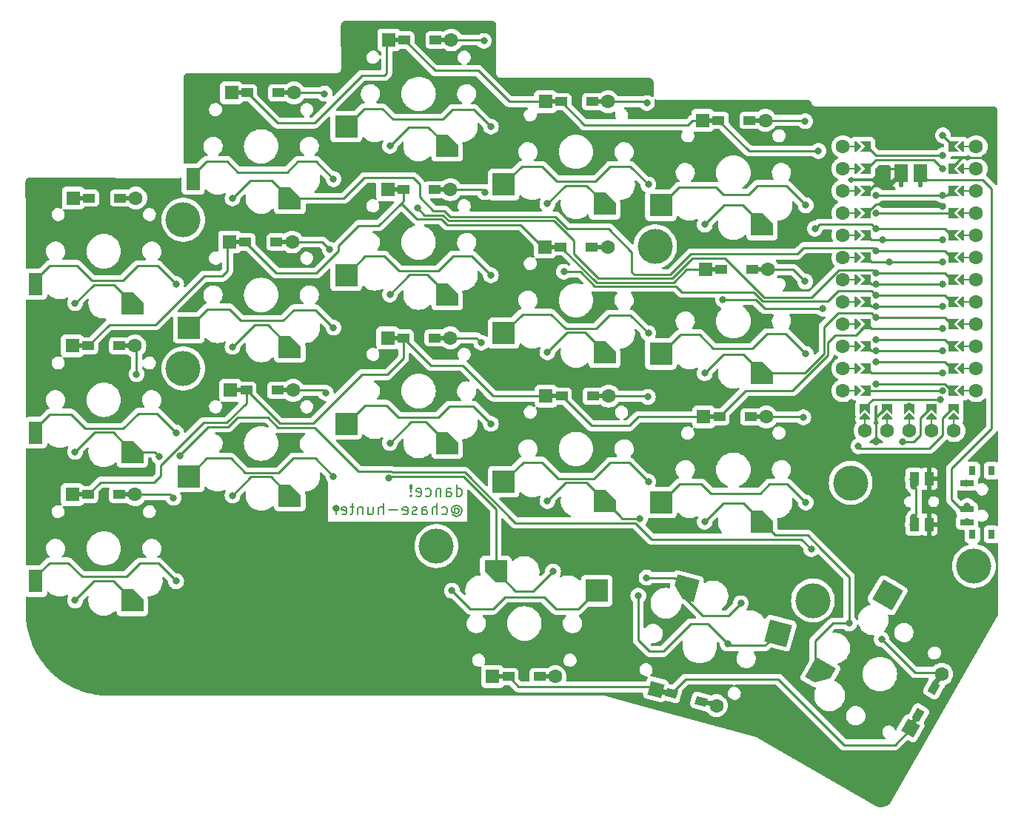
<source format=gbr>
G04 #@! TF.GenerationSoftware,KiCad,Pcbnew,7.0.8*
G04 #@! TF.CreationDate,2023-11-12T13:23:08-05:00*
G04 #@! TF.ProjectId,dancev2,64616e63-6576-4322-9e6b-696361645f70,1.0*
G04 #@! TF.SameCoordinates,Original*
G04 #@! TF.FileFunction,Copper,L2,Bot*
G04 #@! TF.FilePolarity,Positive*
%FSLAX46Y46*%
G04 Gerber Fmt 4.6, Leading zero omitted, Abs format (unit mm)*
G04 Created by KiCad (PCBNEW 7.0.8) date 2023-11-12 13:23:08*
%MOMM*%
%LPD*%
G01*
G04 APERTURE LIST*
G04 Aperture macros list*
%AMRotRect*
0 Rectangle, with rotation*
0 The origin of the aperture is its center*
0 $1 length*
0 $2 width*
0 $3 Rotation angle, in degrees counterclockwise*
0 Add horizontal line*
21,1,$1,$2,0,0,$3*%
%AMOutline5P*
0 Free polygon, 5 corners , with rotation*
0 The origin of the aperture is its center*
0 number of corners: always 5*
0 $1 to $10 corner X, Y*
0 $11 Rotation angle, in degrees counterclockwise*
0 create outline with 5 corners*
4,1,5,$1,$2,$3,$4,$5,$6,$7,$8,$9,$10,$1,$2,$11*%
%AMOutline6P*
0 Free polygon, 6 corners , with rotation*
0 The origin of the aperture is its center*
0 number of corners: always 6*
0 $1 to $12 corner X, Y*
0 $13 Rotation angle, in degrees counterclockwise*
0 create outline with 6 corners*
4,1,6,$1,$2,$3,$4,$5,$6,$7,$8,$9,$10,$11,$12,$1,$2,$13*%
%AMOutline7P*
0 Free polygon, 7 corners , with rotation*
0 The origin of the aperture is its center*
0 number of corners: always 7*
0 $1 to $14 corner X, Y*
0 $15 Rotation angle, in degrees counterclockwise*
0 create outline with 7 corners*
4,1,7,$1,$2,$3,$4,$5,$6,$7,$8,$9,$10,$11,$12,$13,$14,$1,$2,$15*%
%AMOutline8P*
0 Free polygon, 8 corners , with rotation*
0 The origin of the aperture is its center*
0 number of corners: always 8*
0 $1 to $16 corner X, Y*
0 $17 Rotation angle, in degrees counterclockwise*
0 create outline with 8 corners*
4,1,8,$1,$2,$3,$4,$5,$6,$7,$8,$9,$10,$11,$12,$13,$14,$15,$16,$1,$2,$17*%
%AMFreePoly0*
4,1,13,0.650000,-0.475000,-0.650000,-0.475000,-0.650000,-0.227000,-1.093200,-0.227000,-1.128555,-0.212355,-1.143200,-0.177000,-1.143200,0.178600,-1.128555,0.213955,-1.093200,0.228600,-0.650000,0.228600,-0.650000,0.475000,0.650000,0.475000,0.650000,-0.475000,0.650000,-0.475000,$1*%
%AMFreePoly1*
4,1,13,0.650000,0.226600,1.093200,0.226600,1.128555,0.211955,1.143200,0.176600,1.143200,-0.179000,1.128555,-0.214355,1.093200,-0.229000,0.650000,-0.229000,0.650000,-0.475000,-0.650000,-0.475000,-0.650000,0.475000,0.650000,0.475000,0.650000,0.226600,0.650000,0.226600,$1*%
%AMFreePoly2*
4,1,5,0.125000,-0.500000,-0.125000,-0.500000,-0.125000,0.500000,0.125000,0.500000,0.125000,-0.500000,0.125000,-0.500000,$1*%
%AMFreePoly3*
4,1,6,0.600000,0.200000,0.000000,-0.400000,-0.600000,0.200000,-0.600000,0.400000,0.600000,0.400000,0.600000,0.200000,0.600000,0.200000,$1*%
%AMFreePoly4*
4,1,6,0.600000,-0.250000,-0.600000,-0.250000,-0.600000,1.000000,0.000000,0.400000,0.600000,1.000000,0.600000,-0.250000,0.600000,-0.250000,$1*%
%AMFreePoly5*
4,1,13,0.211911,1.370355,0.226556,1.335000,0.226556,1.050000,0.750000,1.050000,0.750000,-1.050000,-0.750000,-1.050000,-0.750000,1.050000,-0.229044,1.050000,-0.229044,1.335000,-0.214399,1.370355,-0.179044,1.385000,0.176556,1.385000,0.211911,1.370355,0.211911,1.370355,$1*%
%AMFreePoly6*
4,1,13,0.211955,1.370355,0.226600,1.335000,0.226600,1.050000,0.750000,1.050000,0.750000,-1.050000,-0.750000,-1.050000,-0.750000,1.050000,-0.229000,1.050000,-0.229000,1.335000,-0.214355,1.370355,-0.179000,1.385000,0.176600,1.385000,0.211955,1.370355,0.211955,1.370355,$1*%
G04 Aperture macros list end*
%ADD10C,0.200000*%
G04 #@! TA.AperFunction,NonConductor*
%ADD11C,0.200000*%
G04 #@! TD*
G04 #@! TA.AperFunction,ComponentPad*
%ADD12R,1.600000X1.600000*%
G04 #@! TD*
G04 #@! TA.AperFunction,SMDPad,CuDef*
%ADD13FreePoly0,0.000000*%
G04 #@! TD*
G04 #@! TA.AperFunction,SMDPad,CuDef*
%ADD14FreePoly1,0.000000*%
G04 #@! TD*
G04 #@! TA.AperFunction,ComponentPad*
%ADD15C,1.600000*%
G04 #@! TD*
G04 #@! TA.AperFunction,ComponentPad*
%ADD16RotRect,1.600000X1.600000X165.000000*%
G04 #@! TD*
G04 #@! TA.AperFunction,SMDPad,CuDef*
%ADD17FreePoly0,345.000000*%
G04 #@! TD*
G04 #@! TA.AperFunction,SMDPad,CuDef*
%ADD18FreePoly1,345.000000*%
G04 #@! TD*
G04 #@! TA.AperFunction,ComponentPad*
%ADD19RotRect,1.600000X1.600000X240.000000*%
G04 #@! TD*
G04 #@! TA.AperFunction,SMDPad,CuDef*
%ADD20FreePoly0,60.000000*%
G04 #@! TD*
G04 #@! TA.AperFunction,SMDPad,CuDef*
%ADD21FreePoly1,60.000000*%
G04 #@! TD*
G04 #@! TA.AperFunction,SMDPad,CuDef*
%ADD22Outline5P,-1.300000X1.300000X0.000000X1.300000X1.300000X0.000000X1.300000X-1.300000X-1.300000X-1.300000X0.000000*%
G04 #@! TD*
G04 #@! TA.AperFunction,SMDPad,CuDef*
%ADD23R,1.600000X2.600000*%
G04 #@! TD*
G04 #@! TA.AperFunction,SMDPad,CuDef*
%ADD24R,2.600000X2.600000*%
G04 #@! TD*
G04 #@! TA.AperFunction,SMDPad,CuDef*
%ADD25Outline5P,-1.300000X1.300000X0.000000X1.300000X1.300000X0.000000X1.300000X-1.300000X-1.300000X-1.300000X180.000000*%
G04 #@! TD*
G04 #@! TA.AperFunction,SMDPad,CuDef*
%ADD26Outline5P,-1.300000X1.300000X0.000000X1.300000X1.300000X0.000000X1.300000X-1.300000X-1.300000X-1.300000X165.000000*%
G04 #@! TD*
G04 #@! TA.AperFunction,SMDPad,CuDef*
%ADD27RotRect,2.600000X2.600000X165.000000*%
G04 #@! TD*
G04 #@! TA.AperFunction,SMDPad,CuDef*
%ADD28Outline5P,-1.300000X1.300000X0.000000X1.300000X1.300000X0.000000X1.300000X-1.300000X-1.300000X-1.300000X240.000000*%
G04 #@! TD*
G04 #@! TA.AperFunction,SMDPad,CuDef*
%ADD29RotRect,2.600000X2.600000X240.000000*%
G04 #@! TD*
G04 #@! TA.AperFunction,ComponentPad*
%ADD30C,4.000000*%
G04 #@! TD*
G04 #@! TA.AperFunction,SMDPad,CuDef*
%ADD31R,0.800000X1.000000*%
G04 #@! TD*
G04 #@! TA.AperFunction,SMDPad,CuDef*
%ADD32R,1.500000X0.700000*%
G04 #@! TD*
G04 #@! TA.AperFunction,SMDPad,CuDef*
%ADD33FreePoly2,90.000000*%
G04 #@! TD*
G04 #@! TA.AperFunction,SMDPad,CuDef*
%ADD34FreePoly3,90.000000*%
G04 #@! TD*
G04 #@! TA.AperFunction,SMDPad,CuDef*
%ADD35FreePoly3,270.000000*%
G04 #@! TD*
G04 #@! TA.AperFunction,SMDPad,CuDef*
%ADD36FreePoly2,270.000000*%
G04 #@! TD*
G04 #@! TA.AperFunction,SMDPad,CuDef*
%ADD37FreePoly4,90.000000*%
G04 #@! TD*
G04 #@! TA.AperFunction,SMDPad,CuDef*
%ADD38FreePoly4,270.000000*%
G04 #@! TD*
G04 #@! TA.AperFunction,SMDPad,CuDef*
%ADD39R,1.000000X1.550000*%
G04 #@! TD*
G04 #@! TA.AperFunction,SMDPad,CuDef*
%ADD40FreePoly3,180.000000*%
G04 #@! TD*
G04 #@! TA.AperFunction,SMDPad,CuDef*
%ADD41FreePoly2,180.000000*%
G04 #@! TD*
G04 #@! TA.AperFunction,SMDPad,CuDef*
%ADD42FreePoly4,180.000000*%
G04 #@! TD*
G04 #@! TA.AperFunction,ComponentPad*
%ADD43C,0.550000*%
G04 #@! TD*
G04 #@! TA.AperFunction,SMDPad,CuDef*
%ADD44FreePoly5,180.000000*%
G04 #@! TD*
G04 #@! TA.AperFunction,SMDPad,CuDef*
%ADD45FreePoly6,180.000000*%
G04 #@! TD*
G04 #@! TA.AperFunction,ViaPad*
%ADD46C,0.800000*%
G04 #@! TD*
G04 #@! TA.AperFunction,Conductor*
%ADD47C,0.250000*%
G04 #@! TD*
G04 APERTURE END LIST*
D10*
D11*
X126251755Y-98434504D02*
X126251755Y-97134504D01*
X126251755Y-98372600D02*
X126375564Y-98434504D01*
X126375564Y-98434504D02*
X126623183Y-98434504D01*
X126623183Y-98434504D02*
X126746993Y-98372600D01*
X126746993Y-98372600D02*
X126808898Y-98310695D01*
X126808898Y-98310695D02*
X126870802Y-98186885D01*
X126870802Y-98186885D02*
X126870802Y-97815457D01*
X126870802Y-97815457D02*
X126808898Y-97691647D01*
X126808898Y-97691647D02*
X126746993Y-97629742D01*
X126746993Y-97629742D02*
X126623183Y-97567838D01*
X126623183Y-97567838D02*
X126375564Y-97567838D01*
X126375564Y-97567838D02*
X126251755Y-97629742D01*
X125075565Y-98434504D02*
X125075565Y-97753552D01*
X125075565Y-97753552D02*
X125137470Y-97629742D01*
X125137470Y-97629742D02*
X125261279Y-97567838D01*
X125261279Y-97567838D02*
X125508898Y-97567838D01*
X125508898Y-97567838D02*
X125632708Y-97629742D01*
X125075565Y-98372600D02*
X125199374Y-98434504D01*
X125199374Y-98434504D02*
X125508898Y-98434504D01*
X125508898Y-98434504D02*
X125632708Y-98372600D01*
X125632708Y-98372600D02*
X125694612Y-98248790D01*
X125694612Y-98248790D02*
X125694612Y-98124980D01*
X125694612Y-98124980D02*
X125632708Y-98001171D01*
X125632708Y-98001171D02*
X125508898Y-97939266D01*
X125508898Y-97939266D02*
X125199374Y-97939266D01*
X125199374Y-97939266D02*
X125075565Y-97877361D01*
X124456518Y-97567838D02*
X124456518Y-98434504D01*
X124456518Y-97691647D02*
X124394613Y-97629742D01*
X124394613Y-97629742D02*
X124270803Y-97567838D01*
X124270803Y-97567838D02*
X124085089Y-97567838D01*
X124085089Y-97567838D02*
X123961280Y-97629742D01*
X123961280Y-97629742D02*
X123899375Y-97753552D01*
X123899375Y-97753552D02*
X123899375Y-98434504D01*
X122723185Y-98372600D02*
X122846994Y-98434504D01*
X122846994Y-98434504D02*
X123094613Y-98434504D01*
X123094613Y-98434504D02*
X123218423Y-98372600D01*
X123218423Y-98372600D02*
X123280328Y-98310695D01*
X123280328Y-98310695D02*
X123342232Y-98186885D01*
X123342232Y-98186885D02*
X123342232Y-97815457D01*
X123342232Y-97815457D02*
X123280328Y-97691647D01*
X123280328Y-97691647D02*
X123218423Y-97629742D01*
X123218423Y-97629742D02*
X123094613Y-97567838D01*
X123094613Y-97567838D02*
X122846994Y-97567838D01*
X122846994Y-97567838D02*
X122723185Y-97629742D01*
X121670804Y-98372600D02*
X121794613Y-98434504D01*
X121794613Y-98434504D02*
X122042232Y-98434504D01*
X122042232Y-98434504D02*
X122166042Y-98372600D01*
X122166042Y-98372600D02*
X122227946Y-98248790D01*
X122227946Y-98248790D02*
X122227946Y-97753552D01*
X122227946Y-97753552D02*
X122166042Y-97629742D01*
X122166042Y-97629742D02*
X122042232Y-97567838D01*
X122042232Y-97567838D02*
X121794613Y-97567838D01*
X121794613Y-97567838D02*
X121670804Y-97629742D01*
X121670804Y-97629742D02*
X121608899Y-97753552D01*
X121608899Y-97753552D02*
X121608899Y-97877361D01*
X121608899Y-97877361D02*
X122227946Y-98001171D01*
X121051756Y-98310695D02*
X120989851Y-98372600D01*
X120989851Y-98372600D02*
X121051756Y-98434504D01*
X121051756Y-98434504D02*
X121113660Y-98372600D01*
X121113660Y-98372600D02*
X121051756Y-98310695D01*
X121051756Y-98310695D02*
X121051756Y-98434504D01*
X121051756Y-97939266D02*
X121113660Y-97196409D01*
X121113660Y-97196409D02*
X121051756Y-97134504D01*
X121051756Y-97134504D02*
X120989851Y-97196409D01*
X120989851Y-97196409D02*
X121051756Y-97939266D01*
X121051756Y-97939266D02*
X121051756Y-97134504D01*
X126004136Y-99908457D02*
X126066041Y-99846552D01*
X126066041Y-99846552D02*
X126189850Y-99784647D01*
X126189850Y-99784647D02*
X126313660Y-99784647D01*
X126313660Y-99784647D02*
X126437469Y-99846552D01*
X126437469Y-99846552D02*
X126499374Y-99908457D01*
X126499374Y-99908457D02*
X126561279Y-100032266D01*
X126561279Y-100032266D02*
X126561279Y-100156076D01*
X126561279Y-100156076D02*
X126499374Y-100279885D01*
X126499374Y-100279885D02*
X126437469Y-100341790D01*
X126437469Y-100341790D02*
X126313660Y-100403695D01*
X126313660Y-100403695D02*
X126189850Y-100403695D01*
X126189850Y-100403695D02*
X126066041Y-100341790D01*
X126066041Y-100341790D02*
X126004136Y-100279885D01*
X126004136Y-99784647D02*
X126004136Y-100279885D01*
X126004136Y-100279885D02*
X125942231Y-100341790D01*
X125942231Y-100341790D02*
X125880326Y-100341790D01*
X125880326Y-100341790D02*
X125756517Y-100279885D01*
X125756517Y-100279885D02*
X125694612Y-100156076D01*
X125694612Y-100156076D02*
X125694612Y-99846552D01*
X125694612Y-99846552D02*
X125818422Y-99660838D01*
X125818422Y-99660838D02*
X126004136Y-99537028D01*
X126004136Y-99537028D02*
X126251755Y-99475123D01*
X126251755Y-99475123D02*
X126499374Y-99537028D01*
X126499374Y-99537028D02*
X126685088Y-99660838D01*
X126685088Y-99660838D02*
X126808898Y-99846552D01*
X126808898Y-99846552D02*
X126870802Y-100094171D01*
X126870802Y-100094171D02*
X126808898Y-100341790D01*
X126808898Y-100341790D02*
X126685088Y-100527504D01*
X126685088Y-100527504D02*
X126499374Y-100651314D01*
X126499374Y-100651314D02*
X126251755Y-100713219D01*
X126251755Y-100713219D02*
X126004136Y-100651314D01*
X126004136Y-100651314D02*
X125818422Y-100527504D01*
X124580326Y-100465600D02*
X124704135Y-100527504D01*
X124704135Y-100527504D02*
X124951754Y-100527504D01*
X124951754Y-100527504D02*
X125075564Y-100465600D01*
X125075564Y-100465600D02*
X125137469Y-100403695D01*
X125137469Y-100403695D02*
X125199373Y-100279885D01*
X125199373Y-100279885D02*
X125199373Y-99908457D01*
X125199373Y-99908457D02*
X125137469Y-99784647D01*
X125137469Y-99784647D02*
X125075564Y-99722742D01*
X125075564Y-99722742D02*
X124951754Y-99660838D01*
X124951754Y-99660838D02*
X124704135Y-99660838D01*
X124704135Y-99660838D02*
X124580326Y-99722742D01*
X124023183Y-100527504D02*
X124023183Y-99227504D01*
X123466040Y-100527504D02*
X123466040Y-99846552D01*
X123466040Y-99846552D02*
X123527945Y-99722742D01*
X123527945Y-99722742D02*
X123651754Y-99660838D01*
X123651754Y-99660838D02*
X123837468Y-99660838D01*
X123837468Y-99660838D02*
X123961278Y-99722742D01*
X123961278Y-99722742D02*
X124023183Y-99784647D01*
X122289850Y-100527504D02*
X122289850Y-99846552D01*
X122289850Y-99846552D02*
X122351755Y-99722742D01*
X122351755Y-99722742D02*
X122475564Y-99660838D01*
X122475564Y-99660838D02*
X122723183Y-99660838D01*
X122723183Y-99660838D02*
X122846993Y-99722742D01*
X122289850Y-100465600D02*
X122413659Y-100527504D01*
X122413659Y-100527504D02*
X122723183Y-100527504D01*
X122723183Y-100527504D02*
X122846993Y-100465600D01*
X122846993Y-100465600D02*
X122908897Y-100341790D01*
X122908897Y-100341790D02*
X122908897Y-100217980D01*
X122908897Y-100217980D02*
X122846993Y-100094171D01*
X122846993Y-100094171D02*
X122723183Y-100032266D01*
X122723183Y-100032266D02*
X122413659Y-100032266D01*
X122413659Y-100032266D02*
X122289850Y-99970361D01*
X121732707Y-100465600D02*
X121608898Y-100527504D01*
X121608898Y-100527504D02*
X121361279Y-100527504D01*
X121361279Y-100527504D02*
X121237469Y-100465600D01*
X121237469Y-100465600D02*
X121175565Y-100341790D01*
X121175565Y-100341790D02*
X121175565Y-100279885D01*
X121175565Y-100279885D02*
X121237469Y-100156076D01*
X121237469Y-100156076D02*
X121361279Y-100094171D01*
X121361279Y-100094171D02*
X121546993Y-100094171D01*
X121546993Y-100094171D02*
X121670803Y-100032266D01*
X121670803Y-100032266D02*
X121732707Y-99908457D01*
X121732707Y-99908457D02*
X121732707Y-99846552D01*
X121732707Y-99846552D02*
X121670803Y-99722742D01*
X121670803Y-99722742D02*
X121546993Y-99660838D01*
X121546993Y-99660838D02*
X121361279Y-99660838D01*
X121361279Y-99660838D02*
X121237469Y-99722742D01*
X120123184Y-100465600D02*
X120246993Y-100527504D01*
X120246993Y-100527504D02*
X120494612Y-100527504D01*
X120494612Y-100527504D02*
X120618422Y-100465600D01*
X120618422Y-100465600D02*
X120680326Y-100341790D01*
X120680326Y-100341790D02*
X120680326Y-99846552D01*
X120680326Y-99846552D02*
X120618422Y-99722742D01*
X120618422Y-99722742D02*
X120494612Y-99660838D01*
X120494612Y-99660838D02*
X120246993Y-99660838D01*
X120246993Y-99660838D02*
X120123184Y-99722742D01*
X120123184Y-99722742D02*
X120061279Y-99846552D01*
X120061279Y-99846552D02*
X120061279Y-99970361D01*
X120061279Y-99970361D02*
X120680326Y-100094171D01*
X119504136Y-100032266D02*
X118513660Y-100032266D01*
X117894612Y-100527504D02*
X117894612Y-99227504D01*
X117337469Y-100527504D02*
X117337469Y-99846552D01*
X117337469Y-99846552D02*
X117399374Y-99722742D01*
X117399374Y-99722742D02*
X117523183Y-99660838D01*
X117523183Y-99660838D02*
X117708897Y-99660838D01*
X117708897Y-99660838D02*
X117832707Y-99722742D01*
X117832707Y-99722742D02*
X117894612Y-99784647D01*
X116161279Y-99660838D02*
X116161279Y-100527504D01*
X116718422Y-99660838D02*
X116718422Y-100341790D01*
X116718422Y-100341790D02*
X116656517Y-100465600D01*
X116656517Y-100465600D02*
X116532707Y-100527504D01*
X116532707Y-100527504D02*
X116346993Y-100527504D01*
X116346993Y-100527504D02*
X116223184Y-100465600D01*
X116223184Y-100465600D02*
X116161279Y-100403695D01*
X115542232Y-99660838D02*
X115542232Y-100527504D01*
X115542232Y-99784647D02*
X115480327Y-99722742D01*
X115480327Y-99722742D02*
X115356517Y-99660838D01*
X115356517Y-99660838D02*
X115170803Y-99660838D01*
X115170803Y-99660838D02*
X115046994Y-99722742D01*
X115046994Y-99722742D02*
X114985089Y-99846552D01*
X114985089Y-99846552D02*
X114985089Y-100527504D01*
X114551756Y-99660838D02*
X114056518Y-99660838D01*
X114366042Y-99227504D02*
X114366042Y-100341790D01*
X114366042Y-100341790D02*
X114304137Y-100465600D01*
X114304137Y-100465600D02*
X114180327Y-100527504D01*
X114180327Y-100527504D02*
X114056518Y-100527504D01*
X113127947Y-100465600D02*
X113251756Y-100527504D01*
X113251756Y-100527504D02*
X113499375Y-100527504D01*
X113499375Y-100527504D02*
X113623185Y-100465600D01*
X113623185Y-100465600D02*
X113685089Y-100341790D01*
X113685089Y-100341790D02*
X113685089Y-99846552D01*
X113685089Y-99846552D02*
X113623185Y-99722742D01*
X113623185Y-99722742D02*
X113499375Y-99660838D01*
X113499375Y-99660838D02*
X113251756Y-99660838D01*
X113251756Y-99660838D02*
X113127947Y-99722742D01*
X113127947Y-99722742D02*
X113066042Y-99846552D01*
X113066042Y-99846552D02*
X113066042Y-99970361D01*
X113066042Y-99970361D02*
X113685089Y-100094171D01*
X112508899Y-100527504D02*
X112508899Y-99660838D01*
X112508899Y-99908457D02*
X112446994Y-99784647D01*
X112446994Y-99784647D02*
X112385089Y-99722742D01*
X112385089Y-99722742D02*
X112261280Y-99660838D01*
X112261280Y-99660838D02*
X112137470Y-99660838D01*
D12*
X82428400Y-64312800D03*
D13*
X84229400Y-64312800D03*
D14*
X87779400Y-64312800D03*
D15*
X89580400Y-64312800D03*
D12*
X100513200Y-52273200D03*
D13*
X102314200Y-52273200D03*
D14*
X105864200Y-52273200D03*
D15*
X107665200Y-52273200D03*
D12*
X118496400Y-46228000D03*
D13*
X120297400Y-46228000D03*
D14*
X123847400Y-46228000D03*
D15*
X125648400Y-46228000D03*
D12*
X136428800Y-53289200D03*
D13*
X138229800Y-53289200D03*
D14*
X141779800Y-53289200D03*
D15*
X143580800Y-53289200D03*
D12*
X154412000Y-55422800D03*
D13*
X156213000Y-55422800D03*
D14*
X159763000Y-55422800D03*
D15*
X161564000Y-55422800D03*
D12*
X82326800Y-81229200D03*
D13*
X84127800Y-81229200D03*
D14*
X87677800Y-81229200D03*
D15*
X89478800Y-81229200D03*
D12*
X100310000Y-69342000D03*
D13*
X102111000Y-69342000D03*
D14*
X105661000Y-69342000D03*
D15*
X107462000Y-69342000D03*
D12*
X118394800Y-63347600D03*
D13*
X120195800Y-63347600D03*
D14*
X123745800Y-63347600D03*
D15*
X125546800Y-63347600D03*
D12*
X136378000Y-69900800D03*
D13*
X138179000Y-69900800D03*
D14*
X141729000Y-69900800D03*
D15*
X143530000Y-69900800D03*
D12*
X154716800Y-72491600D03*
D13*
X156517800Y-72491600D03*
D14*
X160067800Y-72491600D03*
D15*
X161868800Y-72491600D03*
D12*
X82326800Y-98247200D03*
D13*
X84127800Y-98247200D03*
D14*
X87677800Y-98247200D03*
D15*
X89478800Y-98247200D03*
D12*
X100411600Y-86309200D03*
D13*
X102212600Y-86309200D03*
D14*
X105762600Y-86309200D03*
D15*
X107563600Y-86309200D03*
D12*
X118394800Y-80314800D03*
D13*
X120195800Y-80314800D03*
D14*
X123745800Y-80314800D03*
D15*
X125546800Y-80314800D03*
D12*
X136479600Y-86969600D03*
D13*
X138280600Y-86969600D03*
D14*
X141830600Y-86969600D03*
D15*
X143631600Y-86969600D03*
D12*
X154513600Y-89357200D03*
D13*
X156314600Y-89357200D03*
D14*
X159864600Y-89357200D03*
D15*
X161665600Y-89357200D03*
D12*
X130383600Y-119075200D03*
D13*
X132184600Y-119075200D03*
D14*
X135734600Y-119075200D03*
D15*
X137535600Y-119075200D03*
D16*
X149060131Y-120535059D03*
D17*
X150799764Y-121001192D03*
D18*
X154228800Y-121920000D03*
D15*
X155968433Y-122386133D03*
D19*
X178170166Y-124992342D03*
D20*
X179070666Y-123432630D03*
D21*
X180845666Y-120358240D03*
D15*
X181746166Y-118798528D03*
D22*
X89185000Y-76350000D03*
D23*
X78135000Y-74150000D03*
D22*
X107185000Y-64350000D03*
D23*
X96135000Y-62150000D03*
D22*
X125185000Y-58350000D03*
D24*
X113635000Y-56150000D03*
D22*
X143185000Y-64970000D03*
D24*
X131635000Y-62770000D03*
D22*
X161185000Y-67350000D03*
D24*
X149635000Y-65150000D03*
D22*
X89185000Y-93350000D03*
D23*
X78135000Y-91150000D03*
D22*
X107185000Y-81350000D03*
D24*
X95635000Y-79150000D03*
D22*
X125185000Y-75350000D03*
D24*
X113635000Y-73150000D03*
D22*
X143185000Y-81970000D03*
D24*
X131635000Y-79770000D03*
D22*
X161185000Y-84350000D03*
D24*
X149635000Y-82150000D03*
D22*
X89185000Y-110350000D03*
D23*
X78135000Y-108150000D03*
D22*
X107185000Y-98350000D03*
D24*
X95635000Y-96150000D03*
D22*
X125185000Y-92350000D03*
D24*
X113635000Y-90150000D03*
D22*
X143185000Y-98975000D03*
D24*
X131635000Y-96775000D03*
D22*
X161185000Y-101350000D03*
D24*
X149635000Y-99150000D03*
D25*
X130735000Y-107040000D03*
D24*
X142285000Y-109240000D03*
D26*
X152436566Y-108985109D03*
D27*
X163023608Y-114099506D03*
D28*
X167869649Y-118651233D03*
D29*
X175549905Y-109748640D03*
D30*
X171323000Y-96901000D03*
X185420000Y-106426000D03*
X95000000Y-66802000D03*
X148971000Y-69850000D03*
X123952000Y-104140000D03*
X167005000Y-110363000D03*
X95000000Y-83820000D03*
D31*
X185252000Y-102804000D03*
X187452000Y-102804000D03*
X185252000Y-95504000D03*
X187452000Y-95504000D03*
D32*
X184602000Y-101404000D03*
X184602000Y-99904000D03*
X184602000Y-96904000D03*
D15*
X170434000Y-58420000D03*
X170434000Y-60960000D03*
X170434000Y-63500000D03*
X170434000Y-66040000D03*
X170434000Y-68580000D03*
X170434000Y-71120000D03*
X170434000Y-73660000D03*
X170434000Y-76200000D03*
X170434000Y-78740000D03*
X170434000Y-81280000D03*
X170434000Y-83820000D03*
X170434000Y-86360000D03*
D33*
X171704000Y-58420000D03*
X171704000Y-60960000D03*
X171704000Y-63500000D03*
X171704000Y-66040000D03*
X171704000Y-68580000D03*
X171704000Y-71120000D03*
X171704000Y-73660000D03*
X171704000Y-76200000D03*
X171704000Y-78740000D03*
X171704000Y-81280000D03*
X171704000Y-83820000D03*
X171704000Y-86360000D03*
D34*
X172212000Y-58420000D03*
X172212000Y-60960000D03*
X172212000Y-63500000D03*
X172212000Y-66040000D03*
X172212000Y-68580000D03*
X172212000Y-71120000D03*
X172212000Y-73660000D03*
X172212000Y-76200000D03*
X172212000Y-78740000D03*
X172212000Y-81280000D03*
X172212000Y-83820000D03*
X172212000Y-86360000D03*
D35*
X183896000Y-58420000D03*
X183896000Y-60960000D03*
X183896000Y-63500000D03*
X183896000Y-66040000D03*
X183896000Y-68580000D03*
X183896000Y-71120000D03*
X183896000Y-73660000D03*
X183896000Y-76200000D03*
X183896000Y-78740000D03*
X183896000Y-81280000D03*
X183896000Y-83820000D03*
X183896000Y-86360000D03*
D36*
X184404000Y-58420000D03*
X184404000Y-60960000D03*
X184404000Y-63500000D03*
X184404000Y-66040000D03*
X184404000Y-68580000D03*
X184404000Y-71120000D03*
X184404000Y-73660000D03*
X184404000Y-76200000D03*
X184404000Y-78740000D03*
X184404000Y-81280000D03*
X184404000Y-83820000D03*
X184404000Y-86360000D03*
D15*
X185674000Y-58420000D03*
X185674000Y-60960000D03*
X185674000Y-63500000D03*
X185674000Y-66040000D03*
X185674000Y-68580000D03*
X185674000Y-71120000D03*
X185674000Y-73660000D03*
X185674000Y-76200000D03*
X185674000Y-78740000D03*
X185674000Y-81280000D03*
X185674000Y-83820000D03*
X185674000Y-86360000D03*
D37*
X173355000Y-58420000D03*
X173355000Y-60960000D03*
X173355000Y-63500000D03*
X173355000Y-66040000D03*
X173355000Y-68580000D03*
X173355000Y-71120000D03*
X173355000Y-73660000D03*
X173355000Y-76200000D03*
X173355000Y-78740000D03*
X173355000Y-81280000D03*
X173355000Y-83820000D03*
X173355000Y-86360000D03*
D38*
X182753000Y-86360000D03*
X182753000Y-83820000D03*
X182753000Y-81280000D03*
X182753000Y-78740000D03*
X182753000Y-76200000D03*
X182753000Y-73660000D03*
X182753000Y-71120000D03*
X182753000Y-68580000D03*
X182753000Y-66040000D03*
X182753000Y-63500000D03*
X182753000Y-60960000D03*
X182753000Y-58420000D03*
D39*
X178579000Y-101685000D03*
X178579000Y-96435000D03*
X180279000Y-101685000D03*
X180279000Y-96435000D03*
D40*
X172974000Y-89274000D03*
D41*
X172974000Y-89782000D03*
D15*
X172974000Y-90932000D03*
D40*
X175514000Y-89274000D03*
D41*
X175514000Y-89782000D03*
D15*
X175514000Y-90932000D03*
D40*
X178054000Y-89274000D03*
D41*
X178054000Y-89782000D03*
D15*
X178054000Y-90932000D03*
D40*
X180594000Y-89274000D03*
D41*
X180594000Y-89782000D03*
D15*
X180594000Y-90932000D03*
D40*
X183134000Y-89274000D03*
D41*
X183134000Y-89782000D03*
D15*
X183134000Y-90932000D03*
D42*
X183134000Y-88132000D03*
X180594000Y-88132000D03*
X178054000Y-88132000D03*
X175514000Y-88132000D03*
X172974000Y-88132000D03*
D43*
X179324400Y-62809600D03*
D44*
X179324000Y-61468000D03*
D43*
X177124000Y-62809600D03*
D45*
X177124000Y-61468000D03*
D46*
X167640000Y-58928000D03*
X174244000Y-74168000D03*
X181864000Y-74168000D03*
X156718000Y-75946000D03*
X174244000Y-76708000D03*
X181864000Y-76708000D03*
X168148000Y-76962000D03*
X181864000Y-79248000D03*
X174244000Y-81788000D03*
X181864000Y-81788000D03*
X186690000Y-59690000D03*
X133604000Y-99568000D03*
X161036000Y-78486000D03*
X175006000Y-65024000D03*
X166116000Y-71882000D03*
X92202000Y-110998000D03*
X149352000Y-101854000D03*
X112522000Y-99822000D03*
X174244000Y-92202000D03*
X175514000Y-58420000D03*
X106934000Y-92456000D03*
X165100000Y-78486000D03*
X77724000Y-62738000D03*
X118110000Y-68834000D03*
X147828000Y-51562000D03*
X131572000Y-65024000D03*
X181864000Y-65278000D03*
X125222000Y-86106000D03*
X174244000Y-66040000D03*
X178054000Y-88100500D03*
X94589600Y-93776800D03*
X167233600Y-67818000D03*
X166830000Y-104495600D03*
X82635000Y-110350000D03*
X174244000Y-67818000D03*
X92252800Y-93878400D03*
X82635000Y-93350000D03*
X82635000Y-76350000D03*
X100635000Y-64350000D03*
X174244000Y-70358000D03*
X100635000Y-81350000D03*
X100635000Y-98350000D03*
X137285000Y-107040000D03*
X118635000Y-58350000D03*
X174244000Y-72898000D03*
X118635000Y-92350000D03*
X118635000Y-75350000D03*
X118480000Y-96334500D03*
X121767600Y-65430400D03*
X174244000Y-75438000D03*
X158763380Y-110680374D03*
X136635000Y-98975000D03*
X136635000Y-64970000D03*
X147980400Y-107746800D03*
X136635000Y-81970000D03*
X147218400Y-100990400D03*
X138531600Y-72745600D03*
X171144649Y-112978767D03*
X154635000Y-101350000D03*
X154635000Y-67350000D03*
X154635000Y-84350000D03*
X174244000Y-77978000D03*
X184658000Y-99568000D03*
X94185000Y-74150000D03*
X181864000Y-64008000D03*
X178562000Y-100838000D03*
X174244000Y-64008000D03*
X178562000Y-97282000D03*
X112185000Y-62150000D03*
X111150400Y-52374800D03*
X129387600Y-46329600D03*
X130185000Y-56150000D03*
X148031200Y-53441600D03*
X148185000Y-62770000D03*
X166116000Y-55524400D03*
X166185000Y-65150000D03*
X94185000Y-91150000D03*
X89662000Y-84455000D03*
X112185000Y-79150000D03*
X111760000Y-70205600D03*
X130185000Y-73150000D03*
X129489200Y-63652400D03*
X148185000Y-79770000D03*
X166185000Y-82150000D03*
X166116000Y-73863200D03*
X94185000Y-108150000D03*
X93878400Y-98602800D03*
X112185000Y-96150000D03*
X111302800Y-86614000D03*
X130185000Y-90150000D03*
X129082800Y-80873600D03*
X148185000Y-96775000D03*
X148132800Y-87071200D03*
X166185000Y-99150000D03*
X165912800Y-89408000D03*
X125735000Y-109240000D03*
X147037535Y-109816051D03*
X157251400Y-115290600D03*
X174866300Y-114795300D03*
X175549905Y-109748640D03*
X181864000Y-69088000D03*
X172212000Y-92710000D03*
X175006000Y-69088000D03*
X177292000Y-92202000D03*
X175730500Y-71628000D03*
X181864000Y-71628000D03*
X184658000Y-101346000D03*
X181864000Y-57150000D03*
X184531000Y-96901000D03*
X181610000Y-87376000D03*
X181864000Y-59436000D03*
X181864000Y-84328000D03*
X181863025Y-86367624D03*
X174244000Y-85598000D03*
X174244000Y-83058000D03*
X174244000Y-80518000D03*
X181864000Y-60960000D03*
D47*
X102314200Y-52273200D02*
X100279200Y-52273200D01*
X123802600Y-49733200D02*
X120297400Y-46228000D01*
X110007400Y-55727600D02*
X105768600Y-55727600D01*
X105768600Y-55727600D02*
X102314200Y-52273200D01*
X140871400Y-55930800D02*
X138229800Y-53289200D01*
X128727200Y-49733200D02*
X123802600Y-49733200D01*
X156213000Y-55422800D02*
X153229500Y-55422800D01*
X120297400Y-46228000D02*
X118262400Y-46228000D01*
X138229800Y-53289200D02*
X132283200Y-53289200D01*
X159718200Y-58928000D02*
X156213000Y-55422800D01*
X84229400Y-64312800D02*
X82194400Y-64312800D01*
X118262400Y-50012600D02*
X117983000Y-50292000D01*
X167640000Y-58928000D02*
X159718200Y-58928000D01*
X118262400Y-46228000D02*
X118262400Y-50012600D01*
X153229500Y-55422800D02*
X152721500Y-55930800D01*
X174244000Y-74168000D02*
X173736000Y-74168000D01*
X115443000Y-50292000D02*
X110007400Y-55727600D01*
X181864000Y-74168000D02*
X174244000Y-74168000D01*
X132283200Y-53289200D02*
X128727200Y-49733200D01*
X152721500Y-55930800D02*
X140871400Y-55930800D01*
X173736000Y-74168000D02*
X173228000Y-73660000D01*
X117983000Y-50292000D02*
X115443000Y-50292000D01*
X138179000Y-69900800D02*
X136144000Y-69900800D01*
X115062000Y-67462400D02*
X112776000Y-69748400D01*
X174244000Y-76708000D02*
X173736000Y-76708000D01*
X120195800Y-63347600D02*
X120195800Y-64614600D01*
X181864000Y-76708000D02*
X174244000Y-76708000D01*
X86566200Y-78790800D02*
X91846400Y-78790800D01*
X100076000Y-72644000D02*
X100076000Y-69342000D01*
X156718000Y-75946000D02*
X160473430Y-75946000D01*
X102111000Y-69342000D02*
X100076000Y-69342000D01*
X121716800Y-66700400D02*
X119913400Y-64897000D01*
X97383600Y-73253600D02*
X99466400Y-73253600D01*
X112776000Y-69748400D02*
X112776000Y-70358000D01*
X154482800Y-72491600D02*
X152552400Y-72491600D01*
X110236000Y-72898000D02*
X105667000Y-72898000D01*
X133596320Y-67353120D02*
X125163520Y-67353120D01*
X84127800Y-81229200D02*
X86566200Y-78790800D01*
X161489430Y-76962000D02*
X168148000Y-76962000D01*
X136144000Y-69900800D02*
X133596320Y-67353120D01*
X119913400Y-64897000D02*
X117348000Y-67462400D01*
X151071520Y-73972480D02*
X142250680Y-73972480D01*
X112776000Y-70358000D02*
X110236000Y-72898000D01*
X120195800Y-64614600D02*
X119913400Y-64897000D01*
X105667000Y-72898000D02*
X102111000Y-69342000D01*
X99466400Y-73253600D02*
X100076000Y-72644000D01*
X91846400Y-78790800D02*
X97383600Y-73253600D01*
X156517800Y-72491600D02*
X154482800Y-72491600D01*
X125163520Y-67353120D02*
X124510800Y-66700400D01*
X142250680Y-73972480D02*
X138179000Y-69900800D01*
X160473430Y-75946000D02*
X161489430Y-76962000D01*
X120195800Y-63347600D02*
X118160800Y-63347600D01*
X124510800Y-66700400D02*
X121716800Y-66700400D01*
X152552400Y-72491600D02*
X151071520Y-73972480D01*
X84127800Y-81229200D02*
X82092800Y-81229200D01*
X117348000Y-67462400D02*
X115062000Y-67462400D01*
X173736000Y-76708000D02*
X173228000Y-76200000D01*
X181864000Y-79248000D02*
X174244000Y-79248000D01*
X138280600Y-86969600D02*
X136245600Y-86969600D01*
X130454400Y-86969600D02*
X126949200Y-83464400D01*
X156314600Y-89357200D02*
X159311800Y-86360000D01*
X173736000Y-79248000D02*
X173228000Y-78740000D01*
X168725000Y-80830000D02*
X169545000Y-80010000D01*
X123345400Y-83464400D02*
X120195800Y-80314800D01*
X97307400Y-90017600D02*
X92456000Y-94869000D01*
X174244000Y-79248000D02*
X173736000Y-79248000D01*
X145999200Y-90373200D02*
X141684200Y-90373200D01*
X92456000Y-96062800D02*
X91694000Y-96824800D01*
X109829600Y-90119200D02*
X106022600Y-90119200D01*
X102212600Y-87779400D02*
X99974400Y-90017600D01*
X99974400Y-90017600D02*
X97307400Y-90017600D01*
X102212600Y-86309200D02*
X102212600Y-87779400D01*
X120195800Y-80314800D02*
X118160800Y-80314800D01*
X141684200Y-90373200D02*
X138280600Y-86969600D01*
X85550200Y-96824800D02*
X84127800Y-98247200D01*
X120195800Y-82648600D02*
X118313200Y-84531200D01*
X169545000Y-80010000D02*
X171958000Y-80010000D01*
X84127800Y-98247200D02*
X82092800Y-98247200D01*
X91694000Y-96824800D02*
X85550200Y-96824800D01*
X168725000Y-82304596D02*
X168725000Y-80830000D01*
X115417600Y-84531200D02*
X109829600Y-90119200D01*
X164669596Y-86360000D02*
X168725000Y-82304596D01*
X118313200Y-84531200D02*
X115417600Y-84531200D01*
X156314600Y-89357200D02*
X154279600Y-89357200D01*
X136245600Y-86969600D02*
X130454400Y-86969600D01*
X120195800Y-80314800D02*
X120195800Y-82648600D01*
X92456000Y-94869000D02*
X92456000Y-96062800D01*
X147015200Y-89357200D02*
X145999200Y-90373200D01*
X154279600Y-89357200D02*
X147015200Y-89357200D01*
X102212600Y-86309200D02*
X100177600Y-86309200D01*
X126949200Y-83464400D02*
X123345400Y-83464400D01*
X106022600Y-90119200D02*
X102212600Y-86309200D01*
X159311800Y-86360000D02*
X164669596Y-86360000D01*
X171958000Y-80010000D02*
X173228000Y-78740000D01*
X133353000Y-120243600D02*
X132184600Y-119075200D01*
X178053166Y-124450130D02*
X179070666Y-123432630D01*
X152420956Y-119380000D02*
X163068000Y-119380000D01*
X176403000Y-126873000D02*
X178053166Y-125222834D01*
X150799764Y-121001192D02*
X149360802Y-121001192D01*
X173228000Y-81280000D02*
X173736000Y-81788000D01*
X174244000Y-81788000D02*
X181864000Y-81788000D01*
X170561000Y-126873000D02*
X176403000Y-126873000D01*
X178053166Y-125194992D02*
X178053166Y-124450130D01*
X150799764Y-121001192D02*
X152420956Y-119380000D01*
X149360802Y-121001192D02*
X148834105Y-120474495D01*
X148834105Y-120474495D02*
X148603210Y-120243600D01*
X148603210Y-120243600D02*
X133353000Y-120243600D01*
X132184600Y-119075200D02*
X130149600Y-119075200D01*
X173736000Y-81788000D02*
X174244000Y-81788000D01*
X163068000Y-119380000D02*
X170561000Y-126873000D01*
X178053166Y-125222834D02*
X178053166Y-125194992D01*
X176616000Y-60960000D02*
X175514000Y-60960000D01*
X174244000Y-89402000D02*
X174244000Y-92202000D01*
X184023000Y-59690000D02*
X186690000Y-59690000D01*
X173355000Y-63500000D02*
X174117000Y-62738000D01*
X173355000Y-66040000D02*
X173355000Y-65903695D01*
X173355000Y-65903695D02*
X174234695Y-65024000D01*
X182753000Y-60960000D02*
X184023000Y-59690000D01*
X174117000Y-62738000D02*
X174498000Y-62738000D01*
X175514000Y-88132000D02*
X174244000Y-89402000D01*
X174234695Y-65024000D02*
X175006000Y-65024000D01*
X174244000Y-66040000D02*
X182880000Y-66040000D01*
X167741600Y-67310000D02*
X173736000Y-67310000D01*
X132973000Y-101473000D02*
X127210000Y-95710000D01*
X97873880Y-90467120D02*
X94589600Y-93751400D01*
X118780305Y-95609500D02*
X115065900Y-95609500D01*
X89185000Y-76350000D02*
X87053800Y-74218800D01*
X100160598Y-90467120D02*
X97873880Y-90467120D01*
X146673000Y-101473000D02*
X132973000Y-101473000D01*
X166830000Y-104495600D02*
X165674400Y-103340000D01*
X148540000Y-103340000D02*
X146673000Y-101473000D01*
X84849800Y-91135200D02*
X82635000Y-93350000D01*
X91724400Y-93350000D02*
X89185000Y-93350000D01*
X110025120Y-90568720D02*
X105836402Y-90568720D01*
X94589600Y-93751400D02*
X94589600Y-93776800D01*
X84831800Y-108153200D02*
X82635000Y-110350000D01*
X104675682Y-89408000D02*
X101219718Y-89408000D01*
X87053800Y-74218800D02*
X84766200Y-74218800D01*
X115065900Y-95609500D02*
X110025120Y-90568720D01*
X89185000Y-110350000D02*
X86988200Y-108153200D01*
X86970200Y-91135200D02*
X84849800Y-91135200D01*
X89185000Y-93350000D02*
X86970200Y-91135200D01*
X105836402Y-90568720D02*
X104675682Y-89408000D01*
X92252800Y-93878400D02*
X91724400Y-93350000D01*
X86988200Y-108153200D02*
X84831800Y-108153200D01*
X118880805Y-95710000D02*
X118780305Y-95609500D01*
X173736000Y-67310000D02*
X174244000Y-67818000D01*
X167233600Y-67818000D02*
X167741600Y-67310000D01*
X127210000Y-95710000D02*
X118880805Y-95710000D01*
X84766200Y-74218800D02*
X82635000Y-76350000D01*
X174244000Y-67818000D02*
X182118000Y-67818000D01*
X101219718Y-89408000D02*
X100160598Y-90467120D01*
X165674400Y-103340000D02*
X148540000Y-103340000D01*
X182118000Y-67818000D02*
X182880000Y-68580000D01*
X150699124Y-73073440D02*
X146606440Y-73073440D01*
X125535916Y-66454080D02*
X124883196Y-65801360D01*
X137549398Y-66454080D02*
X125535916Y-66454080D01*
X173881000Y-69995000D02*
X174244000Y-70358000D01*
X107185000Y-81350000D02*
X104676600Y-78841600D01*
X103143400Y-78841600D02*
X100635000Y-81350000D01*
X115722400Y-61976000D02*
X113348400Y-64350000D01*
X165210258Y-70722258D02*
X165937516Y-69995000D01*
X153050306Y-70722258D02*
X150699124Y-73073440D01*
X122021600Y-62738000D02*
X121259600Y-61976000D01*
X113348400Y-64350000D02*
X107185000Y-64350000D01*
X146304000Y-72771000D02*
X146304000Y-70485000D01*
X105042520Y-96207520D02*
X102777480Y-96207520D01*
X165210258Y-70722258D02*
X153050306Y-70722258D01*
X102777480Y-96207520D02*
X100635000Y-98350000D01*
X165937516Y-69995000D02*
X173881000Y-69995000D01*
X121259600Y-61976000D02*
X115722400Y-61976000D01*
X143637000Y-67818000D02*
X138913318Y-67818000D01*
X123611760Y-65801360D02*
X122021600Y-64211200D01*
X182118000Y-70358000D02*
X182880000Y-71120000D01*
X107185000Y-64350000D02*
X105115800Y-62280800D01*
X174244000Y-70358000D02*
X182118000Y-70358000D01*
X146606440Y-73073440D02*
X146304000Y-72771000D01*
X105115800Y-62280800D02*
X102704200Y-62280800D01*
X102704200Y-62280800D02*
X100635000Y-64350000D01*
X138913318Y-67818000D02*
X137549398Y-66454080D01*
X124883196Y-65801360D02*
X123611760Y-65801360D01*
X146304000Y-70485000D02*
X143637000Y-67818000D01*
X104676600Y-78841600D02*
X103143400Y-78841600D01*
X107185000Y-98350000D02*
X105042520Y-96207520D01*
X122021600Y-64211200D02*
X122021600Y-62738000D01*
X120891480Y-73093520D02*
X118635000Y-75350000D01*
X122751000Y-89916000D02*
X121069000Y-89916000D01*
X130735000Y-107040000D02*
X133016600Y-109321600D01*
X118480000Y-96334500D02*
X118654980Y-96159520D01*
X156972000Y-71171778D02*
X161461671Y-75661449D01*
X139649200Y-70735282D02*
X142436878Y-73522960D01*
X121767600Y-65430400D02*
X122588080Y-66250880D01*
X124696998Y-66250880D02*
X125349718Y-66903600D01*
X123019800Y-56184800D02*
X120800200Y-56184800D01*
X127023802Y-96159520D02*
X130735000Y-99870718D01*
X137363200Y-66903600D02*
X139649200Y-69189600D01*
X121069000Y-89916000D02*
X118635000Y-92350000D01*
X142436878Y-73522960D02*
X150885322Y-73522960D01*
X125185000Y-75350000D02*
X122928520Y-73093520D01*
X118654980Y-96159520D02*
X127023802Y-96159520D01*
X125185000Y-92350000D02*
X122751000Y-89916000D01*
X130735000Y-99870718D02*
X130735000Y-107040000D01*
X122588080Y-66250880D02*
X124696998Y-66250880D01*
X173881000Y-72535000D02*
X174244000Y-72898000D01*
X120800200Y-56184800D02*
X118635000Y-58350000D01*
X161461671Y-75661449D02*
X166841560Y-75661449D01*
X125349718Y-66903600D02*
X137363200Y-66903600D01*
X133016600Y-109321600D02*
X135003400Y-109321600D01*
X122928520Y-73093520D02*
X120891480Y-73093520D01*
X182118000Y-72898000D02*
X182880000Y-73660000D01*
X169968009Y-72535000D02*
X173881000Y-72535000D01*
X174244000Y-72898000D02*
X182118000Y-72898000D01*
X153236504Y-71171778D02*
X156972000Y-71171778D01*
X150885322Y-73522960D02*
X153236504Y-71171778D01*
X135003400Y-109321600D02*
X137285000Y-107040000D01*
X166841560Y-75661449D02*
X169968009Y-72535000D01*
X139649200Y-69189600D02*
X139649200Y-70735282D01*
X125185000Y-58350000D02*
X123019800Y-56184800D01*
X152436566Y-110120166D02*
X154432000Y-112115600D01*
X160234126Y-75070300D02*
X161275275Y-76111449D01*
X151198257Y-107746800D02*
X152436566Y-108985109D01*
X173736000Y-74930000D02*
X174244000Y-75438000D01*
X143185000Y-64970000D02*
X141105400Y-62890400D01*
X152032300Y-75070300D02*
X160234126Y-75070300D01*
X138714600Y-62890400D02*
X136635000Y-64970000D01*
X138734400Y-96875600D02*
X136635000Y-98975000D01*
X138899800Y-79705200D02*
X136635000Y-81970000D01*
X151384000Y-74422000D02*
X152032300Y-75070300D01*
X138531600Y-72745600D02*
X140388082Y-72745600D01*
X143185000Y-98975000D02*
X144895600Y-100685600D01*
X168744551Y-76111449D02*
X169926000Y-74930000D01*
X145200400Y-100990400D02*
X147218400Y-100990400D01*
X152436566Y-108985109D02*
X152436566Y-110120166D01*
X141105400Y-62890400D02*
X138714600Y-62890400D01*
X182118000Y-75438000D02*
X182880000Y-76200000D01*
X143185000Y-81970000D02*
X140920200Y-79705200D01*
X140920200Y-79705200D02*
X138899800Y-79705200D01*
X161275275Y-76111449D02*
X168744551Y-76111449D01*
X140388082Y-72745600D02*
X142064482Y-74422000D01*
X174244000Y-75438000D02*
X182118000Y-75438000D01*
X144895600Y-100685600D02*
X145200400Y-100990400D01*
X141085600Y-96875600D02*
X138734400Y-96875600D01*
X143185000Y-98975000D02*
X141085600Y-96875600D01*
X142064482Y-74422000D02*
X151384000Y-74422000D01*
X147980400Y-107746800D02*
X151198257Y-107746800D01*
X157328154Y-112115600D02*
X158763380Y-110680374D01*
X154432000Y-112115600D02*
X157328154Y-112115600D01*
X169926000Y-74930000D02*
X173736000Y-74930000D01*
X168275000Y-79087504D02*
X169892504Y-77470000D01*
X162725000Y-102890000D02*
X161185000Y-101350000D01*
X168275000Y-82118200D02*
X168275000Y-79087504D01*
X173736000Y-77470000D02*
X174244000Y-77978000D01*
X156859400Y-65125600D02*
X154635000Y-67350000D01*
X174244000Y-77978000D02*
X182118000Y-77978000D01*
X161185000Y-67350000D02*
X158960600Y-65125600D01*
X159047400Y-99212400D02*
X156772600Y-99212400D01*
X156790600Y-82194400D02*
X154635000Y-84350000D01*
X159029400Y-82194400D02*
X156790600Y-82194400D01*
X167970000Y-104480000D02*
X171144649Y-107654649D01*
X182118000Y-77978000D02*
X182880000Y-78740000D01*
X167233600Y-115011200D02*
X169266033Y-112978767D01*
X161185000Y-84350000D02*
X166043200Y-84350000D01*
X156772600Y-99212400D02*
X154635000Y-101350000D01*
X167869649Y-118651233D02*
X167233600Y-118015184D01*
X167970000Y-104480000D02*
X166380000Y-102890000D01*
X161185000Y-84350000D02*
X159029400Y-82194400D01*
X169892504Y-77470000D02*
X173736000Y-77470000D01*
X167233600Y-118015184D02*
X167233600Y-115011200D01*
X166043200Y-84350000D02*
X168275000Y-82118200D01*
X161185000Y-101350000D02*
X159047400Y-99212400D01*
X166380000Y-102890000D02*
X162725000Y-102890000D01*
X169266033Y-112978767D02*
X171144649Y-112978767D01*
X171144649Y-107654649D02*
X171144649Y-112978767D01*
X158960600Y-65125600D02*
X156859400Y-65125600D01*
X182880000Y-98806000D02*
X183978000Y-99904000D01*
X187452000Y-90678000D02*
X182880000Y-95250000D01*
X187452000Y-63246000D02*
X187452000Y-90678000D01*
X186436000Y-62230000D02*
X187452000Y-63246000D01*
X182880000Y-95250000D02*
X182880000Y-98806000D01*
X180086000Y-62230000D02*
X186436000Y-62230000D01*
X183978000Y-99904000D02*
X184602000Y-99904000D01*
X179324000Y-61468000D02*
X180086000Y-62230000D01*
X89763600Y-72085200D02*
X92120200Y-72085200D01*
X77635000Y-74150000D02*
X79750600Y-72034400D01*
X88079520Y-73769280D02*
X89763600Y-72085200D01*
X82845123Y-72034400D02*
X84580003Y-73769280D01*
X84580003Y-73769280D02*
X88079520Y-73769280D01*
X79750600Y-72034400D02*
X82845123Y-72034400D01*
X87779400Y-64312800D02*
X89814400Y-64312800D01*
X92120200Y-72085200D02*
X94185000Y-74150000D01*
X178115000Y-96435000D02*
X178562000Y-97282000D01*
X178562000Y-101238000D02*
X178562000Y-100838000D01*
X178562000Y-97282000D02*
X178562000Y-96882000D01*
X178804000Y-100596000D02*
X178562000Y-100838000D01*
X181864000Y-64008000D02*
X182372000Y-64008000D01*
X178804000Y-97524000D02*
X178804000Y-100596000D01*
X181864000Y-64008000D02*
X174244000Y-64008000D01*
X178562000Y-97282000D02*
X178804000Y-97524000D01*
X182372000Y-64008000D02*
X182880000Y-63500000D01*
X178562000Y-100838000D02*
X178115000Y-101685000D01*
X101266257Y-61366400D02*
X106883200Y-61366400D01*
X106883200Y-61366400D02*
X108102400Y-60147200D01*
X105864200Y-52273200D02*
X107899200Y-52273200D01*
X107899200Y-52273200D02*
X111048800Y-52273200D01*
X97637800Y-60147200D02*
X100047057Y-60147200D01*
X95635000Y-62150000D02*
X97637800Y-60147200D01*
X110182200Y-60147200D02*
X112185000Y-62150000D01*
X100047057Y-60147200D02*
X101266257Y-61366400D01*
X108102400Y-60147200D02*
X110182200Y-60147200D01*
X111048800Y-52273200D02*
X111150400Y-52374800D01*
X113635000Y-56150000D02*
X115683000Y-54102000D01*
X117754400Y-54102000D02*
X118973600Y-55321200D01*
X129387600Y-46329600D02*
X129286000Y-46228000D01*
X115683000Y-54102000D02*
X117754400Y-54102000D01*
X125780800Y-54203600D02*
X128238600Y-54203600D01*
X118973600Y-55321200D02*
X124663200Y-55321200D01*
X124663200Y-55321200D02*
X125780800Y-54203600D01*
X125882400Y-46228000D02*
X123847400Y-46228000D01*
X128238600Y-54203600D02*
X130185000Y-56150000D01*
X129286000Y-46228000D02*
X125882400Y-46228000D01*
X147878800Y-53289200D02*
X148031200Y-53441600D01*
X142138400Y-62382400D02*
X143814800Y-60706000D01*
X143814800Y-60706000D02*
X146121000Y-60706000D01*
X133699000Y-60706000D02*
X136042400Y-60706000D01*
X143814800Y-53289200D02*
X147878800Y-53289200D01*
X137718800Y-62382400D02*
X142138400Y-62382400D01*
X131635000Y-62770000D02*
X133699000Y-60706000D01*
X136042400Y-60706000D02*
X137718800Y-62382400D01*
X146121000Y-60706000D02*
X148185000Y-62770000D01*
X141779800Y-53289200D02*
X143814800Y-53289200D01*
X160629600Y-62890400D02*
X163925400Y-62890400D01*
X151691400Y-63093600D02*
X155956000Y-63093600D01*
X155956000Y-63093600D02*
X156768800Y-63906400D01*
X166014400Y-55422800D02*
X161798000Y-55422800D01*
X166116000Y-55524400D02*
X166014400Y-55422800D01*
X156768800Y-63906400D02*
X159613600Y-63906400D01*
X159613600Y-63906400D02*
X160629600Y-62890400D01*
X163925400Y-62890400D02*
X166185000Y-65150000D01*
X161798000Y-55422800D02*
X159763000Y-55422800D01*
X149635000Y-65150000D02*
X151691400Y-63093600D01*
X79732600Y-89052400D02*
X82143600Y-89052400D01*
X87677800Y-81229200D02*
X89712800Y-81229200D01*
X83769200Y-90678000D02*
X88138000Y-90678000D01*
X89860511Y-88955489D02*
X91990489Y-88955489D01*
X91990489Y-88955489D02*
X94185000Y-91150000D01*
X82143600Y-89052400D02*
X83769200Y-90678000D01*
X89662000Y-81280000D02*
X89712800Y-81229200D01*
X77635000Y-91150000D02*
X79732600Y-89052400D01*
X88138000Y-90678000D02*
X89860511Y-88955489D01*
X89662000Y-84455000D02*
X89662000Y-81280000D01*
X110149400Y-77114400D02*
X112185000Y-79150000D01*
X106426000Y-78333600D02*
X107645200Y-77114400D01*
X101600000Y-78333600D02*
X106426000Y-78333600D01*
X100279200Y-77012800D02*
X101600000Y-78333600D01*
X97772200Y-77012800D02*
X100279200Y-77012800D01*
X107645200Y-77114400D02*
X110149400Y-77114400D01*
X110896400Y-69342000D02*
X111760000Y-70205600D01*
X107696000Y-69342000D02*
X105661000Y-69342000D01*
X107696000Y-69342000D02*
X110896400Y-69342000D01*
X95635000Y-79150000D02*
X97772200Y-77012800D01*
X119684800Y-72644000D02*
X124155200Y-72644000D01*
X113635000Y-73150000D02*
X115817400Y-70967600D01*
X125780800Y-63347600D02*
X129184400Y-63347600D01*
X118008400Y-70967600D02*
X119684800Y-72644000D01*
X124155200Y-72644000D02*
X125831600Y-70967600D01*
X128002600Y-70967600D02*
X130185000Y-73150000D01*
X125831600Y-70967600D02*
X128002600Y-70967600D01*
X115817400Y-70967600D02*
X118008400Y-70967600D01*
X123745800Y-63347600D02*
X125780800Y-63347600D01*
X129184400Y-63347600D02*
X129489200Y-63652400D01*
X146139000Y-77724000D02*
X148185000Y-79770000D01*
X142181520Y-79255680D02*
X143713200Y-77724000D01*
X141729000Y-69900800D02*
X143764000Y-69900800D01*
X131635000Y-79770000D02*
X133782600Y-77622400D01*
X133782600Y-77622400D02*
X137080323Y-77622400D01*
X137080323Y-77622400D02*
X138713603Y-79255680D01*
X143713200Y-77724000D02*
X146139000Y-77724000D01*
X138713603Y-79255680D02*
X142181520Y-79255680D01*
X161722518Y-79857600D02*
X163892600Y-79857600D01*
X151825800Y-79959200D02*
X154025600Y-79959200D01*
X163892600Y-79857600D02*
X166185000Y-82150000D01*
X164744400Y-72491600D02*
X162102800Y-72491600D01*
X160067800Y-72491600D02*
X162102800Y-72491600D01*
X154025600Y-79959200D02*
X155600400Y-81534000D01*
X155600400Y-81534000D02*
X160046118Y-81534000D01*
X166116000Y-73863200D02*
X164744400Y-72491600D01*
X149635000Y-82150000D02*
X151825800Y-79959200D01*
X160046118Y-81534000D02*
X161722518Y-79857600D01*
X79714600Y-106070400D02*
X81838800Y-106070400D01*
X88493600Y-107645200D02*
X90017600Y-106121200D01*
X92156200Y-106121200D02*
X94185000Y-108150000D01*
X83413600Y-107645200D02*
X88493600Y-107645200D01*
X93522800Y-98247200D02*
X93878400Y-98602800D01*
X89712800Y-98247200D02*
X93522800Y-98247200D01*
X77635000Y-108150000D02*
X79714600Y-106070400D01*
X90017600Y-106121200D02*
X92156200Y-106121200D01*
X81838800Y-106070400D02*
X83413600Y-107645200D01*
X87677800Y-98247200D02*
X89712800Y-98247200D01*
X107594400Y-94081600D02*
X110116600Y-94081600D01*
X97703400Y-94081600D02*
X100431600Y-94081600D01*
X110998000Y-86309200D02*
X111302800Y-86614000D01*
X105918000Y-95758000D02*
X107594400Y-94081600D01*
X105762600Y-86309200D02*
X107797600Y-86309200D01*
X107797600Y-86309200D02*
X110998000Y-86309200D01*
X110116600Y-94081600D02*
X112185000Y-96150000D01*
X102108000Y-95758000D02*
X105918000Y-95758000D01*
X100431600Y-94081600D02*
X102108000Y-95758000D01*
X95635000Y-96150000D02*
X97703400Y-94081600D01*
X128524000Y-80314800D02*
X129082800Y-80873600D01*
X124155200Y-89408000D02*
X125425200Y-88138000D01*
X119583200Y-89408000D02*
X124155200Y-89408000D01*
X125780800Y-80314800D02*
X128524000Y-80314800D01*
X115748600Y-88036400D02*
X118211600Y-88036400D01*
X125425200Y-88138000D02*
X128173000Y-88138000D01*
X118211600Y-88036400D02*
X119583200Y-89408000D01*
X123745800Y-80314800D02*
X125780800Y-80314800D01*
X128173000Y-88138000D02*
X130185000Y-90150000D01*
X113635000Y-90150000D02*
X115748600Y-88036400D01*
X148031200Y-86969600D02*
X148132800Y-87071200D01*
X145999600Y-94589600D02*
X148185000Y-96775000D01*
X143814800Y-94589600D02*
X145999600Y-94589600D01*
X137922000Y-96418400D02*
X141986000Y-96418400D01*
X133871200Y-94538800D02*
X136042400Y-94538800D01*
X141986000Y-96418400D02*
X143814800Y-94589600D01*
X131635000Y-96775000D02*
X133871200Y-94538800D01*
X141830600Y-86969600D02*
X143865600Y-86969600D01*
X143865600Y-86969600D02*
X148031200Y-86969600D01*
X136042400Y-94538800D02*
X137922000Y-96418400D01*
X162052000Y-97028000D02*
X164063000Y-97028000D01*
X149635000Y-99150000D02*
X151757000Y-97028000D01*
X161899600Y-89357200D02*
X165862000Y-89357200D01*
X164063000Y-97028000D02*
X166185000Y-99150000D01*
X151757000Y-97028000D02*
X154228800Y-97028000D01*
X160985200Y-98094800D02*
X162052000Y-97028000D01*
X165862000Y-89357200D02*
X165912800Y-89408000D01*
X154228800Y-97028000D02*
X155295600Y-98094800D01*
X159864600Y-89357200D02*
X161899600Y-89357200D01*
X155295600Y-98094800D02*
X160985200Y-98094800D01*
X136245600Y-109982000D02*
X131775200Y-109982000D01*
X142285000Y-109240000D02*
X140171400Y-111353600D01*
X127848600Y-111353600D02*
X125735000Y-109240000D01*
X131775200Y-109982000D02*
X130403600Y-111353600D01*
X135734600Y-119075200D02*
X137769600Y-119075200D01*
X130403600Y-111353600D02*
X127848600Y-111353600D01*
X137617200Y-111353600D02*
X136245600Y-109982000D01*
X140171400Y-111353600D02*
X137617200Y-111353600D01*
X148343171Y-116195319D02*
X147037535Y-114889683D01*
X161962162Y-115160952D02*
X161902248Y-115160952D01*
X154228800Y-121920000D02*
X155667762Y-121920000D01*
X161544000Y-115519200D02*
X157480000Y-115519200D01*
X157480000Y-115519200D02*
X157251400Y-115290600D01*
X155667762Y-121920000D02*
X156194459Y-122446697D01*
X161902248Y-115160952D02*
X161544000Y-115519200D01*
X163023608Y-114099506D02*
X161962162Y-115160952D01*
X157251400Y-115290600D02*
X154990800Y-113030000D01*
X154990800Y-113030000D02*
X153035000Y-113030000D01*
X147037535Y-114889683D02*
X147037535Y-109816051D01*
X153035000Y-113030000D02*
X149869681Y-116195319D01*
X149869681Y-116195319D02*
X148343171Y-116195319D01*
X178666878Y-118595878D02*
X174866300Y-114795300D01*
X180845666Y-120358240D02*
X180845666Y-119613378D01*
X180845666Y-119613378D02*
X181863166Y-118595878D01*
X181863166Y-118595878D02*
X178666878Y-118595878D01*
X172466000Y-92964000D02*
X180340000Y-92964000D01*
X181864000Y-91440000D02*
X181864000Y-89528000D01*
X180340000Y-92964000D02*
X181864000Y-91440000D01*
X173736000Y-69088000D02*
X173228000Y-68580000D01*
X172212000Y-92710000D02*
X172466000Y-92964000D01*
X181864000Y-89528000D02*
X183134000Y-88258000D01*
X181864000Y-69088000D02*
X173736000Y-69088000D01*
X179324000Y-89528000D02*
X179324000Y-91440000D01*
X180594000Y-88258000D02*
X179324000Y-89528000D01*
X178562000Y-92202000D02*
X177292000Y-92202000D01*
X173736000Y-71628000D02*
X173228000Y-71120000D01*
X181864000Y-71628000D02*
X175730500Y-71628000D01*
X179324000Y-91440000D02*
X178562000Y-92202000D01*
X175730500Y-71628000D02*
X173736000Y-71628000D01*
X182880000Y-58166000D02*
X181864000Y-57150000D01*
X182880000Y-58420000D02*
X182880000Y-58166000D01*
X174244000Y-59436000D02*
X173228000Y-58420000D01*
X181610000Y-87376000D02*
X173856000Y-87376000D01*
X173856000Y-87376000D02*
X172974000Y-88258000D01*
X181864000Y-59436000D02*
X174244000Y-59436000D01*
X173736000Y-84328000D02*
X181864000Y-84328000D01*
X173228000Y-83820000D02*
X173736000Y-84328000D01*
X181863025Y-86367624D02*
X181855401Y-86360000D01*
X181855401Y-86360000D02*
X173228000Y-86360000D01*
X182880000Y-86360000D02*
X182118000Y-85598000D01*
X182118000Y-85598000D02*
X174244000Y-85598000D01*
X182118000Y-83058000D02*
X174244000Y-83058000D01*
X182880000Y-83820000D02*
X182118000Y-83058000D01*
X182118000Y-80518000D02*
X182880000Y-81280000D01*
X174244000Y-80518000D02*
X182118000Y-80518000D01*
X174244000Y-59944000D02*
X173228000Y-60960000D01*
X180848000Y-59944000D02*
X174244000Y-59944000D01*
X181864000Y-60960000D02*
X180848000Y-59944000D01*
G04 #@! TA.AperFunction,Conductor*
G36*
X169515032Y-82220484D02*
G01*
X169566082Y-82251269D01*
X169594858Y-82280045D01*
X169594861Y-82280047D01*
X169781266Y-82410568D01*
X169832543Y-82434479D01*
X169839275Y-82437618D01*
X169891714Y-82483791D01*
X169910866Y-82550984D01*
X169890650Y-82617865D01*
X169839275Y-82662381D01*
X169822272Y-82670310D01*
X169781267Y-82689431D01*
X169781265Y-82689432D01*
X169594858Y-82819954D01*
X169433954Y-82980858D01*
X169303432Y-83167265D01*
X169303431Y-83167267D01*
X169207261Y-83373502D01*
X169207258Y-83373511D01*
X169148366Y-83593302D01*
X169148364Y-83593313D01*
X169128532Y-83819998D01*
X169128532Y-83820001D01*
X169148364Y-84046686D01*
X169148366Y-84046697D01*
X169207258Y-84266488D01*
X169207261Y-84266497D01*
X169303431Y-84472732D01*
X169303432Y-84472734D01*
X169433954Y-84659141D01*
X169594858Y-84820045D01*
X169594861Y-84820047D01*
X169781266Y-84950568D01*
X169839275Y-84977618D01*
X169891714Y-85023791D01*
X169910866Y-85090984D01*
X169890650Y-85157865D01*
X169839275Y-85202381D01*
X169822272Y-85210310D01*
X169781267Y-85229431D01*
X169781265Y-85229432D01*
X169594858Y-85359954D01*
X169433954Y-85520858D01*
X169303432Y-85707265D01*
X169303431Y-85707267D01*
X169207261Y-85913502D01*
X169207258Y-85913511D01*
X169148366Y-86133302D01*
X169148364Y-86133313D01*
X169128532Y-86359998D01*
X169128532Y-86360001D01*
X169148364Y-86586686D01*
X169148366Y-86586697D01*
X169207258Y-86806488D01*
X169207261Y-86806497D01*
X169303431Y-87012732D01*
X169303432Y-87012734D01*
X169433954Y-87199141D01*
X169594858Y-87360045D01*
X169594861Y-87360047D01*
X169781266Y-87490568D01*
X169987504Y-87586739D01*
X169987509Y-87586740D01*
X169987511Y-87586741D01*
X170019555Y-87595327D01*
X170207308Y-87645635D01*
X170369230Y-87659801D01*
X170433998Y-87665468D01*
X170434000Y-87665468D01*
X170434002Y-87665468D01*
X170490673Y-87660509D01*
X170660692Y-87645635D01*
X170880496Y-87586739D01*
X171086734Y-87490568D01*
X171273139Y-87360047D01*
X171301184Y-87332000D01*
X171362504Y-87298517D01*
X171432196Y-87303501D01*
X171470066Y-87325970D01*
X171538622Y-87385374D01*
X171538625Y-87385375D01*
X171538627Y-87385377D01*
X171669543Y-87445165D01*
X171812000Y-87465647D01*
X171812003Y-87465647D01*
X171820972Y-87465647D01*
X171888011Y-87485332D01*
X171933766Y-87538136D01*
X171943710Y-87607294D01*
X171933766Y-87641159D01*
X171888834Y-87739543D01*
X171868353Y-87882000D01*
X171868353Y-89131999D01*
X171869641Y-89168073D01*
X171876682Y-89200438D01*
X171889032Y-89257213D01*
X171891509Y-89268597D01*
X171889577Y-89322690D01*
X171890097Y-89322765D01*
X171889402Y-89327592D01*
X171889321Y-89329888D01*
X171888834Y-89331543D01*
X171868353Y-89474001D01*
X171868353Y-89674000D01*
X171873499Y-89745960D01*
X171873500Y-89745965D01*
X171914045Y-89884050D01*
X171967701Y-89967541D01*
X171987385Y-90034581D01*
X171967700Y-90101620D01*
X171964960Y-90105703D01*
X171843432Y-90279266D01*
X171843432Y-90279267D01*
X171843430Y-90279270D01*
X171747261Y-90485502D01*
X171747258Y-90485511D01*
X171688366Y-90705302D01*
X171688364Y-90705313D01*
X171668532Y-90931998D01*
X171668532Y-90932001D01*
X171688364Y-91158686D01*
X171688366Y-91158697D01*
X171747258Y-91378488D01*
X171747261Y-91378497D01*
X171843431Y-91584732D01*
X171843432Y-91584734D01*
X171919235Y-91692993D01*
X171941562Y-91759200D01*
X171924551Y-91826967D01*
X171873603Y-91874779D01*
X171868097Y-91877395D01*
X171759267Y-91925850D01*
X171759265Y-91925851D01*
X171606129Y-92037111D01*
X171479466Y-92177785D01*
X171384821Y-92341715D01*
X171384818Y-92341722D01*
X171334082Y-92497873D01*
X171326326Y-92521744D01*
X171306540Y-92710000D01*
X171326326Y-92898256D01*
X171326327Y-92898259D01*
X171384818Y-93078277D01*
X171384821Y-93078284D01*
X171479467Y-93242216D01*
X171594039Y-93369461D01*
X171606129Y-93382888D01*
X171759265Y-93494148D01*
X171759270Y-93494151D01*
X171932192Y-93571142D01*
X171932197Y-93571144D01*
X172117354Y-93610500D01*
X172117355Y-93610500D01*
X172306644Y-93610500D01*
X172306646Y-93610500D01*
X172387801Y-93593249D01*
X172432981Y-93592067D01*
X172446194Y-93594159D01*
X172446195Y-93594160D01*
X172446195Y-93594159D01*
X172446196Y-93594160D01*
X172492584Y-93589775D01*
X172498422Y-93589500D01*
X180257257Y-93589500D01*
X180272877Y-93591224D01*
X180272904Y-93590939D01*
X180280660Y-93591671D01*
X180280667Y-93591673D01*
X180349814Y-93589500D01*
X180379350Y-93589500D01*
X180386228Y-93588630D01*
X180392041Y-93588172D01*
X180438627Y-93586709D01*
X180457869Y-93581117D01*
X180476912Y-93577174D01*
X180496792Y-93574664D01*
X180540122Y-93557507D01*
X180545646Y-93555617D01*
X180549396Y-93554527D01*
X180590390Y-93542618D01*
X180607629Y-93532422D01*
X180625103Y-93523862D01*
X180643727Y-93516488D01*
X180643727Y-93516487D01*
X180643732Y-93516486D01*
X180681449Y-93489082D01*
X180686305Y-93485892D01*
X180726420Y-93462170D01*
X180740589Y-93447999D01*
X180755379Y-93435368D01*
X180771587Y-93423594D01*
X180801299Y-93387676D01*
X180805212Y-93383376D01*
X182198752Y-91989837D01*
X182260073Y-91956354D01*
X182329765Y-91961338D01*
X182357555Y-91975945D01*
X182481266Y-92062568D01*
X182687504Y-92158739D01*
X182907308Y-92217635D01*
X183069230Y-92231801D01*
X183133998Y-92237468D01*
X183134000Y-92237468D01*
X183134002Y-92237468D01*
X183190673Y-92232509D01*
X183360692Y-92217635D01*
X183580496Y-92158739D01*
X183786734Y-92062568D01*
X183973139Y-91932047D01*
X184134047Y-91771139D01*
X184264568Y-91584734D01*
X184360739Y-91378496D01*
X184419635Y-91158692D01*
X184437794Y-90951133D01*
X184439468Y-90932001D01*
X184439468Y-90931998D01*
X184430789Y-90832795D01*
X184419635Y-90705308D01*
X184369522Y-90518284D01*
X184360741Y-90485511D01*
X184360738Y-90485502D01*
X184356420Y-90476243D01*
X184264568Y-90279266D01*
X184144500Y-90107790D01*
X184122174Y-90041585D01*
X184139184Y-89973817D01*
X184152358Y-89955472D01*
X184159377Y-89947373D01*
X184219165Y-89816457D01*
X184239647Y-89674000D01*
X184239647Y-89474000D01*
X184228091Y-89366517D01*
X184222394Y-89351245D01*
X184217409Y-89281556D01*
X184219093Y-89274959D01*
X184233165Y-89177085D01*
X184239647Y-89132000D01*
X184239647Y-87882000D01*
X184234500Y-87810039D01*
X184234118Y-87808739D01*
X184193954Y-87671949D01*
X184193954Y-87671948D01*
X184184146Y-87656687D01*
X184164461Y-87589647D01*
X184184145Y-87522608D01*
X184236949Y-87476853D01*
X184288461Y-87465647D01*
X184296000Y-87465647D01*
X184367961Y-87460500D01*
X184367963Y-87460499D01*
X184367965Y-87460499D01*
X184506050Y-87419954D01*
X184506050Y-87419953D01*
X184506053Y-87419953D01*
X184627128Y-87342143D01*
X184627657Y-87341532D01*
X184628034Y-87341098D01*
X184629199Y-87340349D01*
X184633833Y-87336334D01*
X184634410Y-87337000D01*
X184686811Y-87303322D01*
X184756680Y-87303320D01*
X184809430Y-87334617D01*
X184834858Y-87360045D01*
X184834861Y-87360047D01*
X185021266Y-87490568D01*
X185227504Y-87586739D01*
X185227509Y-87586740D01*
X185227511Y-87586741D01*
X185259555Y-87595327D01*
X185447308Y-87645635D01*
X185609230Y-87659801D01*
X185673998Y-87665468D01*
X185674000Y-87665468D01*
X185674002Y-87665468D01*
X185730673Y-87660509D01*
X185900692Y-87645635D01*
X186120496Y-87586739D01*
X186326734Y-87490568D01*
X186513139Y-87360047D01*
X186563941Y-87309245D01*
X186614819Y-87258368D01*
X186676142Y-87224883D01*
X186745834Y-87229867D01*
X186801767Y-87271739D01*
X186826184Y-87337203D01*
X186826500Y-87346049D01*
X186826500Y-90367546D01*
X186806815Y-90434585D01*
X186790181Y-90455227D01*
X182496208Y-94749199D01*
X182483951Y-94759020D01*
X182484134Y-94759241D01*
X182478123Y-94764213D01*
X182430772Y-94814636D01*
X182409889Y-94835519D01*
X182409877Y-94835532D01*
X182405621Y-94841017D01*
X182401837Y-94845447D01*
X182369937Y-94879418D01*
X182369936Y-94879420D01*
X182360284Y-94896976D01*
X182349610Y-94913226D01*
X182337329Y-94929061D01*
X182337324Y-94929068D01*
X182318815Y-94971838D01*
X182316245Y-94977084D01*
X182293803Y-95017906D01*
X182288822Y-95037307D01*
X182282521Y-95055710D01*
X182274562Y-95074102D01*
X182274561Y-95074105D01*
X182267271Y-95120127D01*
X182266087Y-95125846D01*
X182254501Y-95170972D01*
X182254500Y-95170982D01*
X182254500Y-95191016D01*
X182252973Y-95210413D01*
X182249840Y-95230196D01*
X182253183Y-95265556D01*
X182254225Y-95276583D01*
X182254500Y-95282421D01*
X182254500Y-98723255D01*
X182252775Y-98738872D01*
X182253061Y-98738899D01*
X182252326Y-98746665D01*
X182254500Y-98815814D01*
X182254500Y-98845343D01*
X182254501Y-98845360D01*
X182255368Y-98852231D01*
X182255826Y-98858050D01*
X182257290Y-98904624D01*
X182257291Y-98904627D01*
X182262880Y-98923867D01*
X182266824Y-98942911D01*
X182269336Y-98962792D01*
X182280632Y-98991323D01*
X182286490Y-99006119D01*
X182288382Y-99011647D01*
X182300571Y-99053601D01*
X182301382Y-99056390D01*
X182303462Y-99059908D01*
X182311580Y-99073634D01*
X182320136Y-99091100D01*
X182325380Y-99104343D01*
X182327514Y-99109732D01*
X182354898Y-99147423D01*
X182358106Y-99152307D01*
X182381827Y-99192416D01*
X182381833Y-99192424D01*
X182395990Y-99206580D01*
X182408628Y-99221376D01*
X182413225Y-99227704D01*
X182420406Y-99237587D01*
X182441243Y-99254825D01*
X182456309Y-99267288D01*
X182460620Y-99271210D01*
X183104014Y-99914605D01*
X183315181Y-100125772D01*
X183348666Y-100187095D01*
X183351500Y-100213452D01*
X183351500Y-100301869D01*
X183351501Y-100301876D01*
X183357908Y-100361483D01*
X183408202Y-100496328D01*
X183408203Y-100496330D01*
X183470606Y-100579689D01*
X183495023Y-100645153D01*
X183480172Y-100713426D01*
X183470606Y-100728309D01*
X183468168Y-100731568D01*
X183408203Y-100811669D01*
X183408202Y-100811671D01*
X183357908Y-100946517D01*
X183351501Y-101006116D01*
X183351500Y-101006135D01*
X183351500Y-101801870D01*
X183351501Y-101801876D01*
X183357908Y-101861483D01*
X183408202Y-101996328D01*
X183408206Y-101996335D01*
X183494452Y-102111544D01*
X183494455Y-102111547D01*
X183609664Y-102197793D01*
X183609671Y-102197797D01*
X183645457Y-102211144D01*
X183744517Y-102248091D01*
X183804127Y-102254500D01*
X184227500Y-102254499D01*
X184294539Y-102274183D01*
X184340294Y-102326987D01*
X184351500Y-102378499D01*
X184351500Y-103351870D01*
X184351501Y-103351876D01*
X184357908Y-103411483D01*
X184408202Y-103546328D01*
X184408206Y-103546335D01*
X184494452Y-103661544D01*
X184494455Y-103661547D01*
X184609664Y-103747793D01*
X184609673Y-103747798D01*
X184671072Y-103770698D01*
X184720786Y-103789240D01*
X184723331Y-103790189D01*
X184779265Y-103832059D01*
X184803683Y-103897524D01*
X184788832Y-103965797D01*
X184739427Y-104015203D01*
X184710838Y-104026475D01*
X184645769Y-104043182D01*
X184353242Y-104159001D01*
X184353241Y-104159002D01*
X184077516Y-104310584D01*
X184077504Y-104310591D01*
X183822978Y-104495515D01*
X183822968Y-104495523D01*
X183593608Y-104710907D01*
X183593606Y-104710909D01*
X183393054Y-104953334D01*
X183393051Y-104953338D01*
X183224464Y-105218990D01*
X183224461Y-105218996D01*
X183090499Y-105503678D01*
X183090497Y-105503683D01*
X182993270Y-105802916D01*
X182934311Y-106111988D01*
X182934310Y-106111995D01*
X182914556Y-106425994D01*
X182914556Y-106426005D01*
X182934310Y-106740004D01*
X182934311Y-106740011D01*
X182934312Y-106740015D01*
X182980736Y-106983381D01*
X182993270Y-107049083D01*
X183090497Y-107348316D01*
X183090499Y-107348321D01*
X183224461Y-107633003D01*
X183224464Y-107633009D01*
X183393051Y-107898661D01*
X183393054Y-107898665D01*
X183593606Y-108141090D01*
X183593608Y-108141092D01*
X183593610Y-108141094D01*
X183799526Y-108334462D01*
X183822968Y-108356476D01*
X183822978Y-108356484D01*
X184077504Y-108541408D01*
X184077509Y-108541410D01*
X184077516Y-108541416D01*
X184353234Y-108692994D01*
X184353239Y-108692996D01*
X184353241Y-108692997D01*
X184353242Y-108692998D01*
X184645771Y-108808818D01*
X184645774Y-108808819D01*
X184950523Y-108887065D01*
X184950527Y-108887066D01*
X184976428Y-108890338D01*
X185262670Y-108926499D01*
X185262679Y-108926499D01*
X185262682Y-108926500D01*
X185262684Y-108926500D01*
X185577316Y-108926500D01*
X185577318Y-108926500D01*
X185577321Y-108926499D01*
X185577329Y-108926499D01*
X185763593Y-108902968D01*
X185889473Y-108887066D01*
X186194225Y-108808819D01*
X186194228Y-108808818D01*
X186486757Y-108692998D01*
X186486758Y-108692997D01*
X186486756Y-108692997D01*
X186486766Y-108692994D01*
X186762484Y-108541416D01*
X187017030Y-108356478D01*
X187246390Y-108141094D01*
X187446947Y-107898663D01*
X187615537Y-107633007D01*
X187749503Y-107348315D01*
X187846731Y-107049079D01*
X187905688Y-106740015D01*
X187911390Y-106649382D01*
X187925444Y-106426005D01*
X187925444Y-106425994D01*
X187905689Y-106111995D01*
X187905688Y-106111988D01*
X187905688Y-106111985D01*
X187846731Y-105802921D01*
X187749503Y-105503685D01*
X187748700Y-105501979D01*
X187655631Y-105304197D01*
X187615537Y-105218993D01*
X187516107Y-105062316D01*
X187446948Y-104953338D01*
X187446945Y-104953334D01*
X187246393Y-104710909D01*
X187246391Y-104710907D01*
X187193080Y-104660844D01*
X187017030Y-104495522D01*
X187017027Y-104495520D01*
X187017021Y-104495515D01*
X186762495Y-104310591D01*
X186762488Y-104310586D01*
X186762484Y-104310584D01*
X186486766Y-104159006D01*
X186486763Y-104159004D01*
X186486758Y-104159002D01*
X186486757Y-104159001D01*
X186194228Y-104043182D01*
X186194226Y-104043181D01*
X186194225Y-104043181D01*
X186085258Y-104015203D01*
X185926919Y-103974548D01*
X185866881Y-103938810D01*
X185835696Y-103876286D01*
X185843264Y-103806828D01*
X185887183Y-103752487D01*
X185892190Y-103749399D01*
X185990959Y-103675460D01*
X186009546Y-103661546D01*
X186095796Y-103546331D01*
X186146091Y-103411483D01*
X186152500Y-103351873D01*
X186152499Y-102256128D01*
X186146229Y-102197797D01*
X186146091Y-102196516D01*
X186095797Y-102061671D01*
X186095793Y-102061664D01*
X186009548Y-101946456D01*
X186009546Y-101946455D01*
X186009546Y-101946454D01*
X185902185Y-101866084D01*
X185860317Y-101810153D01*
X185852499Y-101766825D01*
X185852499Y-101393392D01*
X185872184Y-101326355D01*
X185924988Y-101280600D01*
X185994146Y-101270656D01*
X186020470Y-101277452D01*
X186024067Y-101278816D01*
X186024070Y-101278818D01*
X186118355Y-101314575D01*
X186161967Y-101331115D01*
X186183128Y-101339140D01*
X186259028Y-101348356D01*
X186309626Y-101354500D01*
X186309628Y-101354500D01*
X186394374Y-101354500D01*
X186436538Y-101349380D01*
X186520872Y-101339140D01*
X186679930Y-101278818D01*
X186819929Y-101182183D01*
X186932734Y-101054852D01*
X186938193Y-101044452D01*
X186989593Y-100946517D01*
X187011790Y-100904225D01*
X187052500Y-100739056D01*
X187052500Y-100568944D01*
X187011790Y-100403775D01*
X187011789Y-100403773D01*
X186932736Y-100253150D01*
X186899363Y-100215480D01*
X186819929Y-100125817D01*
X186761958Y-100085802D01*
X186679931Y-100029182D01*
X186520874Y-99968860D01*
X186520868Y-99968859D01*
X186394374Y-99953500D01*
X186394372Y-99953500D01*
X186309628Y-99953500D01*
X186309626Y-99953500D01*
X186183131Y-99968859D01*
X186183122Y-99968861D01*
X186020469Y-100030547D01*
X185950806Y-100035914D01*
X185889300Y-100002766D01*
X185855479Y-99941627D01*
X185852499Y-99914605D01*
X185852499Y-99506129D01*
X185852498Y-99506123D01*
X185852281Y-99504107D01*
X185846091Y-99446517D01*
X185830511Y-99404746D01*
X185795797Y-99311671D01*
X185795793Y-99311664D01*
X185709547Y-99196455D01*
X185709544Y-99196452D01*
X185594335Y-99110206D01*
X185594326Y-99110201D01*
X185459487Y-99059910D01*
X185459479Y-99059908D01*
X185454342Y-99059356D01*
X185389793Y-99032613D01*
X185375456Y-99019039D01*
X185263870Y-98895111D01*
X185110734Y-98783851D01*
X185110729Y-98783848D01*
X184937807Y-98706857D01*
X184937802Y-98706855D01*
X184764812Y-98670086D01*
X184752646Y-98667500D01*
X184563354Y-98667500D01*
X184551188Y-98670086D01*
X184378197Y-98706855D01*
X184378192Y-98706857D01*
X184205270Y-98783848D01*
X184205265Y-98783851D01*
X184052135Y-98895106D01*
X184052127Y-98895113D01*
X184045543Y-98902425D01*
X183986053Y-98939069D01*
X183916196Y-98937734D01*
X183865718Y-98907127D01*
X183541819Y-98583228D01*
X183508334Y-98521905D01*
X183505500Y-98495547D01*
X183505500Y-97837536D01*
X183525185Y-97770497D01*
X183577989Y-97724742D01*
X183647147Y-97714798D01*
X183672825Y-97721351D01*
X183744517Y-97748091D01*
X183804127Y-97754500D01*
X184208029Y-97754499D01*
X184246348Y-97760568D01*
X184251191Y-97762141D01*
X184251197Y-97762144D01*
X184436354Y-97801500D01*
X184436355Y-97801500D01*
X184625645Y-97801500D01*
X184625646Y-97801500D01*
X184810803Y-97762144D01*
X184810813Y-97762139D01*
X184815653Y-97760568D01*
X184853972Y-97754499D01*
X185399871Y-97754499D01*
X185399872Y-97754499D01*
X185459483Y-97748091D01*
X185492056Y-97735942D01*
X185506953Y-97730386D01*
X185576644Y-97725401D01*
X185637968Y-97758885D01*
X185670684Y-97816892D01*
X185692210Y-97904226D01*
X185771263Y-98054849D01*
X185789493Y-98075426D01*
X185884071Y-98182183D01*
X185959888Y-98234516D01*
X186024068Y-98278817D01*
X186024069Y-98278817D01*
X186024070Y-98278818D01*
X186050541Y-98288857D01*
X186161967Y-98331115D01*
X186183128Y-98339140D01*
X186259028Y-98348356D01*
X186309626Y-98354500D01*
X186309628Y-98354500D01*
X186394374Y-98354500D01*
X186436538Y-98349380D01*
X186520872Y-98339140D01*
X186679930Y-98278818D01*
X186819929Y-98182183D01*
X186932734Y-98054852D01*
X187011790Y-97904225D01*
X187052500Y-97739056D01*
X187052500Y-97568944D01*
X187011790Y-97403775D01*
X187009460Y-97399335D01*
X186932736Y-97253150D01*
X186889964Y-97204871D01*
X186819929Y-97125817D01*
X186767535Y-97089652D01*
X186679931Y-97029182D01*
X186520874Y-96968860D01*
X186520868Y-96968859D01*
X186394374Y-96953500D01*
X186394372Y-96953500D01*
X186309628Y-96953500D01*
X186309626Y-96953500D01*
X186183131Y-96968859D01*
X186183122Y-96968861D01*
X186020469Y-97030547D01*
X185950806Y-97035914D01*
X185889300Y-97002766D01*
X185855479Y-96941627D01*
X185852499Y-96914605D01*
X185852499Y-96541181D01*
X185872184Y-96474142D01*
X185902188Y-96441915D01*
X186001146Y-96367834D01*
X186009546Y-96361546D01*
X186095796Y-96246331D01*
X186146091Y-96111483D01*
X186152500Y-96051873D01*
X186152499Y-94956128D01*
X186146091Y-94896517D01*
X186144531Y-94892335D01*
X186095797Y-94761671D01*
X186095793Y-94761664D01*
X186009547Y-94646455D01*
X186009544Y-94646452D01*
X185894335Y-94560206D01*
X185894328Y-94560202D01*
X185759482Y-94509908D01*
X185759483Y-94509908D01*
X185699883Y-94503501D01*
X185699881Y-94503500D01*
X185699873Y-94503500D01*
X185699865Y-94503500D01*
X184810451Y-94503500D01*
X184743412Y-94483815D01*
X184697657Y-94431011D01*
X184687713Y-94361853D01*
X184716738Y-94298297D01*
X184722756Y-94291833D01*
X187835788Y-91178801D01*
X187848042Y-91168986D01*
X187847859Y-91168764D01*
X187853866Y-91163792D01*
X187853877Y-91163786D01*
X187895794Y-91119149D01*
X187901227Y-91113364D01*
X187911671Y-91102918D01*
X187922120Y-91092471D01*
X187926379Y-91086978D01*
X187930151Y-91082562D01*
X187962062Y-91048582D01*
X187962062Y-91048580D01*
X187965092Y-91045355D01*
X188025334Y-91009962D01*
X188095147Y-91012756D01*
X188152368Y-91052851D01*
X188178827Y-91117517D01*
X188179482Y-91130039D01*
X188184832Y-94415163D01*
X188165256Y-94482234D01*
X188112527Y-94528075D01*
X188043385Y-94538131D01*
X188017499Y-94531547D01*
X187959482Y-94509908D01*
X187959483Y-94509908D01*
X187899883Y-94503501D01*
X187899881Y-94503500D01*
X187899873Y-94503500D01*
X187899864Y-94503500D01*
X187004129Y-94503500D01*
X187004123Y-94503501D01*
X186944516Y-94509908D01*
X186809671Y-94560202D01*
X186809664Y-94560206D01*
X186694455Y-94646452D01*
X186694452Y-94646455D01*
X186608206Y-94761664D01*
X186608202Y-94761671D01*
X186557908Y-94896517D01*
X186554140Y-94931568D01*
X186551501Y-94956124D01*
X186551500Y-94956135D01*
X186551500Y-96051870D01*
X186551501Y-96051876D01*
X186557908Y-96111483D01*
X186608202Y-96246328D01*
X186608206Y-96246335D01*
X186694452Y-96361544D01*
X186694455Y-96361547D01*
X186809664Y-96447793D01*
X186809671Y-96447797D01*
X186944517Y-96498091D01*
X186944516Y-96498091D01*
X186951444Y-96498835D01*
X187004127Y-96504500D01*
X187899872Y-96504499D01*
X187959483Y-96498091D01*
X188021045Y-96475129D01*
X188090735Y-96470146D01*
X188152058Y-96503631D01*
X188185543Y-96564954D01*
X188188377Y-96591110D01*
X188196731Y-101719601D01*
X188177156Y-101786672D01*
X188124426Y-101832513D01*
X188055284Y-101842569D01*
X188029398Y-101835985D01*
X187959482Y-101809908D01*
X187959483Y-101809908D01*
X187899883Y-101803501D01*
X187899881Y-101803500D01*
X187899873Y-101803500D01*
X187899864Y-101803500D01*
X187004129Y-101803500D01*
X187004123Y-101803501D01*
X186944516Y-101809908D01*
X186809671Y-101860202D01*
X186809664Y-101860206D01*
X186694455Y-101946452D01*
X186694452Y-101946455D01*
X186608206Y-102061664D01*
X186608202Y-102061671D01*
X186557908Y-102196517D01*
X186552716Y-102244815D01*
X186551501Y-102256123D01*
X186551500Y-102256135D01*
X186551500Y-103351870D01*
X186551501Y-103351876D01*
X186557908Y-103411483D01*
X186608202Y-103546328D01*
X186608206Y-103546335D01*
X186694452Y-103661544D01*
X186694455Y-103661547D01*
X186809664Y-103747793D01*
X186809671Y-103747797D01*
X186944517Y-103798091D01*
X186944516Y-103798091D01*
X186951444Y-103798835D01*
X187004127Y-103804500D01*
X187899872Y-103804499D01*
X187959483Y-103798091D01*
X188032927Y-103770697D01*
X188102618Y-103765714D01*
X188163941Y-103799199D01*
X188197426Y-103860522D01*
X188200260Y-103886678D01*
X188213444Y-111980644D01*
X188196935Y-112042666D01*
X175781523Y-133630282D01*
X175744709Y-133670348D01*
X175731074Y-133679807D01*
X175572507Y-133787192D01*
X175565929Y-133791079D01*
X175482120Y-133833870D01*
X175352992Y-133894415D01*
X175347205Y-133896780D01*
X175251274Y-133930459D01*
X175247965Y-133931517D01*
X175119449Y-133968695D01*
X175114729Y-133969862D01*
X175013273Y-133990767D01*
X175008475Y-133991560D01*
X174875728Y-134008210D01*
X174872271Y-134008546D01*
X174770850Y-134015531D01*
X174764599Y-134015645D01*
X174622038Y-134011073D01*
X174528150Y-134004897D01*
X174520572Y-134003927D01*
X174387617Y-133978513D01*
X174332938Y-133968060D01*
X174331080Y-133967684D01*
X174308658Y-133963135D01*
X174271303Y-133948993D01*
X160481183Y-125985723D01*
X160479537Y-125984616D01*
X160478643Y-125984162D01*
X160477395Y-125983489D01*
X160476017Y-125983057D01*
X160475531Y-125982890D01*
X160473506Y-125982474D01*
X146423126Y-122150551D01*
X152975938Y-122150551D01*
X152979363Y-122294434D01*
X153023184Y-122431520D01*
X153023184Y-122431522D01*
X153103855Y-122550712D01*
X153214833Y-122642342D01*
X153214834Y-122642342D01*
X153214836Y-122642344D01*
X153347138Y-122698999D01*
X154602838Y-123035463D01*
X154602841Y-123035463D01*
X154602842Y-123035464D01*
X154673684Y-123049118D01*
X154775816Y-123046686D01*
X154843302Y-123064769D01*
X154880340Y-123099528D01*
X154968387Y-123225274D01*
X155129291Y-123386178D01*
X155129294Y-123386180D01*
X155315699Y-123516701D01*
X155521937Y-123612872D01*
X155741741Y-123671768D01*
X155903663Y-123685934D01*
X155968431Y-123691601D01*
X155968433Y-123691601D01*
X155968435Y-123691601D01*
X156025106Y-123686642D01*
X156195125Y-123671768D01*
X156414929Y-123612872D01*
X156621167Y-123516701D01*
X156807572Y-123386180D01*
X156968480Y-123225272D01*
X157099001Y-123038867D01*
X157195172Y-122832629D01*
X157254068Y-122612825D01*
X157273901Y-122386133D01*
X157254068Y-122159441D01*
X157195172Y-121939637D01*
X157099001Y-121733399D01*
X156985849Y-121571800D01*
X156968478Y-121546991D01*
X156807574Y-121386087D01*
X156621167Y-121255565D01*
X156621165Y-121255564D01*
X156414930Y-121159394D01*
X156414921Y-121159391D01*
X156195130Y-121100499D01*
X156195126Y-121100498D01*
X156195125Y-121100498D01*
X156195124Y-121100497D01*
X156195119Y-121100497D01*
X155968435Y-121080665D01*
X155968431Y-121080665D01*
X155741746Y-121100497D01*
X155741735Y-121100499D01*
X155521944Y-121159391D01*
X155521930Y-121159396D01*
X155384879Y-121223304D01*
X155315802Y-121233796D01*
X155253525Y-121206540D01*
X155242766Y-121197657D01*
X155242767Y-121197657D01*
X155110466Y-121141002D01*
X153854766Y-120804538D01*
X153854764Y-120804537D01*
X153854758Y-120804536D01*
X153783917Y-120790882D01*
X153640034Y-120794307D01*
X153502948Y-120838128D01*
X153502946Y-120838128D01*
X153383760Y-120918796D01*
X153292122Y-121029782D01*
X153235474Y-121162070D01*
X153235469Y-121162084D01*
X152989594Y-122079703D01*
X152975938Y-122150551D01*
X146423126Y-122150551D01*
X143158067Y-121260080D01*
X143156222Y-121259459D01*
X143154467Y-121259093D01*
X143152905Y-121258993D01*
X143150978Y-121259098D01*
X85913659Y-121245968D01*
X85907823Y-121245692D01*
X85847406Y-121239967D01*
X85536131Y-121210473D01*
X85328612Y-121190532D01*
X85324929Y-121190066D01*
X84998965Y-121138907D01*
X84741278Y-121097409D01*
X84737794Y-121096745D01*
X84425716Y-121027981D01*
X84160934Y-120967787D01*
X84157657Y-120966948D01*
X83854598Y-120880430D01*
X83589854Y-120802176D01*
X83586794Y-120801184D01*
X83291796Y-120697070D01*
X83030275Y-120601233D01*
X83027436Y-120600113D01*
X82740664Y-120478702D01*
X82484332Y-120365725D01*
X82481718Y-120364499D01*
X82203773Y-120226205D01*
X81952999Y-120095970D01*
X81830340Y-120025267D01*
X81683366Y-119940548D01*
X81664384Y-119929096D01*
X81448044Y-119798573D01*
X81440882Y-119794252D01*
X81243179Y-119663560D01*
X81181613Y-119622861D01*
X81173261Y-119617065D01*
X81070310Y-119545611D01*
X80948633Y-119461160D01*
X80700600Y-119274434D01*
X80633852Y-119221489D01*
X80478168Y-119097998D01*
X80242172Y-118896579D01*
X80031338Y-118706202D01*
X79922663Y-118601304D01*
X79808155Y-118490775D01*
X79710097Y-118390149D01*
X79609882Y-118287310D01*
X79554896Y-118227316D01*
X79400284Y-118058624D01*
X79383384Y-118038907D01*
X79215456Y-117842984D01*
X79020182Y-117601837D01*
X78849559Y-117374928D01*
X78842747Y-117365376D01*
X78748821Y-117233660D01*
X128040393Y-117233660D01*
X128045805Y-117264351D01*
X128069118Y-117396567D01*
X128070668Y-117405354D01*
X128139721Y-117565438D01*
X128139722Y-117565440D01*
X128139724Y-117565443D01*
X128209005Y-117658503D01*
X128243832Y-117705283D01*
X128377386Y-117817349D01*
X128533185Y-117895594D01*
X128702829Y-117935800D01*
X128702831Y-117935800D01*
X128833429Y-117935800D01*
X128833436Y-117935800D01*
X128963164Y-117920637D01*
X128963483Y-117920520D01*
X128963715Y-117920505D01*
X128970192Y-117918971D01*
X128970454Y-117920076D01*
X129033208Y-117916081D01*
X129094267Y-117950044D01*
X129127272Y-118011627D01*
X129122086Y-118080370D01*
X129089509Y-118167714D01*
X129089508Y-118167716D01*
X129083101Y-118227316D01*
X129083100Y-118227335D01*
X129083100Y-119923070D01*
X129083101Y-119923076D01*
X129089508Y-119982683D01*
X129139802Y-120117528D01*
X129139806Y-120117535D01*
X129226052Y-120232744D01*
X129226055Y-120232747D01*
X129341264Y-120318993D01*
X129341271Y-120318997D01*
X129476117Y-120369291D01*
X129476116Y-120369291D01*
X129483044Y-120370035D01*
X129535727Y-120375700D01*
X131231472Y-120375699D01*
X131291083Y-120369291D01*
X131425931Y-120318996D01*
X131541146Y-120232746D01*
X131572893Y-120190336D01*
X131632712Y-120110431D01*
X131634482Y-120111756D01*
X131675226Y-120071014D01*
X131734651Y-120055847D01*
X132229295Y-120055847D01*
X132296334Y-120075532D01*
X132316976Y-120092166D01*
X132852197Y-120627388D01*
X132862022Y-120639651D01*
X132862243Y-120639469D01*
X132867214Y-120645478D01*
X132893217Y-120669895D01*
X132917635Y-120692826D01*
X132938529Y-120713720D01*
X132944011Y-120717973D01*
X132948443Y-120721757D01*
X132982418Y-120753662D01*
X132999976Y-120763314D01*
X133016235Y-120773995D01*
X133032064Y-120786273D01*
X133074838Y-120804782D01*
X133080056Y-120807338D01*
X133120908Y-120829797D01*
X133140316Y-120834780D01*
X133158717Y-120841080D01*
X133177104Y-120849037D01*
X133220488Y-120855908D01*
X133223119Y-120856325D01*
X133228839Y-120857509D01*
X133273981Y-120869100D01*
X133294016Y-120869100D01*
X133313414Y-120870626D01*
X133333194Y-120873759D01*
X133333195Y-120873760D01*
X133333195Y-120873759D01*
X133333196Y-120873760D01*
X133379584Y-120869375D01*
X133385422Y-120869100D01*
X147462907Y-120869100D01*
X147529946Y-120888785D01*
X147575701Y-120941589D01*
X147585645Y-121010747D01*
X147584819Y-121015398D01*
X147575261Y-121076684D01*
X147588941Y-121219956D01*
X147642431Y-121353568D01*
X147731394Y-121466695D01*
X147731396Y-121466696D01*
X147731398Y-121466699D01*
X147848634Y-121550181D01*
X147904554Y-121571800D01*
X149542519Y-122010690D01*
X149601757Y-122019929D01*
X149745027Y-122006249D01*
X149878640Y-121952758D01*
X149895325Y-121939637D01*
X149998743Y-121858310D01*
X150000111Y-121860050D01*
X150049990Y-121831243D01*
X150111336Y-121831967D01*
X150562131Y-121952758D01*
X151173798Y-122116654D01*
X151173799Y-122116654D01*
X151173806Y-122116656D01*
X151244647Y-122130310D01*
X151388528Y-122126885D01*
X151525617Y-122083063D01*
X151644806Y-122002393D01*
X151736440Y-121891412D01*
X151793094Y-121759110D01*
X152035483Y-120854503D01*
X152038970Y-120841489D01*
X152039618Y-120838128D01*
X152052626Y-120770640D01*
X152050686Y-120689204D01*
X152068769Y-120621719D01*
X152086966Y-120598578D01*
X152643727Y-120041819D01*
X152705050Y-120008334D01*
X152731408Y-120005500D01*
X157867108Y-120005500D01*
X157934147Y-120025185D01*
X157979902Y-120077989D01*
X157989846Y-120147147D01*
X157960821Y-120210703D01*
X157902043Y-120248477D01*
X157881509Y-120252660D01*
X157849095Y-120256449D01*
X157841928Y-120257287D01*
X157841925Y-120257288D01*
X157678101Y-120316915D01*
X157678097Y-120316917D01*
X157532441Y-120412716D01*
X157532440Y-120412717D01*
X157412799Y-120539527D01*
X157412796Y-120539533D01*
X157325627Y-120690514D01*
X157275624Y-120857534D01*
X157275623Y-120857540D01*
X157266700Y-121010747D01*
X157265486Y-121031584D01*
X157295761Y-121203278D01*
X157364814Y-121363362D01*
X157364815Y-121363364D01*
X157364817Y-121363367D01*
X157419125Y-121436314D01*
X157468925Y-121503207D01*
X157602479Y-121615273D01*
X157758278Y-121693518D01*
X157927922Y-121733724D01*
X157927924Y-121733724D01*
X158058522Y-121733724D01*
X158058529Y-121733724D01*
X158188257Y-121718561D01*
X158352086Y-121658932D01*
X158497747Y-121563129D01*
X158617389Y-121436317D01*
X158704560Y-121285331D01*
X158754562Y-121118312D01*
X158764700Y-120944264D01*
X158734425Y-120772570D01*
X158665372Y-120612486D01*
X158658908Y-120603804D01*
X158561260Y-120472640D01*
X158427707Y-120360575D01*
X158427705Y-120360574D01*
X158271911Y-120282331D01*
X158271909Y-120282330D01*
X158271908Y-120282330D01*
X158136159Y-120250157D01*
X158075468Y-120215543D01*
X158043124Y-120153611D01*
X158049397Y-120084024D01*
X158092297Y-120028875D01*
X158158202Y-120005673D01*
X158164757Y-120005500D01*
X162757548Y-120005500D01*
X162824587Y-120025185D01*
X162845229Y-120041819D01*
X170060197Y-127256788D01*
X170070022Y-127269051D01*
X170070243Y-127268869D01*
X170075214Y-127274878D01*
X170096043Y-127294437D01*
X170125635Y-127322226D01*
X170146529Y-127343120D01*
X170152011Y-127347373D01*
X170156443Y-127351157D01*
X170190418Y-127383062D01*
X170207976Y-127392714D01*
X170224235Y-127403395D01*
X170240064Y-127415673D01*
X170282838Y-127434182D01*
X170288056Y-127436738D01*
X170328908Y-127459197D01*
X170348316Y-127464180D01*
X170366717Y-127470480D01*
X170385104Y-127478437D01*
X170428488Y-127485308D01*
X170431119Y-127485725D01*
X170436839Y-127486909D01*
X170481981Y-127498500D01*
X170502016Y-127498500D01*
X170521414Y-127500026D01*
X170541194Y-127503159D01*
X170541195Y-127503160D01*
X170541195Y-127503159D01*
X170541196Y-127503160D01*
X170587584Y-127498775D01*
X170593422Y-127498500D01*
X176320257Y-127498500D01*
X176335877Y-127500224D01*
X176335904Y-127499939D01*
X176343660Y-127500671D01*
X176343667Y-127500673D01*
X176412814Y-127498500D01*
X176442350Y-127498500D01*
X176449228Y-127497630D01*
X176455041Y-127497172D01*
X176501627Y-127495709D01*
X176520869Y-127490117D01*
X176539912Y-127486174D01*
X176559792Y-127483664D01*
X176603122Y-127466507D01*
X176608646Y-127464617D01*
X176612396Y-127463527D01*
X176653390Y-127451618D01*
X176670629Y-127441422D01*
X176688103Y-127432862D01*
X176706727Y-127425488D01*
X176706727Y-127425487D01*
X176706732Y-127425486D01*
X176744449Y-127398082D01*
X176749305Y-127394892D01*
X176789420Y-127371170D01*
X176803589Y-127356999D01*
X176818379Y-127344368D01*
X176834587Y-127332594D01*
X176864299Y-127296676D01*
X176868212Y-127292376D01*
X177783614Y-126376975D01*
X177844935Y-126343492D01*
X177914627Y-126348476D01*
X177933293Y-126357271D01*
X178031918Y-126414211D01*
X178254195Y-126542543D01*
X178309024Y-126566799D01*
X178450953Y-126590666D01*
X178593857Y-126573579D01*
X178726159Y-126516925D01*
X178837140Y-126425291D01*
X178872496Y-126376872D01*
X179720367Y-124908313D01*
X179744623Y-124853484D01*
X179768490Y-124711555D01*
X179751403Y-124568651D01*
X179751402Y-124568648D01*
X179751401Y-124568645D01*
X179691258Y-124428196D01*
X179693292Y-124427324D01*
X179678377Y-124371685D01*
X179694954Y-124312624D01*
X180129832Y-123559393D01*
X180244928Y-123360042D01*
X180244928Y-123360041D01*
X180244931Y-123360036D01*
X180276454Y-123295143D01*
X180310385Y-123155278D01*
X180303537Y-123011519D01*
X180268870Y-122911354D01*
X180256466Y-122875513D01*
X180223056Y-122828596D01*
X180172982Y-122758277D01*
X180129377Y-122723986D01*
X180059854Y-122669311D01*
X180059852Y-122669310D01*
X179237128Y-122194310D01*
X179172239Y-122162787D01*
X179172234Y-122162786D01*
X179032369Y-122128856D01*
X179032368Y-122128855D01*
X178888608Y-122135704D01*
X178888607Y-122135704D01*
X178752602Y-122182775D01*
X178635368Y-122266257D01*
X178635363Y-122266262D01*
X178546404Y-122379385D01*
X178546400Y-122379390D01*
X177996425Y-123331974D01*
X177945858Y-123380190D01*
X177897974Y-123391207D01*
X177898185Y-123392965D01*
X177746472Y-123411105D01*
X177746469Y-123411106D01*
X177614175Y-123467757D01*
X177503188Y-123559396D01*
X177467838Y-123607807D01*
X177467833Y-123607815D01*
X176619964Y-125076372D01*
X176600813Y-125119661D01*
X176555688Y-125173004D01*
X176488887Y-125193483D01*
X176421618Y-125174596D01*
X176375240Y-125122338D01*
X176373571Y-125118639D01*
X176337586Y-125035215D01*
X176233475Y-124895370D01*
X176099921Y-124783304D01*
X176012987Y-124739644D01*
X175944125Y-124705060D01*
X175944123Y-124705059D01*
X175944122Y-124705059D01*
X175774478Y-124664853D01*
X175643871Y-124664853D01*
X175530359Y-124678120D01*
X175514142Y-124680016D01*
X175514139Y-124680017D01*
X175350315Y-124739644D01*
X175350311Y-124739646D01*
X175204655Y-124835445D01*
X175204654Y-124835446D01*
X175085013Y-124962256D01*
X175085010Y-124962262D01*
X174997841Y-125113243D01*
X174997840Y-125113245D01*
X174997840Y-125113246D01*
X174995118Y-125122338D01*
X174947838Y-125280263D01*
X174947837Y-125280269D01*
X174942786Y-125366993D01*
X174937700Y-125454313D01*
X174967975Y-125626007D01*
X175037028Y-125786091D01*
X175037029Y-125786093D01*
X175037031Y-125786096D01*
X175141139Y-125925936D01*
X175263382Y-126028511D01*
X175302084Y-126086682D01*
X175303192Y-126156543D01*
X175266355Y-126215913D01*
X175203268Y-126245943D01*
X175183676Y-126247500D01*
X170871453Y-126247500D01*
X170804414Y-126227815D01*
X170783772Y-126211181D01*
X168073086Y-123500495D01*
X170804843Y-123500495D01*
X170814852Y-123710599D01*
X170864442Y-123915011D01*
X170909082Y-124012759D01*
X170951820Y-124106344D01*
X170951824Y-124106350D01*
X171073826Y-124277679D01*
X171073831Y-124277684D01*
X171226063Y-124422837D01*
X171403014Y-124536556D01*
X171598288Y-124614733D01*
X171727084Y-124639556D01*
X171804828Y-124654540D01*
X171804829Y-124654540D01*
X171962461Y-124654540D01*
X171962468Y-124654540D01*
X172119389Y-124639556D01*
X172321211Y-124580296D01*
X172508170Y-124483911D01*
X172673510Y-124353887D01*
X172811255Y-124194921D01*
X172916426Y-124012759D01*
X172985222Y-123813986D01*
X173015157Y-123605785D01*
X173005148Y-123395681D01*
X172955558Y-123191269D01*
X172868179Y-122999935D01*
X172868175Y-122999929D01*
X172746173Y-122828600D01*
X172746167Y-122828594D01*
X172610252Y-122698999D01*
X172593937Y-122683443D01*
X172416986Y-122569724D01*
X172416984Y-122569723D01*
X172221721Y-122491550D01*
X172221714Y-122491547D01*
X172221712Y-122491547D01*
X172221709Y-122491546D01*
X172221708Y-122491546D01*
X172015172Y-122451740D01*
X172015171Y-122451740D01*
X171857532Y-122451740D01*
X171700611Y-122466724D01*
X171700607Y-122466725D01*
X171498791Y-122525983D01*
X171311831Y-122622368D01*
X171146490Y-122752392D01*
X171146489Y-122752393D01*
X171008749Y-122911354D01*
X171008740Y-122911365D01*
X170903574Y-123093519D01*
X170834779Y-123292288D01*
X170834778Y-123292293D01*
X170834778Y-123292294D01*
X170804843Y-123500495D01*
X168073086Y-123500495D01*
X163568803Y-118996212D01*
X163558980Y-118983950D01*
X163558759Y-118984134D01*
X163553786Y-118978123D01*
X163549792Y-118974372D01*
X163503364Y-118930773D01*
X163490866Y-118918275D01*
X163482475Y-118909883D01*
X163476986Y-118905625D01*
X163472561Y-118901847D01*
X163438582Y-118869938D01*
X163438580Y-118869936D01*
X163438577Y-118869935D01*
X163421029Y-118860288D01*
X163404763Y-118849604D01*
X163388936Y-118837327D01*
X163388935Y-118837326D01*
X163388933Y-118837325D01*
X163346168Y-118818818D01*
X163340922Y-118816248D01*
X163300093Y-118793803D01*
X163300092Y-118793802D01*
X163280693Y-118788822D01*
X163262281Y-118782518D01*
X163243898Y-118774562D01*
X163243892Y-118774560D01*
X163197874Y-118767272D01*
X163192152Y-118766087D01*
X163147021Y-118754500D01*
X163147019Y-118754500D01*
X163126984Y-118754500D01*
X163107586Y-118752973D01*
X163100162Y-118751797D01*
X163087805Y-118749840D01*
X163087804Y-118749840D01*
X163041416Y-118754225D01*
X163035578Y-118754500D01*
X152503699Y-118754500D01*
X152488078Y-118752775D01*
X152488051Y-118753061D01*
X152480289Y-118752326D01*
X152411128Y-118754500D01*
X152381605Y-118754500D01*
X152374734Y-118755367D01*
X152368915Y-118755825D01*
X152322330Y-118757289D01*
X152322324Y-118757290D01*
X152303082Y-118762880D01*
X152284043Y-118766823D01*
X152264173Y-118769334D01*
X152264159Y-118769337D01*
X152220839Y-118786488D01*
X152215314Y-118788380D01*
X152170569Y-118801380D01*
X152170566Y-118801381D01*
X152153322Y-118811579D01*
X152135861Y-118820133D01*
X152117230Y-118827510D01*
X152117218Y-118827517D01*
X152079526Y-118854902D01*
X152074643Y-118858109D01*
X152034536Y-118881829D01*
X152020370Y-118895995D01*
X152005580Y-118908627D01*
X151989370Y-118920404D01*
X151989367Y-118920407D01*
X151959666Y-118956309D01*
X151955733Y-118960631D01*
X150953426Y-119962937D01*
X150892103Y-119996422D01*
X150833652Y-119995031D01*
X150618956Y-119937504D01*
X150559295Y-119901139D01*
X150536265Y-119857737D01*
X150534618Y-119858397D01*
X150477830Y-119716549D01*
X150388867Y-119603422D01*
X150388865Y-119603420D01*
X150388864Y-119603419D01*
X150271628Y-119519937D01*
X150271626Y-119519936D01*
X150215709Y-119498318D01*
X148577748Y-119059429D01*
X148577744Y-119059428D01*
X148577743Y-119059428D01*
X148518505Y-119050189D01*
X148518503Y-119050189D01*
X148510841Y-119048994D01*
X148511045Y-119047682D01*
X148452326Y-119028518D01*
X148408168Y-118974372D01*
X148400294Y-118904947D01*
X148431203Y-118842286D01*
X148432116Y-118841305D01*
X148533123Y-118734246D01*
X148620294Y-118583260D01*
X148670296Y-118416241D01*
X148680434Y-118242193D01*
X148650159Y-118070499D01*
X148581106Y-117910415D01*
X148570072Y-117895594D01*
X148491136Y-117789565D01*
X148476995Y-117770570D01*
X148475996Y-117769732D01*
X148343441Y-117658504D01*
X148343439Y-117658503D01*
X148187645Y-117580260D01*
X148187643Y-117580259D01*
X148187642Y-117580259D01*
X148017998Y-117540053D01*
X147887391Y-117540053D01*
X147773879Y-117553320D01*
X147757662Y-117555216D01*
X147757659Y-117555217D01*
X147593835Y-117614844D01*
X147593831Y-117614846D01*
X147448175Y-117710645D01*
X147448174Y-117710646D01*
X147328533Y-117837456D01*
X147328531Y-117837460D01*
X147322181Y-117848458D01*
X147241361Y-117988443D01*
X147191358Y-118155463D01*
X147191357Y-118155469D01*
X147181376Y-118326827D01*
X147181220Y-118329513D01*
X147211495Y-118501207D01*
X147280548Y-118661291D01*
X147280549Y-118661293D01*
X147280551Y-118661296D01*
X147376369Y-118790001D01*
X147384659Y-118801136D01*
X147518213Y-118913202D01*
X147674012Y-118991447D01*
X147843656Y-119031653D01*
X147843658Y-119031653D01*
X147974256Y-119031653D01*
X147974263Y-119031653D01*
X148000755Y-119028556D01*
X148069625Y-119040323D01*
X148121201Y-119087457D01*
X148139108Y-119154993D01*
X148117659Y-119221489D01*
X148116159Y-119223643D01*
X148045008Y-119323562D01*
X148023391Y-119379478D01*
X148023390Y-119379482D01*
X147985756Y-119519937D01*
X147984079Y-119526194D01*
X147947714Y-119585854D01*
X147884867Y-119616383D01*
X147864304Y-119618100D01*
X138898108Y-119618100D01*
X138831069Y-119598415D01*
X138785314Y-119545611D01*
X138775370Y-119476453D01*
X138778333Y-119462007D01*
X138799616Y-119382575D01*
X138821235Y-119301892D01*
X138841068Y-119075200D01*
X138840966Y-119074039D01*
X138835401Y-119010430D01*
X138821235Y-118848508D01*
X138762339Y-118628704D01*
X138666168Y-118422466D01*
X138535647Y-118236061D01*
X138535645Y-118236058D01*
X138374741Y-118075154D01*
X138188334Y-117944632D01*
X138188332Y-117944631D01*
X137982097Y-117848461D01*
X137982088Y-117848458D01*
X137762297Y-117789566D01*
X137762293Y-117789565D01*
X137762292Y-117789565D01*
X137762291Y-117789564D01*
X137762286Y-117789564D01*
X137535602Y-117769732D01*
X137535598Y-117769732D01*
X137308913Y-117789564D01*
X137308902Y-117789566D01*
X137089111Y-117848458D01*
X137089102Y-117848461D01*
X136882867Y-117944631D01*
X136882865Y-117944632D01*
X136696466Y-118075148D01*
X136696456Y-118075156D01*
X136676846Y-118094766D01*
X136615522Y-118128248D01*
X136545830Y-118123261D01*
X136537659Y-118119876D01*
X136527060Y-118115036D01*
X136527056Y-118115034D01*
X136420392Y-118099699D01*
X136384600Y-118094553D01*
X135084600Y-118094553D01*
X135012639Y-118099699D01*
X135012634Y-118099700D01*
X134874549Y-118140245D01*
X134753473Y-118218056D01*
X134659223Y-118326826D01*
X134659222Y-118326828D01*
X134599434Y-118457743D01*
X134578953Y-118600200D01*
X134578953Y-119494100D01*
X134559268Y-119561139D01*
X134506464Y-119606894D01*
X134454953Y-119618100D01*
X133663453Y-119618100D01*
X133596414Y-119598415D01*
X133575772Y-119581781D01*
X133376566Y-119382575D01*
X133343081Y-119321252D01*
X133340247Y-119294894D01*
X133340247Y-118600200D01*
X133335100Y-118528239D01*
X133335099Y-118528234D01*
X133294554Y-118390149D01*
X133290725Y-118384191D01*
X133216743Y-118269072D01*
X133107973Y-118174823D01*
X133107971Y-118174822D01*
X132977056Y-118115034D01*
X132870392Y-118099699D01*
X132834600Y-118094553D01*
X132834598Y-118094553D01*
X131734651Y-118094553D01*
X131667612Y-118074868D01*
X131634130Y-118038907D01*
X131632712Y-118039969D01*
X131541147Y-117917655D01*
X131541144Y-117917652D01*
X131425935Y-117831406D01*
X131425928Y-117831402D01*
X131291082Y-117781108D01*
X131291083Y-117781108D01*
X131231483Y-117774701D01*
X131231481Y-117774700D01*
X131231473Y-117774700D01*
X131231464Y-117774700D01*
X129535707Y-117774700D01*
X129534845Y-117774747D01*
X129534650Y-117774700D01*
X129532407Y-117774701D01*
X129532407Y-117774170D01*
X129466852Y-117758660D01*
X129418351Y-117708366D01*
X129404740Y-117639835D01*
X129420854Y-117588927D01*
X129479467Y-117487407D01*
X129529469Y-117320388D01*
X129534521Y-117233660D01*
X138480393Y-117233660D01*
X138485805Y-117264351D01*
X138509118Y-117396567D01*
X138510668Y-117405354D01*
X138579721Y-117565438D01*
X138579722Y-117565440D01*
X138579724Y-117565443D01*
X138649005Y-117658503D01*
X138683832Y-117705283D01*
X138817386Y-117817349D01*
X138973185Y-117895594D01*
X139142829Y-117935800D01*
X139142831Y-117935800D01*
X139273429Y-117935800D01*
X139273436Y-117935800D01*
X139403164Y-117920637D01*
X139566993Y-117861008D01*
X139712654Y-117765205D01*
X139832296Y-117638393D01*
X139919467Y-117487407D01*
X139969469Y-117320388D01*
X139979607Y-117146340D01*
X139949332Y-116974646D01*
X139880279Y-116814562D01*
X139876671Y-116809716D01*
X139806180Y-116715030D01*
X139776168Y-116674717D01*
X139773435Y-116672424D01*
X139642614Y-116562651D01*
X139642612Y-116562650D01*
X139486818Y-116484407D01*
X139486816Y-116484406D01*
X139486815Y-116484406D01*
X139317171Y-116444200D01*
X139186564Y-116444200D01*
X139073052Y-116457467D01*
X139056835Y-116459363D01*
X139056832Y-116459364D01*
X138893008Y-116518991D01*
X138893004Y-116518993D01*
X138747348Y-116614792D01*
X138747347Y-116614793D01*
X138627706Y-116741603D01*
X138627704Y-116741607D01*
X138619867Y-116755181D01*
X138540534Y-116892590D01*
X138490531Y-117059610D01*
X138490530Y-117059616D01*
X138485479Y-117146340D01*
X138480393Y-117233660D01*
X129534521Y-117233660D01*
X129539607Y-117146340D01*
X129509332Y-116974646D01*
X129440279Y-116814562D01*
X129436671Y-116809716D01*
X129366180Y-116715030D01*
X129336168Y-116674717D01*
X129333435Y-116672424D01*
X129202614Y-116562651D01*
X129202612Y-116562650D01*
X129046818Y-116484407D01*
X129046816Y-116484406D01*
X129046815Y-116484406D01*
X128877171Y-116444200D01*
X128746564Y-116444200D01*
X128633052Y-116457467D01*
X128616835Y-116459363D01*
X128616832Y-116459364D01*
X128453008Y-116518991D01*
X128453004Y-116518993D01*
X128307348Y-116614792D01*
X128307347Y-116614793D01*
X128187706Y-116741603D01*
X128187704Y-116741607D01*
X128179867Y-116755181D01*
X128100534Y-116892590D01*
X128050531Y-117059610D01*
X128050530Y-117059616D01*
X128045479Y-117146340D01*
X128040393Y-117233660D01*
X78748821Y-117233660D01*
X78686553Y-117146340D01*
X78669298Y-117122143D01*
X78513675Y-116885068D01*
X78349029Y-116621436D01*
X78347648Y-116619008D01*
X78209060Y-116375272D01*
X78060654Y-116101707D01*
X77936952Y-115847670D01*
X77867405Y-115698340D01*
X77805864Y-115566200D01*
X77804735Y-115563621D01*
X77698423Y-115304462D01*
X77584444Y-115014601D01*
X77583407Y-115011763D01*
X77494360Y-114747851D01*
X77397888Y-114450218D01*
X77396992Y-114447191D01*
X77325597Y-114180477D01*
X77246933Y-113875256D01*
X77246190Y-113872012D01*
X77192848Y-113605705D01*
X77192380Y-113603284D01*
X77132172Y-113291961D01*
X77131606Y-113288510D01*
X77096777Y-113029804D01*
X77054053Y-112702589D01*
X77053692Y-112698980D01*
X77039384Y-112494873D01*
X77013445Y-112117495D01*
X77013300Y-112113253D01*
X77013300Y-110042786D01*
X77032985Y-109975747D01*
X77085789Y-109929992D01*
X77154947Y-109920048D01*
X77180627Y-109926602D01*
X77227517Y-109944091D01*
X77287127Y-109950500D01*
X78982872Y-109950499D01*
X79042483Y-109944091D01*
X79177331Y-109893796D01*
X79292546Y-109807546D01*
X79378796Y-109692331D01*
X79429091Y-109557483D01*
X79435500Y-109497873D01*
X79435499Y-109450422D01*
X79455182Y-109383387D01*
X79507985Y-109337631D01*
X79577144Y-109327686D01*
X79640700Y-109356709D01*
X79650397Y-109366083D01*
X79716009Y-109436796D01*
X79716012Y-109436799D01*
X79716015Y-109436801D01*
X79716019Y-109436805D01*
X79921143Y-109600386D01*
X80148357Y-109731568D01*
X80392584Y-109827420D01*
X80648370Y-109885802D01*
X80648376Y-109885802D01*
X80648379Y-109885803D01*
X80844500Y-109900500D01*
X80844506Y-109900500D01*
X80975500Y-109900500D01*
X81171620Y-109885803D01*
X81171622Y-109885802D01*
X81171630Y-109885802D01*
X81427416Y-109827420D01*
X81671643Y-109731568D01*
X81691768Y-109719948D01*
X81759667Y-109703474D01*
X81825694Y-109726325D01*
X81868886Y-109781245D01*
X81875530Y-109850798D01*
X81861158Y-109889333D01*
X81807820Y-109981718D01*
X81807818Y-109981722D01*
X81749327Y-110161740D01*
X81749326Y-110161744D01*
X81729540Y-110350000D01*
X81749326Y-110538256D01*
X81749327Y-110538259D01*
X81807818Y-110718277D01*
X81807821Y-110718284D01*
X81902467Y-110882216D01*
X82011496Y-111003305D01*
X82029129Y-111022888D01*
X82182265Y-111134148D01*
X82182270Y-111134151D01*
X82355192Y-111211142D01*
X82355197Y-111211144D01*
X82540354Y-111250500D01*
X82540355Y-111250500D01*
X82729644Y-111250500D01*
X82729646Y-111250500D01*
X82914803Y-111211144D01*
X83087730Y-111134151D01*
X83240871Y-111022888D01*
X83367533Y-110882216D01*
X83462179Y-110718284D01*
X83520674Y-110538256D01*
X83538321Y-110370344D01*
X83564904Y-110305734D01*
X83573951Y-110295638D01*
X83983330Y-109886259D01*
X84044651Y-109852776D01*
X84114343Y-109857760D01*
X84170276Y-109899632D01*
X84194693Y-109965096D01*
X84193624Y-109992424D01*
X84159500Y-110218812D01*
X84159500Y-110481187D01*
X84168103Y-110538259D01*
X84198604Y-110740615D01*
X84198605Y-110740617D01*
X84198606Y-110740623D01*
X84250067Y-110907455D01*
X84274319Y-110986079D01*
X84275938Y-110991326D01*
X84389767Y-111227696D01*
X84389768Y-111227697D01*
X84389770Y-111227700D01*
X84389772Y-111227704D01*
X84519249Y-111417611D01*
X84537567Y-111444479D01*
X84716014Y-111636801D01*
X84716018Y-111636804D01*
X84716019Y-111636805D01*
X84921143Y-111800386D01*
X85148357Y-111931568D01*
X85392584Y-112027420D01*
X85648370Y-112085802D01*
X85648376Y-112085802D01*
X85648379Y-112085803D01*
X85844500Y-112100500D01*
X85844506Y-112100500D01*
X85975500Y-112100500D01*
X86171620Y-112085803D01*
X86171622Y-112085802D01*
X86171630Y-112085802D01*
X86427416Y-112027420D01*
X86671643Y-111931568D01*
X86898857Y-111800386D01*
X87103981Y-111636805D01*
X87169602Y-111566081D01*
X87229628Y-111530328D01*
X87299457Y-111532702D01*
X87356918Y-111572451D01*
X87383767Y-111636957D01*
X87384500Y-111650421D01*
X87384500Y-111697868D01*
X87384501Y-111697876D01*
X87390908Y-111757483D01*
X87441202Y-111892328D01*
X87441206Y-111892335D01*
X87527452Y-112007544D01*
X87527455Y-112007547D01*
X87642664Y-112093793D01*
X87642671Y-112093797D01*
X87777517Y-112144091D01*
X87777516Y-112144091D01*
X87784444Y-112144835D01*
X87837127Y-112150500D01*
X90532872Y-112150499D01*
X90592483Y-112144091D01*
X90727331Y-112093796D01*
X90842546Y-112007546D01*
X90928796Y-111892331D01*
X90979091Y-111757483D01*
X90985500Y-111697873D01*
X90985499Y-110309025D01*
X90974940Y-110224950D01*
X90919863Y-110091984D01*
X90919861Y-110091979D01*
X90915685Y-110084795D01*
X90918485Y-110083166D01*
X90898515Y-110032433D01*
X90912135Y-109963904D01*
X90960643Y-109913617D01*
X91012754Y-109897708D01*
X91171621Y-109885803D01*
X91171622Y-109885802D01*
X91171630Y-109885802D01*
X91427416Y-109827420D01*
X91671643Y-109731568D01*
X91898857Y-109600386D01*
X92103981Y-109436805D01*
X92103990Y-109436796D01*
X92152496Y-109384518D01*
X92282433Y-109244479D01*
X92430228Y-109027704D01*
X92544063Y-108791323D01*
X92621396Y-108540615D01*
X92660500Y-108281182D01*
X92660500Y-108018818D01*
X92626375Y-107792421D01*
X92635847Y-107723201D01*
X92681242Y-107670086D01*
X92748146Y-107649946D01*
X92815318Y-107669173D01*
X92836671Y-107686262D01*
X93246038Y-108095629D01*
X93279523Y-108156952D01*
X93281678Y-108170348D01*
X93289281Y-108242679D01*
X93299326Y-108338256D01*
X93299327Y-108338259D01*
X93357818Y-108518277D01*
X93357821Y-108518284D01*
X93452467Y-108682216D01*
X93553309Y-108794212D01*
X93579129Y-108822888D01*
X93732265Y-108934148D01*
X93732270Y-108934151D01*
X93905192Y-109011142D01*
X93905197Y-109011144D01*
X94090354Y-109050500D01*
X94090355Y-109050500D01*
X94279644Y-109050500D01*
X94279646Y-109050500D01*
X94464803Y-109011144D01*
X94637730Y-108934151D01*
X94790871Y-108822888D01*
X94917533Y-108682216D01*
X95012179Y-108518284D01*
X95070674Y-108338256D01*
X95090460Y-108150000D01*
X95070674Y-107961744D01*
X95012179Y-107781716D01*
X94917533Y-107617784D01*
X94790871Y-107477112D01*
X94790870Y-107477111D01*
X94637734Y-107365851D01*
X94637729Y-107365848D01*
X94464807Y-107288857D01*
X94464802Y-107288855D01*
X94301118Y-107254064D01*
X94279646Y-107249500D01*
X94279645Y-107249500D01*
X94220453Y-107249500D01*
X94153414Y-107229815D01*
X94132772Y-107213181D01*
X92657003Y-105737412D01*
X92647180Y-105725150D01*
X92646959Y-105725334D01*
X92641986Y-105719323D01*
X92623359Y-105701831D01*
X92591564Y-105671973D01*
X92581119Y-105661528D01*
X92570675Y-105651083D01*
X92565186Y-105646825D01*
X92560761Y-105643047D01*
X92526782Y-105611138D01*
X92526780Y-105611136D01*
X92526777Y-105611135D01*
X92509229Y-105601488D01*
X92492963Y-105590804D01*
X92477133Y-105578525D01*
X92434368Y-105560018D01*
X92429122Y-105557448D01*
X92388293Y-105535003D01*
X92388292Y-105535002D01*
X92368893Y-105530022D01*
X92350481Y-105523718D01*
X92332098Y-105515762D01*
X92332092Y-105515760D01*
X92286074Y-105508472D01*
X92280352Y-105507287D01*
X92235221Y-105495700D01*
X92235219Y-105495700D01*
X92215184Y-105495700D01*
X92195786Y-105494173D01*
X92188362Y-105492997D01*
X92176005Y-105491040D01*
X92176002Y-105491039D01*
X92173281Y-105491297D01*
X92171171Y-105490888D01*
X92168207Y-105490795D01*
X92168222Y-105490316D01*
X92104687Y-105478003D01*
X92054170Y-105429736D01*
X92037767Y-105361819D01*
X92060686Y-105295816D01*
X92084965Y-105270378D01*
X92173510Y-105200747D01*
X92311255Y-105041781D01*
X92416426Y-104859619D01*
X92485222Y-104660846D01*
X92515157Y-104452645D01*
X92505148Y-104242541D01*
X92480273Y-104140005D01*
X121446556Y-104140005D01*
X121466310Y-104454004D01*
X121466311Y-104454011D01*
X121474230Y-104495522D01*
X121515316Y-104710906D01*
X121525270Y-104763083D01*
X121622497Y-105062316D01*
X121622499Y-105062321D01*
X121756461Y-105347003D01*
X121756464Y-105347009D01*
X121925051Y-105612661D01*
X121925054Y-105612665D01*
X122125606Y-105855090D01*
X122125608Y-105855092D01*
X122354968Y-106070476D01*
X122354978Y-106070484D01*
X122609504Y-106255408D01*
X122609509Y-106255410D01*
X122609516Y-106255416D01*
X122885234Y-106406994D01*
X122885239Y-106406996D01*
X122885241Y-106406997D01*
X122885242Y-106406998D01*
X123177771Y-106522818D01*
X123177774Y-106522819D01*
X123482523Y-106601065D01*
X123482527Y-106601066D01*
X123534796Y-106607669D01*
X123794670Y-106640499D01*
X123794679Y-106640499D01*
X123794682Y-106640500D01*
X123794684Y-106640500D01*
X124109316Y-106640500D01*
X124109318Y-106640500D01*
X124109321Y-106640499D01*
X124109329Y-106640499D01*
X124295593Y-106616968D01*
X124421473Y-106601066D01*
X124726225Y-106522819D01*
X124764197Y-106507785D01*
X125018757Y-106406998D01*
X125018758Y-106406997D01*
X125018756Y-106406997D01*
X125018766Y-106406994D01*
X125294484Y-106255416D01*
X125549030Y-106070478D01*
X125778390Y-105855094D01*
X125978947Y-105612663D01*
X126147537Y-105347007D01*
X126281503Y-105062315D01*
X126378731Y-104763079D01*
X126437688Y-104454015D01*
X126437689Y-104454004D01*
X126457444Y-104140005D01*
X126457444Y-104139994D01*
X126437689Y-103825995D01*
X126437688Y-103825988D01*
X126437688Y-103825985D01*
X126378731Y-103516921D01*
X126281503Y-103217685D01*
X126147537Y-102932993D01*
X126074046Y-102817190D01*
X125978948Y-102667338D01*
X125978945Y-102667334D01*
X125778393Y-102424909D01*
X125778391Y-102424907D01*
X125764466Y-102411830D01*
X125549030Y-102209522D01*
X125549027Y-102209520D01*
X125549021Y-102209515D01*
X125294495Y-102024591D01*
X125294488Y-102024586D01*
X125294484Y-102024584D01*
X125018766Y-101873006D01*
X125018763Y-101873004D01*
X125018758Y-101873002D01*
X125018757Y-101873001D01*
X124726228Y-101757181D01*
X124726225Y-101757180D01*
X124421476Y-101678934D01*
X124421463Y-101678932D01*
X124109329Y-101639500D01*
X124109318Y-101639500D01*
X123794682Y-101639500D01*
X123794670Y-101639500D01*
X123482536Y-101678932D01*
X123482523Y-101678934D01*
X123177774Y-101757180D01*
X123177771Y-101757181D01*
X122885242Y-101873001D01*
X122885241Y-101873002D01*
X122609516Y-102024584D01*
X122609504Y-102024591D01*
X122354978Y-102209515D01*
X122354968Y-102209523D01*
X122125608Y-102424907D01*
X122125606Y-102424909D01*
X121925054Y-102667334D01*
X121925051Y-102667338D01*
X121756464Y-102932990D01*
X121756461Y-102932996D01*
X121622499Y-103217678D01*
X121622497Y-103217683D01*
X121525270Y-103516916D01*
X121466311Y-103825988D01*
X121466310Y-103825995D01*
X121446556Y-104139994D01*
X121446556Y-104140005D01*
X92480273Y-104140005D01*
X92455558Y-104038129D01*
X92368179Y-103846795D01*
X92368175Y-103846789D01*
X92246173Y-103675460D01*
X92246167Y-103675454D01*
X92110747Y-103546331D01*
X92093937Y-103530303D01*
X91916986Y-103416584D01*
X91916984Y-103416583D01*
X91721721Y-103338410D01*
X91721714Y-103338407D01*
X91721712Y-103338407D01*
X91721709Y-103338406D01*
X91721708Y-103338406D01*
X91515172Y-103298600D01*
X91515171Y-103298600D01*
X91357532Y-103298600D01*
X91200611Y-103313584D01*
X91200607Y-103313585D01*
X90998791Y-103372843D01*
X90811831Y-103469228D01*
X90646490Y-103599252D01*
X90646489Y-103599253D01*
X90508749Y-103758214D01*
X90508740Y-103758225D01*
X90403574Y-103940379D01*
X90334779Y-104139148D01*
X90334778Y-104139153D01*
X90334778Y-104139154D01*
X90304843Y-104347355D01*
X90314852Y-104557459D01*
X90364442Y-104761871D01*
X90411030Y-104863884D01*
X90451820Y-104953204D01*
X90451824Y-104953210D01*
X90573826Y-105124539D01*
X90573831Y-105124544D01*
X90726063Y-105269697D01*
X90726067Y-105269699D01*
X90730704Y-105273346D01*
X90729241Y-105275206D01*
X90768218Y-105320183D01*
X90778165Y-105389341D01*
X90749143Y-105452898D01*
X90690366Y-105490676D01*
X90655426Y-105495700D01*
X90100337Y-105495700D01*
X90084720Y-105493976D01*
X90084693Y-105494262D01*
X90076931Y-105493527D01*
X90007803Y-105495700D01*
X89978250Y-105495700D01*
X89977529Y-105495790D01*
X89971357Y-105496569D01*
X89965545Y-105497026D01*
X89918972Y-105498490D01*
X89918969Y-105498491D01*
X89899726Y-105504081D01*
X89880683Y-105508025D01*
X89860804Y-105510536D01*
X89860803Y-105510537D01*
X89817478Y-105527690D01*
X89811952Y-105529582D01*
X89767208Y-105542583D01*
X89767204Y-105542585D01*
X89749965Y-105552780D01*
X89732498Y-105561337D01*
X89713869Y-105568712D01*
X89713867Y-105568713D01*
X89676164Y-105596106D01*
X89671282Y-105599312D01*
X89631180Y-105623028D01*
X89617008Y-105637200D01*
X89602223Y-105649828D01*
X89586012Y-105661607D01*
X89556309Y-105697510D01*
X89552376Y-105701831D01*
X88898300Y-106355909D01*
X88270828Y-106983381D01*
X88209505Y-107016866D01*
X88183147Y-107019700D01*
X83724053Y-107019700D01*
X83657014Y-107000015D01*
X83636372Y-106983381D01*
X82339603Y-105686612D01*
X82329780Y-105674350D01*
X82329559Y-105674534D01*
X82324586Y-105668523D01*
X82317220Y-105661606D01*
X82274164Y-105621173D01*
X82263719Y-105610728D01*
X82253275Y-105600283D01*
X82248766Y-105596785D01*
X82247784Y-105596024D01*
X82243361Y-105592247D01*
X82209382Y-105560338D01*
X82209380Y-105560336D01*
X82209377Y-105560335D01*
X82191829Y-105550688D01*
X82175563Y-105540004D01*
X82169116Y-105535003D01*
X82159736Y-105527727D01*
X82159735Y-105527726D01*
X82159733Y-105527725D01*
X82116968Y-105509218D01*
X82111722Y-105506648D01*
X82070893Y-105484203D01*
X82070892Y-105484202D01*
X82051493Y-105479222D01*
X82033081Y-105472918D01*
X82014698Y-105464962D01*
X82014692Y-105464960D01*
X81968674Y-105457672D01*
X81962952Y-105456487D01*
X81917821Y-105444900D01*
X81917819Y-105444900D01*
X81897784Y-105444900D01*
X81878386Y-105443373D01*
X81870962Y-105442197D01*
X81858605Y-105440240D01*
X81858604Y-105440240D01*
X81812216Y-105444625D01*
X81806378Y-105444900D01*
X81221318Y-105444900D01*
X81154279Y-105425215D01*
X81108524Y-105372411D01*
X81098580Y-105303253D01*
X81127605Y-105239697D01*
X81144667Y-105223429D01*
X81173510Y-105200747D01*
X81311255Y-105041781D01*
X81416426Y-104859619D01*
X81485222Y-104660846D01*
X81515157Y-104452645D01*
X81512649Y-104400001D01*
X83939981Y-104400001D01*
X83960033Y-104680364D01*
X83960034Y-104680371D01*
X84019779Y-104955011D01*
X84019781Y-104955018D01*
X84055608Y-105051074D01*
X84118008Y-105218376D01*
X84118010Y-105218380D01*
X84252711Y-105465067D01*
X84252716Y-105465075D01*
X84421152Y-105690080D01*
X84421168Y-105690098D01*
X84619901Y-105888831D01*
X84619919Y-105888847D01*
X84844924Y-106057283D01*
X84844932Y-106057288D01*
X85091619Y-106191989D01*
X85091623Y-106191991D01*
X85091625Y-106191992D01*
X85354982Y-106290219D01*
X85629637Y-106349967D01*
X85839825Y-106365000D01*
X85980175Y-106365000D01*
X86190363Y-106349967D01*
X86465018Y-106290219D01*
X86728375Y-106191992D01*
X86975073Y-106057285D01*
X87200088Y-105888841D01*
X87398841Y-105690088D01*
X87567285Y-105465073D01*
X87701992Y-105218375D01*
X87800219Y-104955018D01*
X87859967Y-104680363D01*
X87880019Y-104400000D01*
X87859967Y-104119637D01*
X87800219Y-103844982D01*
X87701992Y-103581625D01*
X87682722Y-103546335D01*
X87567288Y-103334932D01*
X87567283Y-103334924D01*
X87398847Y-103109919D01*
X87398831Y-103109901D01*
X87200098Y-102911168D01*
X87200080Y-102911152D01*
X86975075Y-102742716D01*
X86975067Y-102742711D01*
X86728380Y-102608010D01*
X86728376Y-102608008D01*
X86619444Y-102567379D01*
X86465018Y-102509781D01*
X86465014Y-102509780D01*
X86465011Y-102509779D01*
X86190371Y-102450034D01*
X86190364Y-102450033D01*
X85980175Y-102435000D01*
X85839825Y-102435000D01*
X85629635Y-102450033D01*
X85629628Y-102450034D01*
X85354988Y-102509779D01*
X85354983Y-102509780D01*
X85354982Y-102509781D01*
X85291309Y-102533529D01*
X85091623Y-102608008D01*
X85091619Y-102608010D01*
X84844932Y-102742711D01*
X84844924Y-102742716D01*
X84619919Y-102911152D01*
X84619901Y-102911168D01*
X84421168Y-103109901D01*
X84421152Y-103109919D01*
X84252716Y-103334924D01*
X84252711Y-103334932D01*
X84118010Y-103581619D01*
X84118008Y-103581623D01*
X84054280Y-103752487D01*
X84026866Y-103825988D01*
X84019779Y-103844988D01*
X83960034Y-104119628D01*
X83960033Y-104119635D01*
X83939981Y-104399998D01*
X83939981Y-104400001D01*
X81512649Y-104400001D01*
X81505148Y-104242541D01*
X81455558Y-104038129D01*
X81368179Y-103846795D01*
X81368175Y-103846789D01*
X81246173Y-103675460D01*
X81246167Y-103675454D01*
X81110747Y-103546331D01*
X81093937Y-103530303D01*
X80916986Y-103416584D01*
X80916984Y-103416583D01*
X80721721Y-103338410D01*
X80721714Y-103338407D01*
X80721712Y-103338407D01*
X80721709Y-103338406D01*
X80721708Y-103338406D01*
X80515172Y-103298600D01*
X80515171Y-103298600D01*
X80357532Y-103298600D01*
X80200611Y-103313584D01*
X80200607Y-103313585D01*
X79998791Y-103372843D01*
X79811831Y-103469228D01*
X79646490Y-103599252D01*
X79646489Y-103599253D01*
X79508749Y-103758214D01*
X79508740Y-103758225D01*
X79403574Y-103940379D01*
X79334779Y-104139148D01*
X79334778Y-104139153D01*
X79334778Y-104139154D01*
X79304843Y-104347355D01*
X79314852Y-104557459D01*
X79364442Y-104761871D01*
X79411030Y-104863884D01*
X79451820Y-104953204D01*
X79451824Y-104953210D01*
X79573826Y-105124539D01*
X79573831Y-105124544D01*
X79672889Y-105218996D01*
X79689027Y-105234383D01*
X79723962Y-105294892D01*
X79720637Y-105364682D01*
X79680109Y-105421596D01*
X79622861Y-105446598D01*
X79615973Y-105447689D01*
X79596726Y-105453280D01*
X79577687Y-105457223D01*
X79557817Y-105459734D01*
X79557803Y-105459737D01*
X79514483Y-105476888D01*
X79508958Y-105478780D01*
X79464213Y-105491780D01*
X79464210Y-105491781D01*
X79446966Y-105501979D01*
X79429505Y-105510533D01*
X79410874Y-105517910D01*
X79410862Y-105517917D01*
X79373170Y-105545302D01*
X79368287Y-105548509D01*
X79328180Y-105572229D01*
X79314014Y-105586395D01*
X79299224Y-105599027D01*
X79283014Y-105610804D01*
X79283011Y-105610807D01*
X79253310Y-105646709D01*
X79249377Y-105651031D01*
X78587227Y-106313181D01*
X78525904Y-106346666D01*
X78499546Y-106349500D01*
X77287129Y-106349500D01*
X77287123Y-106349501D01*
X77227515Y-106355909D01*
X77180632Y-106373395D01*
X77110941Y-106378379D01*
X77049618Y-106344893D01*
X77016134Y-106283570D01*
X77013300Y-106257213D01*
X77013300Y-93042786D01*
X77032985Y-92975747D01*
X77085789Y-92929992D01*
X77154947Y-92920048D01*
X77180627Y-92926602D01*
X77227517Y-92944091D01*
X77287127Y-92950500D01*
X78982872Y-92950499D01*
X79042483Y-92944091D01*
X79177331Y-92893796D01*
X79292546Y-92807546D01*
X79378796Y-92692331D01*
X79429091Y-92557483D01*
X79435500Y-92497873D01*
X79435499Y-92450422D01*
X79455182Y-92383387D01*
X79507985Y-92337631D01*
X79577144Y-92327686D01*
X79640700Y-92356709D01*
X79650397Y-92366083D01*
X79716009Y-92436796D01*
X79716012Y-92436799D01*
X79716015Y-92436801D01*
X79716019Y-92436805D01*
X79921143Y-92600386D01*
X80148357Y-92731568D01*
X80392584Y-92827420D01*
X80648370Y-92885802D01*
X80648376Y-92885802D01*
X80648379Y-92885803D01*
X80844500Y-92900500D01*
X80844506Y-92900500D01*
X80975500Y-92900500D01*
X81171620Y-92885803D01*
X81171622Y-92885802D01*
X81171630Y-92885802D01*
X81427416Y-92827420D01*
X81671643Y-92731568D01*
X81691768Y-92719948D01*
X81759667Y-92703474D01*
X81825694Y-92726325D01*
X81868886Y-92781245D01*
X81875530Y-92850798D01*
X81861158Y-92889333D01*
X81856005Y-92898259D01*
X81813225Y-92972357D01*
X81807820Y-92981718D01*
X81807818Y-92981722D01*
X81749327Y-93161740D01*
X81749326Y-93161744D01*
X81729540Y-93350000D01*
X81749326Y-93538256D01*
X81749327Y-93538259D01*
X81807818Y-93718277D01*
X81807821Y-93718284D01*
X81902467Y-93882216D01*
X82021473Y-94014385D01*
X82029129Y-94022888D01*
X82182265Y-94134148D01*
X82182270Y-94134151D01*
X82355192Y-94211142D01*
X82355197Y-94211144D01*
X82540354Y-94250500D01*
X82540355Y-94250500D01*
X82729644Y-94250500D01*
X82729646Y-94250500D01*
X82914803Y-94211144D01*
X83087730Y-94134151D01*
X83240871Y-94022888D01*
X83367533Y-93882216D01*
X83462179Y-93718284D01*
X83520674Y-93538256D01*
X83538321Y-93370344D01*
X83564904Y-93305734D01*
X83573951Y-93295638D01*
X83983330Y-92886259D01*
X84044651Y-92852776D01*
X84114343Y-92857760D01*
X84170276Y-92899632D01*
X84194693Y-92965096D01*
X84193624Y-92992424D01*
X84159500Y-93218812D01*
X84159500Y-93481187D01*
X84177926Y-93603430D01*
X84198604Y-93740615D01*
X84198605Y-93740617D01*
X84198606Y-93740623D01*
X84275938Y-93991326D01*
X84389767Y-94227696D01*
X84389768Y-94227697D01*
X84389770Y-94227700D01*
X84389772Y-94227704D01*
X84528385Y-94431011D01*
X84537567Y-94444479D01*
X84716014Y-94636801D01*
X84716018Y-94636804D01*
X84716019Y-94636805D01*
X84921143Y-94800386D01*
X85148357Y-94931568D01*
X85392584Y-95027420D01*
X85648370Y-95085802D01*
X85648376Y-95085802D01*
X85648379Y-95085803D01*
X85844500Y-95100500D01*
X85844506Y-95100500D01*
X85975500Y-95100500D01*
X86171620Y-95085803D01*
X86171622Y-95085802D01*
X86171630Y-95085802D01*
X86427416Y-95027420D01*
X86671643Y-94931568D01*
X86898857Y-94800386D01*
X87103981Y-94636805D01*
X87169602Y-94566081D01*
X87229628Y-94530328D01*
X87299457Y-94532702D01*
X87356918Y-94572451D01*
X87383767Y-94636957D01*
X87384500Y-94650421D01*
X87384500Y-94697868D01*
X87384501Y-94697876D01*
X87390908Y-94757483D01*
X87441202Y-94892328D01*
X87441206Y-94892335D01*
X87527452Y-95007544D01*
X87527455Y-95007547D01*
X87642664Y-95093793D01*
X87642671Y-95093797D01*
X87777517Y-95144091D01*
X87777516Y-95144091D01*
X87784444Y-95144835D01*
X87837127Y-95150500D01*
X90532872Y-95150499D01*
X90592483Y-95144091D01*
X90727331Y-95093796D01*
X90842546Y-95007546D01*
X90928796Y-94892331D01*
X90979091Y-94757483D01*
X90985500Y-94697873D01*
X90985499Y-94099499D01*
X91005183Y-94032461D01*
X91057987Y-93986706D01*
X91109499Y-93975500D01*
X91247416Y-93975500D01*
X91314455Y-93995185D01*
X91360210Y-94047989D01*
X91365347Y-94061182D01*
X91425618Y-94246677D01*
X91425621Y-94246684D01*
X91520267Y-94410616D01*
X91646929Y-94551288D01*
X91724531Y-94607669D01*
X91785114Y-94651685D01*
X91827779Y-94707015D01*
X91833758Y-94776628D01*
X91832334Y-94782834D01*
X91830500Y-94789974D01*
X91830500Y-94810016D01*
X91828973Y-94829415D01*
X91825840Y-94849194D01*
X91825840Y-94849195D01*
X91830225Y-94895583D01*
X91830500Y-94901421D01*
X91830500Y-95752347D01*
X91810815Y-95819386D01*
X91794181Y-95840028D01*
X91471228Y-96162981D01*
X91409905Y-96196466D01*
X91383547Y-96199300D01*
X85632937Y-96199300D01*
X85617320Y-96197576D01*
X85617293Y-96197862D01*
X85609531Y-96197127D01*
X85540403Y-96199300D01*
X85510850Y-96199300D01*
X85510129Y-96199390D01*
X85503957Y-96200169D01*
X85498145Y-96200626D01*
X85451572Y-96202090D01*
X85451569Y-96202091D01*
X85432326Y-96207681D01*
X85413283Y-96211625D01*
X85393404Y-96214136D01*
X85393403Y-96214137D01*
X85350078Y-96231290D01*
X85344552Y-96233182D01*
X85299808Y-96246183D01*
X85299804Y-96246185D01*
X85282565Y-96256380D01*
X85265098Y-96264937D01*
X85246469Y-96272312D01*
X85246467Y-96272313D01*
X85208764Y-96299706D01*
X85203882Y-96302912D01*
X85163780Y-96326628D01*
X85149608Y-96340800D01*
X85134823Y-96353428D01*
X85118612Y-96365207D01*
X85088909Y-96401110D01*
X85084976Y-96405431D01*
X84666745Y-96823664D01*
X84260175Y-97230234D01*
X84198852Y-97263719D01*
X84172494Y-97266553D01*
X83677851Y-97266553D01*
X83610812Y-97246868D01*
X83577330Y-97210907D01*
X83575912Y-97211969D01*
X83484347Y-97089655D01*
X83484344Y-97089652D01*
X83369135Y-97003406D01*
X83369128Y-97003402D01*
X83234282Y-96953108D01*
X83234283Y-96953108D01*
X83174683Y-96946701D01*
X83174681Y-96946700D01*
X83174673Y-96946700D01*
X83174664Y-96946700D01*
X81478929Y-96946700D01*
X81478923Y-96946701D01*
X81419316Y-96953108D01*
X81284471Y-97003402D01*
X81284464Y-97003406D01*
X81169255Y-97089652D01*
X81169252Y-97089655D01*
X81083006Y-97204864D01*
X81083002Y-97204871D01*
X81032708Y-97339717D01*
X81026301Y-97399316D01*
X81026300Y-97399335D01*
X81026300Y-99095070D01*
X81026301Y-99095076D01*
X81032708Y-99154683D01*
X81083002Y-99289528D01*
X81083005Y-99289534D01*
X81095417Y-99306114D01*
X81119833Y-99371578D01*
X81104981Y-99439851D01*
X81055575Y-99489256D01*
X80987302Y-99504107D01*
X80954283Y-99495005D01*
X80953603Y-99496876D01*
X80946822Y-99494408D01*
X80946816Y-99494406D01*
X80946815Y-99494406D01*
X80777171Y-99454200D01*
X80646564Y-99454200D01*
X80533052Y-99467467D01*
X80516835Y-99469363D01*
X80516832Y-99469364D01*
X80353008Y-99528991D01*
X80353004Y-99528993D01*
X80207348Y-99624792D01*
X80207347Y-99624793D01*
X80087706Y-99751603D01*
X80087704Y-99751607D01*
X80083350Y-99759148D01*
X80000534Y-99902590D01*
X79950531Y-100069610D01*
X79950530Y-100069616D01*
X79942034Y-100215480D01*
X79940393Y-100243660D01*
X79970668Y-100415354D01*
X80039721Y-100575438D01*
X80039722Y-100575440D01*
X80039724Y-100575443D01*
X80136812Y-100705853D01*
X80143832Y-100715283D01*
X80277386Y-100827349D01*
X80433185Y-100905594D01*
X80602829Y-100945800D01*
X80602831Y-100945800D01*
X80733429Y-100945800D01*
X80733436Y-100945800D01*
X80863164Y-100930637D01*
X81026993Y-100871008D01*
X81167151Y-100778824D01*
X81172651Y-100775207D01*
X81172652Y-100775206D01*
X81172651Y-100775206D01*
X81172654Y-100775205D01*
X81292296Y-100648393D01*
X81379467Y-100497407D01*
X81429469Y-100330388D01*
X81434521Y-100243660D01*
X90380393Y-100243660D01*
X90410668Y-100415354D01*
X90479721Y-100575438D01*
X90479722Y-100575440D01*
X90479724Y-100575443D01*
X90576812Y-100705853D01*
X90583832Y-100715283D01*
X90717386Y-100827349D01*
X90873185Y-100905594D01*
X91042829Y-100945800D01*
X91042831Y-100945800D01*
X91173429Y-100945800D01*
X91173436Y-100945800D01*
X91303164Y-100930637D01*
X91466993Y-100871008D01*
X91607151Y-100778824D01*
X91612651Y-100775207D01*
X91612652Y-100775206D01*
X91612651Y-100775206D01*
X91612654Y-100775205D01*
X91732296Y-100648393D01*
X91819467Y-100497407D01*
X91869469Y-100330388D01*
X91879607Y-100156340D01*
X91849332Y-99984646D01*
X91780279Y-99824562D01*
X91755533Y-99791323D01*
X91685970Y-99697883D01*
X91676168Y-99684717D01*
X91673187Y-99682216D01*
X91542614Y-99572651D01*
X91542612Y-99572650D01*
X91386818Y-99494407D01*
X91386816Y-99494406D01*
X91386815Y-99494406D01*
X91217171Y-99454200D01*
X91086564Y-99454200D01*
X90973052Y-99467467D01*
X90956835Y-99469363D01*
X90956832Y-99469364D01*
X90793008Y-99528991D01*
X90793004Y-99528993D01*
X90647348Y-99624792D01*
X90647347Y-99624793D01*
X90527706Y-99751603D01*
X90527704Y-99751607D01*
X90523350Y-99759148D01*
X90440534Y-99902590D01*
X90390531Y-100069610D01*
X90390530Y-100069616D01*
X90382034Y-100215480D01*
X90380393Y-100243660D01*
X81434521Y-100243660D01*
X81439607Y-100156340D01*
X81409332Y-99984646D01*
X81340279Y-99824562D01*
X81315533Y-99791323D01*
X81268894Y-99728676D01*
X81244650Y-99663148D01*
X81259682Y-99594914D01*
X81309218Y-99545639D01*
X81377529Y-99530968D01*
X81411688Y-99538445D01*
X81419317Y-99541291D01*
X81478927Y-99547700D01*
X83174672Y-99547699D01*
X83234283Y-99541291D01*
X83369131Y-99490996D01*
X83484346Y-99404746D01*
X83516297Y-99362065D01*
X83575912Y-99282431D01*
X83577682Y-99283756D01*
X83618426Y-99243014D01*
X83677851Y-99227847D01*
X84777800Y-99227847D01*
X84849761Y-99222700D01*
X84849763Y-99222699D01*
X84849765Y-99222699D01*
X84987850Y-99182154D01*
X84987850Y-99182153D01*
X84987853Y-99182153D01*
X85108928Y-99104343D01*
X85203177Y-98995573D01*
X85262965Y-98864657D01*
X85283447Y-98722200D01*
X85283447Y-98027505D01*
X85303132Y-97960466D01*
X85319766Y-97939824D01*
X85772972Y-97486619D01*
X85834295Y-97453134D01*
X85860653Y-97450300D01*
X86431636Y-97450300D01*
X86498675Y-97469985D01*
X86544430Y-97522789D01*
X86554374Y-97591947D01*
X86544431Y-97625809D01*
X86542635Y-97629740D01*
X86542635Y-97629742D01*
X86536970Y-97669146D01*
X86523826Y-97760568D01*
X86522153Y-97772201D01*
X86522153Y-98722200D01*
X86527299Y-98794160D01*
X86527300Y-98794165D01*
X86567845Y-98932250D01*
X86567847Y-98932253D01*
X86645657Y-99053328D01*
X86754427Y-99147577D01*
X86885343Y-99207365D01*
X87027800Y-99227847D01*
X87027803Y-99227847D01*
X88327800Y-99227847D01*
X88399761Y-99222700D01*
X88495642Y-99194547D01*
X88565510Y-99194547D01*
X88618256Y-99225842D01*
X88630000Y-99237586D01*
X88639662Y-99247248D01*
X88707536Y-99294773D01*
X88826066Y-99377768D01*
X89032304Y-99473939D01*
X89032309Y-99473940D01*
X89032311Y-99473941D01*
X89085215Y-99488116D01*
X89252108Y-99532835D01*
X89414030Y-99547001D01*
X89478798Y-99552668D01*
X89478800Y-99552668D01*
X89478802Y-99552668D01*
X89535607Y-99547698D01*
X89705492Y-99532835D01*
X89925296Y-99473939D01*
X90131534Y-99377768D01*
X90317939Y-99247247D01*
X90478847Y-99086339D01*
X90565355Y-98962792D01*
X90591413Y-98925577D01*
X90645989Y-98881952D01*
X90692988Y-98872700D01*
X92929163Y-98872700D01*
X92996202Y-98892385D01*
X93041957Y-98945189D01*
X93047092Y-98958376D01*
X93048527Y-98962792D01*
X93051218Y-98971077D01*
X93051221Y-98971084D01*
X93145867Y-99135016D01*
X93249850Y-99250500D01*
X93272529Y-99275688D01*
X93425665Y-99386948D01*
X93425670Y-99386951D01*
X93598592Y-99463942D01*
X93598597Y-99463944D01*
X93783754Y-99503300D01*
X93783755Y-99503300D01*
X93973044Y-99503300D01*
X93973046Y-99503300D01*
X94158203Y-99463944D01*
X94331130Y-99386951D01*
X94484271Y-99275688D01*
X94610933Y-99135016D01*
X94705579Y-98971084D01*
X94764074Y-98791056D01*
X94783860Y-98602800D01*
X94764074Y-98414544D01*
X94705579Y-98234516D01*
X94648989Y-98136499D01*
X94632516Y-98068598D01*
X94655369Y-98002572D01*
X94710290Y-97959381D01*
X94756376Y-97950499D01*
X96982871Y-97950499D01*
X96982872Y-97950499D01*
X97042483Y-97944091D01*
X97177331Y-97893796D01*
X97292546Y-97807546D01*
X97378796Y-97692331D01*
X97429091Y-97557483D01*
X97435500Y-97497873D01*
X97435499Y-97450422D01*
X97455182Y-97383387D01*
X97507985Y-97337631D01*
X97577144Y-97327686D01*
X97640700Y-97356709D01*
X97650397Y-97366083D01*
X97716009Y-97436796D01*
X97716012Y-97436799D01*
X97716015Y-97436801D01*
X97716019Y-97436805D01*
X97921143Y-97600386D01*
X98148357Y-97731568D01*
X98392584Y-97827420D01*
X98648370Y-97885802D01*
X98648376Y-97885802D01*
X98648379Y-97885803D01*
X98844500Y-97900500D01*
X98844506Y-97900500D01*
X98975500Y-97900500D01*
X99171620Y-97885803D01*
X99171622Y-97885802D01*
X99171630Y-97885802D01*
X99427416Y-97827420D01*
X99671643Y-97731568D01*
X99691768Y-97719948D01*
X99759667Y-97703474D01*
X99825694Y-97726325D01*
X99868886Y-97781245D01*
X99875530Y-97850798D01*
X99861158Y-97889333D01*
X99807820Y-97981718D01*
X99807818Y-97981722D01*
X99749327Y-98161740D01*
X99749326Y-98161744D01*
X99729540Y-98350000D01*
X99749326Y-98538256D01*
X99749327Y-98538259D01*
X99807818Y-98718277D01*
X99807821Y-98718284D01*
X99902467Y-98882216D01*
X100008092Y-98999524D01*
X100029129Y-99022888D01*
X100182265Y-99134148D01*
X100182270Y-99134151D01*
X100355192Y-99211142D01*
X100355197Y-99211144D01*
X100540354Y-99250500D01*
X100540355Y-99250500D01*
X100729644Y-99250500D01*
X100729646Y-99250500D01*
X100914803Y-99211144D01*
X101087730Y-99134151D01*
X101240871Y-99022888D01*
X101367533Y-98882216D01*
X101462179Y-98718284D01*
X101520674Y-98538256D01*
X101538321Y-98370344D01*
X101564904Y-98305734D01*
X101573951Y-98295638D01*
X101983330Y-97886259D01*
X102044651Y-97852776D01*
X102114343Y-97857760D01*
X102170276Y-97899632D01*
X102194693Y-97965096D01*
X102193624Y-97992424D01*
X102159500Y-98218812D01*
X102159500Y-98481187D01*
X102175737Y-98588904D01*
X102198604Y-98740615D01*
X102198605Y-98740617D01*
X102198606Y-98740623D01*
X102246260Y-98895112D01*
X102269693Y-98971082D01*
X102275938Y-98991326D01*
X102389767Y-99227696D01*
X102389768Y-99227697D01*
X102389770Y-99227700D01*
X102389772Y-99227704D01*
X102534412Y-99439851D01*
X102537567Y-99444479D01*
X102716014Y-99636801D01*
X102716018Y-99636804D01*
X102716019Y-99636805D01*
X102921143Y-99800386D01*
X103148357Y-99931568D01*
X103392584Y-100027420D01*
X103392596Y-100027422D01*
X103392597Y-100027423D01*
X103393828Y-100027704D01*
X103648370Y-100085802D01*
X103648376Y-100085802D01*
X103648379Y-100085803D01*
X103844500Y-100100500D01*
X103844506Y-100100500D01*
X103975500Y-100100500D01*
X104171620Y-100085803D01*
X104171622Y-100085802D01*
X104171630Y-100085802D01*
X104427416Y-100027420D01*
X104671643Y-99931568D01*
X104898857Y-99800386D01*
X105103981Y-99636805D01*
X105169602Y-99566081D01*
X105229628Y-99530328D01*
X105299457Y-99532702D01*
X105356918Y-99572451D01*
X105383767Y-99636957D01*
X105384500Y-99650421D01*
X105384500Y-99697868D01*
X105384501Y-99697876D01*
X105390908Y-99757483D01*
X105441202Y-99892328D01*
X105441206Y-99892335D01*
X105527452Y-100007544D01*
X105527455Y-100007547D01*
X105642664Y-100093793D01*
X105642671Y-100093797D01*
X105777517Y-100144091D01*
X105777516Y-100144091D01*
X105784444Y-100144835D01*
X105837127Y-100150500D01*
X108532872Y-100150499D01*
X108592483Y-100144091D01*
X108727331Y-100093796D01*
X108842546Y-100007546D01*
X108928796Y-99892331D01*
X108979091Y-99757483D01*
X108985500Y-99697873D01*
X108985499Y-98309025D01*
X108974940Y-98224950D01*
X108919863Y-98091984D01*
X108919861Y-98091979D01*
X108915685Y-98084795D01*
X108918485Y-98083166D01*
X108898515Y-98032433D01*
X108912135Y-97963904D01*
X108960643Y-97913617D01*
X109012754Y-97897708D01*
X109171621Y-97885803D01*
X109171622Y-97885802D01*
X109171630Y-97885802D01*
X109427416Y-97827420D01*
X109671643Y-97731568D01*
X109898857Y-97600386D01*
X110103981Y-97436805D01*
X110103990Y-97436796D01*
X110149031Y-97388253D01*
X110282433Y-97244479D01*
X110430228Y-97027704D01*
X110442238Y-97002766D01*
X110466151Y-96953109D01*
X110544063Y-96791323D01*
X110621396Y-96540615D01*
X110660500Y-96281182D01*
X110660500Y-96018818D01*
X110626375Y-95792421D01*
X110635847Y-95723201D01*
X110681242Y-95670086D01*
X110748146Y-95649946D01*
X110815318Y-95669173D01*
X110836671Y-95686262D01*
X111246038Y-96095629D01*
X111279523Y-96156952D01*
X111281678Y-96170348D01*
X111288634Y-96236527D01*
X111299326Y-96338256D01*
X111299327Y-96338259D01*
X111357818Y-96518277D01*
X111357821Y-96518284D01*
X111437942Y-96657059D01*
X111452467Y-96682216D01*
X111496757Y-96731405D01*
X111505119Y-96740691D01*
X111535349Y-96803682D01*
X111536970Y-96823664D01*
X111536970Y-101314575D01*
X127475025Y-101314575D01*
X127475025Y-97794695D01*
X127494710Y-97727656D01*
X127547514Y-97681901D01*
X127616672Y-97671957D01*
X127680228Y-97700982D01*
X127686706Y-97707014D01*
X130073181Y-100093489D01*
X130106666Y-100154812D01*
X130109500Y-100181170D01*
X130109500Y-105115500D01*
X130089815Y-105182539D01*
X130037011Y-105228294D01*
X129985500Y-105239500D01*
X129387129Y-105239500D01*
X129387123Y-105239501D01*
X129327516Y-105245908D01*
X129192671Y-105296202D01*
X129192664Y-105296206D01*
X129077455Y-105382452D01*
X129077452Y-105382455D01*
X128991206Y-105497664D01*
X128991202Y-105497671D01*
X128940908Y-105632517D01*
X128936134Y-105676930D01*
X128934501Y-105692123D01*
X128934500Y-105692135D01*
X128934500Y-107080970D01*
X128934501Y-107080975D01*
X128945060Y-107165050D01*
X128956786Y-107193358D01*
X129000138Y-107298020D01*
X129004315Y-107305205D01*
X129001515Y-107306832D01*
X129021485Y-107357581D01*
X129007857Y-107426109D01*
X128959343Y-107476390D01*
X128907246Y-107492291D01*
X128748378Y-107504196D01*
X128748374Y-107504197D01*
X128492597Y-107562576D01*
X128492578Y-107562582D01*
X128248356Y-107658432D01*
X128021143Y-107789614D01*
X127816014Y-107953198D01*
X127637567Y-108145520D01*
X127489768Y-108362302D01*
X127489767Y-108362303D01*
X127375938Y-108598673D01*
X127298606Y-108849376D01*
X127298605Y-108849381D01*
X127298604Y-108849385D01*
X127285828Y-108934148D01*
X127259500Y-109108812D01*
X127259500Y-109371187D01*
X127280707Y-109511880D01*
X127291899Y-109586134D01*
X127293624Y-109597574D01*
X127284151Y-109666799D01*
X127238757Y-109719913D01*
X127171853Y-109740053D01*
X127104681Y-109720825D01*
X127083328Y-109703737D01*
X126673960Y-109294369D01*
X126640475Y-109233046D01*
X126638323Y-109219668D01*
X126620674Y-109051744D01*
X126562179Y-108871716D01*
X126467533Y-108707784D01*
X126340871Y-108567112D01*
X126329271Y-108558684D01*
X126187734Y-108455851D01*
X126187729Y-108455848D01*
X126014807Y-108378857D01*
X126014802Y-108378855D01*
X125869001Y-108347865D01*
X125829646Y-108339500D01*
X125640354Y-108339500D01*
X125607897Y-108346398D01*
X125455197Y-108378855D01*
X125455192Y-108378857D01*
X125282270Y-108455848D01*
X125282265Y-108455851D01*
X125129129Y-108567111D01*
X125002466Y-108707785D01*
X124907821Y-108871715D01*
X124907818Y-108871722D01*
X124855773Y-109031902D01*
X124849326Y-109051744D01*
X124829540Y-109240000D01*
X124849326Y-109428256D01*
X124849327Y-109428259D01*
X124907818Y-109608277D01*
X124907821Y-109608284D01*
X125002467Y-109772216D01*
X125111939Y-109893797D01*
X125129129Y-109912888D01*
X125282265Y-110024148D01*
X125282270Y-110024151D01*
X125455192Y-110101142D01*
X125455197Y-110101144D01*
X125640354Y-110140500D01*
X125699548Y-110140500D01*
X125766587Y-110160185D01*
X125787229Y-110176819D01*
X127347794Y-111737384D01*
X127357619Y-111749648D01*
X127357840Y-111749466D01*
X127362810Y-111755473D01*
X127362813Y-111755476D01*
X127362814Y-111755477D01*
X127413251Y-111802841D01*
X127426586Y-111816176D01*
X127434129Y-111823719D01*
X127439604Y-111827966D01*
X127444046Y-111831760D01*
X127478015Y-111863660D01*
X127478017Y-111863661D01*
X127478018Y-111863662D01*
X127495576Y-111873314D01*
X127511837Y-111883996D01*
X127527664Y-111896273D01*
X127570423Y-111914776D01*
X127575673Y-111917348D01*
X127616504Y-111939795D01*
X127616508Y-111939797D01*
X127616512Y-111939798D01*
X127635911Y-111944779D01*
X127654322Y-111951083D01*
X127672697Y-111959035D01*
X127672698Y-111959035D01*
X127672705Y-111959038D01*
X127697336Y-111962938D01*
X127760470Y-111992867D01*
X127797401Y-112052178D01*
X127796405Y-112122041D01*
X127757795Y-112180274D01*
X127754593Y-112182880D01*
X127746491Y-112189251D01*
X127746489Y-112189253D01*
X127608749Y-112348214D01*
X127608740Y-112348225D01*
X127503574Y-112530379D01*
X127434779Y-112729148D01*
X127434778Y-112729153D01*
X127434778Y-112729154D01*
X127404843Y-112937355D01*
X127414852Y-113147459D01*
X127464442Y-113351871D01*
X127501013Y-113431951D01*
X127551820Y-113543204D01*
X127551824Y-113543210D01*
X127673826Y-113714539D01*
X127673831Y-113714544D01*
X127826063Y-113859697D01*
X128003014Y-113973416D01*
X128198288Y-114051593D01*
X128327084Y-114076416D01*
X128404828Y-114091400D01*
X128404829Y-114091400D01*
X128562461Y-114091400D01*
X128562468Y-114091400D01*
X128719389Y-114076416D01*
X128921211Y-114017156D01*
X129108170Y-113920771D01*
X129273510Y-113790747D01*
X129411255Y-113631781D01*
X129516426Y-113449619D01*
X129585222Y-113250846D01*
X129615157Y-113042645D01*
X129612649Y-112990001D01*
X132039981Y-112990001D01*
X132060033Y-113270364D01*
X132060034Y-113270371D01*
X132119779Y-113545011D01*
X132119781Y-113545018D01*
X132159555Y-113651655D01*
X132218008Y-113808376D01*
X132218010Y-113808380D01*
X132352711Y-114055067D01*
X132352716Y-114055075D01*
X132521152Y-114280080D01*
X132521168Y-114280098D01*
X132719901Y-114478831D01*
X132719919Y-114478847D01*
X132944924Y-114647283D01*
X132944932Y-114647288D01*
X133191619Y-114781989D01*
X133191623Y-114781991D01*
X133191625Y-114781992D01*
X133454982Y-114880219D01*
X133729637Y-114939967D01*
X133939825Y-114955000D01*
X134080175Y-114955000D01*
X134290363Y-114939967D01*
X134565018Y-114880219D01*
X134828375Y-114781992D01*
X135075073Y-114647285D01*
X135300088Y-114478841D01*
X135498841Y-114280088D01*
X135667285Y-114055073D01*
X135801992Y-113808375D01*
X135900219Y-113545018D01*
X135959967Y-113270363D01*
X135980019Y-112990000D01*
X135959967Y-112709637D01*
X135900219Y-112434982D01*
X135801992Y-112171625D01*
X135794221Y-112157394D01*
X135667288Y-111924932D01*
X135667283Y-111924924D01*
X135498847Y-111699919D01*
X135498831Y-111699901D01*
X135300098Y-111501168D01*
X135300080Y-111501152D01*
X135075075Y-111332716D01*
X135075067Y-111332711D01*
X134828380Y-111198010D01*
X134828376Y-111198008D01*
X134658068Y-111134487D01*
X134565018Y-111099781D01*
X134565014Y-111099780D01*
X134565011Y-111099779D01*
X134290371Y-111040034D01*
X134290364Y-111040033D01*
X134080175Y-111025000D01*
X133939825Y-111025000D01*
X133729635Y-111040033D01*
X133729628Y-111040034D01*
X133454988Y-111099779D01*
X133454983Y-111099780D01*
X133454982Y-111099781D01*
X133402001Y-111119542D01*
X133191623Y-111198008D01*
X133191619Y-111198010D01*
X132944932Y-111332711D01*
X132944924Y-111332716D01*
X132719919Y-111501152D01*
X132719901Y-111501168D01*
X132521168Y-111699901D01*
X132521152Y-111699919D01*
X132352716Y-111924924D01*
X132352711Y-111924932D01*
X132218010Y-112171619D01*
X132218008Y-112171623D01*
X132149218Y-112356057D01*
X132120451Y-112433187D01*
X132119779Y-112434988D01*
X132060034Y-112709628D01*
X132060033Y-112709635D01*
X132039981Y-112989998D01*
X132039981Y-112990001D01*
X129612649Y-112990001D01*
X129605148Y-112832541D01*
X129555558Y-112628129D01*
X129468179Y-112436795D01*
X129468175Y-112436789D01*
X129346173Y-112265460D01*
X129346167Y-112265454D01*
X129270015Y-112192843D01*
X129235080Y-112132334D01*
X129238405Y-112062543D01*
X129278933Y-112005629D01*
X129343798Y-111979661D01*
X129355585Y-111979100D01*
X130320857Y-111979100D01*
X130336477Y-111980824D01*
X130336504Y-111980539D01*
X130344260Y-111981271D01*
X130344267Y-111981273D01*
X130413414Y-111979100D01*
X130442950Y-111979100D01*
X130449828Y-111978230D01*
X130455641Y-111977772D01*
X130502227Y-111976309D01*
X130521469Y-111970717D01*
X130540512Y-111966774D01*
X130560392Y-111964264D01*
X130603722Y-111947107D01*
X130609246Y-111945217D01*
X130614984Y-111943550D01*
X130653990Y-111932218D01*
X130671229Y-111922022D01*
X130688703Y-111913462D01*
X130707327Y-111906088D01*
X130707327Y-111906087D01*
X130707332Y-111906086D01*
X130745049Y-111878682D01*
X130749905Y-111875492D01*
X130790020Y-111851770D01*
X130804189Y-111837599D01*
X130818979Y-111824968D01*
X130835187Y-111813194D01*
X130864899Y-111777276D01*
X130868812Y-111772976D01*
X131997972Y-110643819D01*
X132059295Y-110610334D01*
X132085653Y-110607500D01*
X135935148Y-110607500D01*
X136002187Y-110627185D01*
X136022829Y-110643819D01*
X137116397Y-111737388D01*
X137126222Y-111749651D01*
X137126443Y-111749469D01*
X137131414Y-111755478D01*
X137152243Y-111775037D01*
X137181835Y-111802826D01*
X137202729Y-111823720D01*
X137208211Y-111827973D01*
X137212643Y-111831757D01*
X137246618Y-111863662D01*
X137264176Y-111873314D01*
X137280435Y-111883995D01*
X137296264Y-111896273D01*
X137339038Y-111914782D01*
X137344256Y-111917338D01*
X137385108Y-111939797D01*
X137404516Y-111944780D01*
X137422917Y-111951080D01*
X137441304Y-111959037D01*
X137479383Y-111965068D01*
X137487319Y-111966325D01*
X137493039Y-111967509D01*
X137538181Y-111979100D01*
X137558216Y-111979100D01*
X137577614Y-111980626D01*
X137597394Y-111983759D01*
X137597395Y-111983760D01*
X137597395Y-111983759D01*
X137597396Y-111983760D01*
X137643784Y-111979375D01*
X137649622Y-111979100D01*
X138657155Y-111979100D01*
X138724194Y-111998785D01*
X138769949Y-112051589D01*
X138779893Y-112120747D01*
X138750868Y-112184303D01*
X138749896Y-112185321D01*
X138608749Y-112348214D01*
X138608740Y-112348225D01*
X138503574Y-112530379D01*
X138434779Y-112729148D01*
X138434778Y-112729153D01*
X138434778Y-112729154D01*
X138404843Y-112937355D01*
X138414852Y-113147459D01*
X138464442Y-113351871D01*
X138501013Y-113431951D01*
X138551820Y-113543204D01*
X138551824Y-113543210D01*
X138673826Y-113714539D01*
X138673831Y-113714544D01*
X138826063Y-113859697D01*
X139003014Y-113973416D01*
X139198288Y-114051593D01*
X139327084Y-114076416D01*
X139404828Y-114091400D01*
X139404829Y-114091400D01*
X139562461Y-114091400D01*
X139562468Y-114091400D01*
X139719389Y-114076416D01*
X139921211Y-114017156D01*
X140108170Y-113920771D01*
X140273510Y-113790747D01*
X140411255Y-113631781D01*
X140516426Y-113449619D01*
X140585222Y-113250846D01*
X140615157Y-113042645D01*
X140605148Y-112832541D01*
X140555558Y-112628129D01*
X140468179Y-112436795D01*
X140468175Y-112436789D01*
X140346173Y-112265460D01*
X140346167Y-112265454D01*
X140271499Y-112194258D01*
X140253982Y-112177556D01*
X140219048Y-112117048D01*
X140222373Y-112047258D01*
X140262901Y-111990344D01*
X140320633Y-111966205D01*
X140320633Y-111966204D01*
X140320642Y-111966201D01*
X140324014Y-111964791D01*
X140328192Y-111964264D01*
X140371522Y-111947107D01*
X140377046Y-111945217D01*
X140382784Y-111943550D01*
X140421790Y-111932218D01*
X140439029Y-111922022D01*
X140456503Y-111913462D01*
X140475127Y-111906088D01*
X140475127Y-111906087D01*
X140475132Y-111906086D01*
X140512849Y-111878682D01*
X140517705Y-111875492D01*
X140557820Y-111851770D01*
X140571989Y-111837599D01*
X140586779Y-111824968D01*
X140602987Y-111813194D01*
X140632699Y-111777276D01*
X140636612Y-111772976D01*
X141332771Y-111076818D01*
X141394094Y-111043333D01*
X141420452Y-111040499D01*
X143632871Y-111040499D01*
X143632872Y-111040499D01*
X143692483Y-111034091D01*
X143827331Y-110983796D01*
X143942546Y-110897546D01*
X144028796Y-110782331D01*
X144079091Y-110647483D01*
X144085500Y-110587873D01*
X144085500Y-109816051D01*
X146132075Y-109816051D01*
X146151861Y-110004307D01*
X146151862Y-110004310D01*
X146210353Y-110184328D01*
X146210356Y-110184335D01*
X146305002Y-110348267D01*
X146324885Y-110370349D01*
X146380185Y-110431766D01*
X146410415Y-110494757D01*
X146412035Y-110514738D01*
X146412035Y-114806938D01*
X146410310Y-114822555D01*
X146410596Y-114822582D01*
X146409861Y-114830348D01*
X146412035Y-114899497D01*
X146412035Y-114929026D01*
X146412036Y-114929043D01*
X146412903Y-114935914D01*
X146413361Y-114941733D01*
X146414825Y-114988307D01*
X146414826Y-114988310D01*
X146420415Y-115007550D01*
X146424359Y-115026594D01*
X146426871Y-115046474D01*
X146444025Y-115089802D01*
X146445917Y-115095330D01*
X146458916Y-115140071D01*
X146469115Y-115157317D01*
X146477673Y-115174786D01*
X146485049Y-115193415D01*
X146512433Y-115231106D01*
X146515641Y-115235990D01*
X146539362Y-115276099D01*
X146539368Y-115276107D01*
X146553525Y-115290263D01*
X146566163Y-115305059D01*
X146577940Y-115321269D01*
X146577941Y-115321270D01*
X146613844Y-115350971D01*
X146618155Y-115354893D01*
X147537861Y-116274600D01*
X147842368Y-116579107D01*
X147852193Y-116591370D01*
X147852414Y-116591188D01*
X147857385Y-116597197D01*
X147876126Y-116614795D01*
X147907806Y-116644545D01*
X147928700Y-116665439D01*
X147934182Y-116669692D01*
X147938614Y-116673476D01*
X147972589Y-116705381D01*
X147990147Y-116715033D01*
X148006406Y-116725714D01*
X148022235Y-116737992D01*
X148065009Y-116756501D01*
X148070227Y-116759057D01*
X148111079Y-116781516D01*
X148130487Y-116786499D01*
X148148888Y-116792799D01*
X148167275Y-116800756D01*
X148210659Y-116807627D01*
X148213290Y-116808044D01*
X148219010Y-116809228D01*
X148264152Y-116820819D01*
X148284187Y-116820819D01*
X148303585Y-116822345D01*
X148323365Y-116825478D01*
X148323366Y-116825479D01*
X148323366Y-116825478D01*
X148323367Y-116825479D01*
X148369755Y-116821094D01*
X148375593Y-116820819D01*
X149786938Y-116820819D01*
X149802558Y-116822543D01*
X149802585Y-116822258D01*
X149810341Y-116822990D01*
X149810348Y-116822992D01*
X149879495Y-116820819D01*
X149909031Y-116820819D01*
X149915909Y-116819949D01*
X149921722Y-116819491D01*
X149968308Y-116818028D01*
X149987550Y-116812436D01*
X150006593Y-116808493D01*
X150026473Y-116805983D01*
X150069803Y-116788826D01*
X150075327Y-116786936D01*
X150079077Y-116785846D01*
X150120071Y-116773937D01*
X150137310Y-116763741D01*
X150154784Y-116755181D01*
X150173408Y-116747807D01*
X150173408Y-116747806D01*
X150173413Y-116747805D01*
X150211130Y-116720401D01*
X150215986Y-116717211D01*
X150256101Y-116693489D01*
X150270270Y-116679318D01*
X150285060Y-116666687D01*
X150301268Y-116654913D01*
X150330980Y-116618995D01*
X150334893Y-116614695D01*
X151939329Y-115010259D01*
X152000650Y-114976776D01*
X152070342Y-114981760D01*
X152126275Y-115023632D01*
X152150692Y-115089096D01*
X152148174Y-115124300D01*
X152110034Y-115299628D01*
X152110033Y-115299635D01*
X152089981Y-115579998D01*
X152089981Y-115580001D01*
X152110033Y-115860364D01*
X152110034Y-115860371D01*
X152169779Y-116135011D01*
X152169781Y-116135018D01*
X152221842Y-116274600D01*
X152268008Y-116398376D01*
X152268010Y-116398380D01*
X152402711Y-116645067D01*
X152402716Y-116645075D01*
X152571152Y-116870080D01*
X152571168Y-116870098D01*
X152769901Y-117068831D01*
X152769919Y-117068847D01*
X152994924Y-117237283D01*
X152994932Y-117237288D01*
X153241619Y-117371989D01*
X153241623Y-117371991D01*
X153241625Y-117371992D01*
X153504982Y-117470219D01*
X153779637Y-117529967D01*
X153989825Y-117545000D01*
X154130175Y-117545000D01*
X154340363Y-117529967D01*
X154615018Y-117470219D01*
X154878375Y-117371992D01*
X155125073Y-117237285D01*
X155350088Y-117068841D01*
X155548841Y-116870088D01*
X155717285Y-116645073D01*
X155851992Y-116398375D01*
X155950219Y-116135018D01*
X156009967Y-115860363D01*
X156030019Y-115580000D01*
X156029033Y-115566220D01*
X156018889Y-115424382D01*
X156009967Y-115299637D01*
X156007928Y-115290263D01*
X155998015Y-115244692D01*
X156002999Y-115175001D01*
X156044870Y-115119067D01*
X156110335Y-115094650D01*
X156178608Y-115109502D01*
X156206862Y-115130653D01*
X156312438Y-115236229D01*
X156345923Y-115297552D01*
X156348078Y-115310948D01*
X156352285Y-115350971D01*
X156365726Y-115478856D01*
X156365727Y-115478859D01*
X156424218Y-115658877D01*
X156424221Y-115658884D01*
X156518867Y-115822816D01*
X156559063Y-115867458D01*
X156645529Y-115963488D01*
X156798665Y-116074748D01*
X156798670Y-116074751D01*
X156971592Y-116151742D01*
X156971595Y-116151743D01*
X156971597Y-116151744D01*
X157156754Y-116191100D01*
X157156755Y-116191100D01*
X157346044Y-116191100D01*
X157346046Y-116191100D01*
X157531203Y-116151744D01*
X157531208Y-116151741D01*
X157534205Y-116150769D01*
X157572522Y-116144700D01*
X158387867Y-116144700D01*
X158454906Y-116164385D01*
X158500661Y-116217189D01*
X158510605Y-116286347D01*
X158481580Y-116349903D01*
X158471341Y-116361719D01*
X158471332Y-116361730D01*
X158366166Y-116543884D01*
X158297371Y-116742653D01*
X158297370Y-116742658D01*
X158297370Y-116742659D01*
X158267435Y-116950860D01*
X158277444Y-117160964D01*
X158327034Y-117365376D01*
X158381821Y-117485344D01*
X158414412Y-117556709D01*
X158414416Y-117556715D01*
X158536418Y-117728044D01*
X158536423Y-117728049D01*
X158688655Y-117873202D01*
X158865606Y-117986921D01*
X159060880Y-118065098D01*
X159189676Y-118089921D01*
X159267420Y-118104905D01*
X159267421Y-118104905D01*
X159425053Y-118104905D01*
X159425060Y-118104905D01*
X159581981Y-118089921D01*
X159783803Y-118030661D01*
X159970762Y-117934276D01*
X160136102Y-117804252D01*
X160273847Y-117645286D01*
X160379018Y-117463124D01*
X160447814Y-117264351D01*
X160477749Y-117056150D01*
X160467740Y-116846046D01*
X160418150Y-116641634D01*
X160330771Y-116450300D01*
X160252672Y-116340626D01*
X160229821Y-116274600D01*
X160246294Y-116206700D01*
X160296861Y-116158484D01*
X160353681Y-116144700D01*
X161461257Y-116144700D01*
X161476877Y-116146424D01*
X161476904Y-116146139D01*
X161484660Y-116146871D01*
X161484667Y-116146873D01*
X161553814Y-116144700D01*
X161583350Y-116144700D01*
X161590228Y-116143830D01*
X161596041Y-116143372D01*
X161642627Y-116141909D01*
X161661869Y-116136317D01*
X161680912Y-116132374D01*
X161700792Y-116129864D01*
X161744122Y-116112707D01*
X161749646Y-116110817D01*
X161753396Y-116109727D01*
X161794390Y-116097818D01*
X161811629Y-116087622D01*
X161829103Y-116079062D01*
X161847727Y-116071688D01*
X161847727Y-116071687D01*
X161847732Y-116071686D01*
X161885449Y-116044282D01*
X161890305Y-116041092D01*
X161930420Y-116017370D01*
X161944586Y-116003203D01*
X161959381Y-115990568D01*
X161975584Y-115978796D01*
X161975583Y-115978796D01*
X161975587Y-115978794D01*
X162005299Y-115942876D01*
X162009211Y-115938578D01*
X162153286Y-115794503D01*
X162214607Y-115761020D01*
X162273058Y-115762411D01*
X162873786Y-115923375D01*
X163859549Y-116187509D01*
X163918787Y-116196748D01*
X164062058Y-116183068D01*
X164195670Y-116129577D01*
X164308801Y-116040611D01*
X164392283Y-115923375D01*
X164413902Y-115867455D01*
X165111611Y-113263565D01*
X165120850Y-113204327D01*
X165107170Y-113061056D01*
X165053679Y-112927444D01*
X165003393Y-112863499D01*
X164964716Y-112814316D01*
X164964714Y-112814314D01*
X164964713Y-112814313D01*
X164847477Y-112730831D01*
X164847475Y-112730830D01*
X164791560Y-112709213D01*
X164791558Y-112709212D01*
X164791557Y-112709212D01*
X162187667Y-112011503D01*
X162128429Y-112002264D01*
X162128428Y-112002264D01*
X161985156Y-112015944D01*
X161851546Y-112069434D01*
X161738418Y-112158397D01*
X161738415Y-112158401D01*
X161654932Y-112275638D01*
X161633316Y-112331550D01*
X161633310Y-112331570D01*
X161622067Y-112373528D01*
X161585701Y-112433187D01*
X161522854Y-112463716D01*
X161453478Y-112455419D01*
X161399601Y-112410933D01*
X161390572Y-112395232D01*
X161380429Y-112374169D01*
X161232634Y-112157394D01*
X161195623Y-112117505D01*
X161054186Y-111965071D01*
X160994343Y-111917348D01*
X160849058Y-111801487D01*
X160621844Y-111670305D01*
X160377617Y-111574453D01*
X160377612Y-111574451D01*
X160377603Y-111574449D01*
X160160019Y-111524787D01*
X160121831Y-111516071D01*
X160121830Y-111516070D01*
X160121826Y-111516070D01*
X160121821Y-111516069D01*
X159925701Y-111501373D01*
X159925695Y-111501373D01*
X159794707Y-111501373D01*
X159794701Y-111501373D01*
X159598580Y-111516069D01*
X159598575Y-111516070D01*
X159507175Y-111536931D01*
X159437436Y-111532657D01*
X159381078Y-111491358D01*
X159355996Y-111426146D01*
X159370151Y-111357725D01*
X159387426Y-111333075D01*
X159495913Y-111212590D01*
X159590559Y-111048658D01*
X159649054Y-110868630D01*
X159668840Y-110680374D01*
X159649054Y-110492118D01*
X159607102Y-110363005D01*
X164499556Y-110363005D01*
X164519310Y-110677004D01*
X164519311Y-110677011D01*
X164525688Y-110710438D01*
X164577833Y-110983796D01*
X164578270Y-110986083D01*
X164675497Y-111285316D01*
X164675499Y-111285321D01*
X164809461Y-111570003D01*
X164809464Y-111570009D01*
X164978051Y-111835661D01*
X164978054Y-111835665D01*
X165178606Y-112078090D01*
X165178608Y-112078092D01*
X165178610Y-112078094D01*
X165388973Y-112275638D01*
X165407968Y-112293476D01*
X165407978Y-112293484D01*
X165662504Y-112478408D01*
X165662509Y-112478410D01*
X165662516Y-112478416D01*
X165938234Y-112629994D01*
X165938239Y-112629996D01*
X165938241Y-112629997D01*
X165938242Y-112629998D01*
X166230771Y-112745818D01*
X166230774Y-112745819D01*
X166497553Y-112814316D01*
X166535527Y-112824066D01*
X166601010Y-112832338D01*
X166847670Y-112863499D01*
X166847679Y-112863499D01*
X166847682Y-112863500D01*
X166847684Y-112863500D01*
X167162316Y-112863500D01*
X167162318Y-112863500D01*
X167162321Y-112863499D01*
X167162329Y-112863499D01*
X167348593Y-112839968D01*
X167474473Y-112824066D01*
X167779225Y-112745819D01*
X167779228Y-112745818D01*
X168071757Y-112629998D01*
X168071758Y-112629997D01*
X168071756Y-112629997D01*
X168071766Y-112629994D01*
X168347484Y-112478416D01*
X168602030Y-112293478D01*
X168831390Y-112078094D01*
X169031947Y-111835663D01*
X169200537Y-111570007D01*
X169334503Y-111285315D01*
X169431731Y-110986079D01*
X169490688Y-110677015D01*
X169492546Y-110647482D01*
X169510444Y-110363005D01*
X169510444Y-110362994D01*
X169490689Y-110048995D01*
X169490688Y-110048988D01*
X169490688Y-110048985D01*
X169431731Y-109739921D01*
X169334503Y-109440685D01*
X169332675Y-109436801D01*
X169224135Y-109206142D01*
X169200537Y-109155993D01*
X169121787Y-109031902D01*
X169031948Y-108890338D01*
X169031945Y-108890334D01*
X168831393Y-108647909D01*
X168831391Y-108647907D01*
X168726599Y-108549500D01*
X168602030Y-108432522D01*
X168602027Y-108432520D01*
X168602021Y-108432515D01*
X168347495Y-108247591D01*
X168347488Y-108247586D01*
X168347484Y-108247584D01*
X168071766Y-108096006D01*
X168071763Y-108096004D01*
X168071758Y-108096002D01*
X168071757Y-108096001D01*
X167779228Y-107980181D01*
X167779225Y-107980180D01*
X167474476Y-107901934D01*
X167474463Y-107901932D01*
X167162329Y-107862500D01*
X167162318Y-107862500D01*
X166847682Y-107862500D01*
X166847670Y-107862500D01*
X166535536Y-107901932D01*
X166535523Y-107901934D01*
X166230774Y-107980180D01*
X166230771Y-107980181D01*
X165938242Y-108096001D01*
X165938241Y-108096002D01*
X165662516Y-108247584D01*
X165662504Y-108247591D01*
X165407978Y-108432515D01*
X165407968Y-108432523D01*
X165178608Y-108647907D01*
X165178606Y-108647909D01*
X164978054Y-108890334D01*
X164978051Y-108890338D01*
X164809464Y-109155990D01*
X164809461Y-109155996D01*
X164675499Y-109440678D01*
X164675497Y-109440683D01*
X164578270Y-109739916D01*
X164519311Y-110048988D01*
X164519310Y-110048995D01*
X164499556Y-110362994D01*
X164499556Y-110363005D01*
X159607102Y-110363005D01*
X159590559Y-110312090D01*
X159495913Y-110148158D01*
X159369251Y-110007486D01*
X159364880Y-110004310D01*
X159216114Y-109896225D01*
X159216109Y-109896222D01*
X159043187Y-109819231D01*
X159043182Y-109819229D01*
X158886748Y-109785979D01*
X158858026Y-109779874D01*
X158668734Y-109779874D01*
X158640012Y-109785979D01*
X158483577Y-109819229D01*
X158483572Y-109819231D01*
X158310650Y-109896222D01*
X158310645Y-109896225D01*
X158157509Y-110007485D01*
X158030846Y-110148159D01*
X157936201Y-110312089D01*
X157936198Y-110312096D01*
X157879160Y-110487643D01*
X157877706Y-110492118D01*
X157863510Y-110627185D01*
X157860059Y-110660023D01*
X157833474Y-110724637D01*
X157824419Y-110734742D01*
X157105382Y-111453781D01*
X157044059Y-111487266D01*
X157017701Y-111490100D01*
X156683665Y-111490100D01*
X156616626Y-111470415D01*
X156570871Y-111417611D01*
X156560927Y-111348453D01*
X156589952Y-111284897D01*
X156606347Y-111269156D01*
X156793954Y-111119546D01*
X156972406Y-110927220D01*
X157120201Y-110710445D01*
X157121248Y-110708272D01*
X157169777Y-110607500D01*
X157234036Y-110474064D01*
X157311369Y-110223356D01*
X157350473Y-109963923D01*
X157350473Y-109701559D01*
X157311369Y-109442126D01*
X157234036Y-109191418D01*
X157194258Y-109108818D01*
X157120205Y-108955044D01*
X157120204Y-108955043D01*
X157120203Y-108955042D01*
X157120201Y-108955037D01*
X156972406Y-108738262D01*
X156944127Y-108707784D01*
X156793958Y-108545939D01*
X156752881Y-108513181D01*
X156588830Y-108382355D01*
X156361616Y-108251173D01*
X156117389Y-108155321D01*
X156117384Y-108155319D01*
X156117375Y-108155317D01*
X155896018Y-108104794D01*
X155861603Y-108096939D01*
X155861602Y-108096938D01*
X155861598Y-108096938D01*
X155861593Y-108096937D01*
X155665473Y-108082241D01*
X155665467Y-108082241D01*
X155534479Y-108082241D01*
X155534473Y-108082241D01*
X155338352Y-108096937D01*
X155338347Y-108096938D01*
X155082570Y-108155317D01*
X155082551Y-108155323D01*
X154838329Y-108251173D01*
X154838323Y-108251176D01*
X154694066Y-108334462D01*
X154626166Y-108350935D01*
X154560139Y-108328082D01*
X154516949Y-108273161D01*
X154510308Y-108203607D01*
X154512287Y-108195004D01*
X154524569Y-108149168D01*
X154533808Y-108089930D01*
X154520128Y-107946659D01*
X154466637Y-107813047D01*
X154442003Y-107781722D01*
X154377674Y-107699919D01*
X154377672Y-107699917D01*
X154377671Y-107699916D01*
X154260435Y-107616434D01*
X154260433Y-107616433D01*
X154204518Y-107594816D01*
X154204516Y-107594815D01*
X154204515Y-107594815D01*
X151600625Y-106897106D01*
X151541387Y-106887867D01*
X151541386Y-106887867D01*
X151398114Y-106901547D01*
X151264504Y-106955037D01*
X151151373Y-107044002D01*
X151151371Y-107044005D01*
X151133412Y-107069226D01*
X151078491Y-107112417D01*
X151032404Y-107121300D01*
X148684148Y-107121300D01*
X148617109Y-107101615D01*
X148592000Y-107080274D01*
X148586273Y-107073914D01*
X148586269Y-107073910D01*
X148433134Y-106962651D01*
X148433129Y-106962648D01*
X148260207Y-106885657D01*
X148260202Y-106885655D01*
X148100639Y-106851740D01*
X148075046Y-106846300D01*
X147885754Y-106846300D01*
X147860161Y-106851740D01*
X147700597Y-106885655D01*
X147700592Y-106885657D01*
X147527670Y-106962648D01*
X147527665Y-106962651D01*
X147374529Y-107073911D01*
X147247866Y-107214585D01*
X147153221Y-107378515D01*
X147153218Y-107378522D01*
X147095545Y-107556022D01*
X147094726Y-107558544D01*
X147074940Y-107746800D01*
X147094726Y-107935056D01*
X147094727Y-107935059D01*
X147153218Y-108115077D01*
X147153221Y-108115084D01*
X147247867Y-108279016D01*
X147340914Y-108382355D01*
X147374529Y-108419688D01*
X147527665Y-108530948D01*
X147527670Y-108530951D01*
X147700592Y-108607942D01*
X147700597Y-108607944D01*
X147885754Y-108647300D01*
X147885755Y-108647300D01*
X148075044Y-108647300D01*
X148075046Y-108647300D01*
X148260203Y-108607944D01*
X148433130Y-108530951D01*
X148586271Y-108419688D01*
X148589188Y-108416447D01*
X148592000Y-108413326D01*
X148651487Y-108376679D01*
X148684148Y-108372300D01*
X150575153Y-108372300D01*
X150642192Y-108391985D01*
X150687947Y-108444789D01*
X150697891Y-108513947D01*
X150694928Y-108528393D01*
X150686813Y-108558677D01*
X150686809Y-108558694D01*
X150675250Y-108642623D01*
X150694037Y-108785315D01*
X150696214Y-108793343D01*
X150693007Y-108794212D01*
X150699110Y-108848133D01*
X150668186Y-108910786D01*
X150608298Y-108946775D01*
X150549367Y-108947691D01*
X150479875Y-108931830D01*
X150462572Y-108927881D01*
X150462571Y-108927880D01*
X150462567Y-108927880D01*
X150462562Y-108927879D01*
X150266442Y-108913183D01*
X150266436Y-108913183D01*
X150135448Y-108913183D01*
X150135442Y-108913183D01*
X149939321Y-108927879D01*
X149939316Y-108927880D01*
X149683539Y-108986259D01*
X149683520Y-108986265D01*
X149439298Y-109082115D01*
X149212085Y-109213297D01*
X149006956Y-109376881D01*
X148828509Y-109569203D01*
X148717811Y-109731568D01*
X148690098Y-109772216D01*
X148680710Y-109785985D01*
X148680709Y-109785986D01*
X148566880Y-110022356D01*
X148489548Y-110273059D01*
X148489547Y-110273064D01*
X148489546Y-110273068D01*
X148480797Y-110331115D01*
X148450442Y-110532495D01*
X148450442Y-110794870D01*
X148470392Y-110927220D01*
X148489546Y-111054298D01*
X148489547Y-111054300D01*
X148489548Y-111054306D01*
X148566880Y-111305009D01*
X148680709Y-111541379D01*
X148680710Y-111541380D01*
X148680712Y-111541383D01*
X148680714Y-111541387D01*
X148820944Y-111747066D01*
X148828509Y-111758162D01*
X149006956Y-111950484D01*
X149006960Y-111950487D01*
X149006961Y-111950488D01*
X149212085Y-112114069D01*
X149439299Y-112245251D01*
X149683526Y-112341103D01*
X149939312Y-112399485D01*
X149939318Y-112399485D01*
X149939321Y-112399486D01*
X150135442Y-112414183D01*
X150135448Y-112414183D01*
X150266442Y-112414183D01*
X150462562Y-112399486D01*
X150462564Y-112399485D01*
X150462572Y-112399485D01*
X150718358Y-112341103D01*
X150962585Y-112245251D01*
X151189799Y-112114069D01*
X151394923Y-111950488D01*
X151397969Y-111947206D01*
X151463131Y-111876977D01*
X151573375Y-111758162D01*
X151721170Y-111541387D01*
X151725353Y-111532702D01*
X151782367Y-111414309D01*
X151835005Y-111305006D01*
X151912338Y-111054298D01*
X151941733Y-110859279D01*
X151971190Y-110795922D01*
X152030224Y-110758549D01*
X152096437Y-110757986D01*
X152191876Y-110783558D01*
X152247461Y-110815651D01*
X153624628Y-112192819D01*
X153658113Y-112254142D01*
X153653129Y-112323834D01*
X153611257Y-112379767D01*
X153545793Y-112404184D01*
X153536947Y-112404500D01*
X153117738Y-112404500D01*
X153102121Y-112402776D01*
X153102094Y-112403062D01*
X153094332Y-112402327D01*
X153025204Y-112404500D01*
X152995650Y-112404500D01*
X152994929Y-112404590D01*
X152988757Y-112405369D01*
X152982945Y-112405826D01*
X152936373Y-112407290D01*
X152936372Y-112407290D01*
X152917129Y-112412881D01*
X152898079Y-112416825D01*
X152878211Y-112419334D01*
X152834884Y-112436488D01*
X152829358Y-112438379D01*
X152784614Y-112451379D01*
X152784610Y-112451381D01*
X152767366Y-112461579D01*
X152749905Y-112470133D01*
X152731274Y-112477510D01*
X152731262Y-112477517D01*
X152693570Y-112504902D01*
X152688687Y-112508109D01*
X152648580Y-112531829D01*
X152634414Y-112545995D01*
X152619624Y-112558627D01*
X152603414Y-112570404D01*
X152603411Y-112570407D01*
X152573710Y-112606309D01*
X152569777Y-112610631D01*
X149646909Y-115533500D01*
X149585586Y-115566985D01*
X149559228Y-115569819D01*
X148653624Y-115569819D01*
X148586585Y-115550134D01*
X148565943Y-115533500D01*
X148492302Y-115459859D01*
X148458817Y-115398536D01*
X148463801Y-115328844D01*
X148505673Y-115272911D01*
X148571137Y-115248494D01*
X148603445Y-115250418D01*
X148642237Y-115257895D01*
X148642239Y-115257895D01*
X148799869Y-115257895D01*
X148799876Y-115257895D01*
X148956797Y-115242911D01*
X149158619Y-115183651D01*
X149345578Y-115087266D01*
X149510918Y-114957242D01*
X149648663Y-114798276D01*
X149753834Y-114616114D01*
X149822630Y-114417341D01*
X149852565Y-114209140D01*
X149842556Y-113999036D01*
X149792966Y-113794624D01*
X149705587Y-113603290D01*
X149679917Y-113567241D01*
X149583581Y-113431955D01*
X149583575Y-113431949D01*
X149431347Y-113286800D01*
X149431345Y-113286798D01*
X149254394Y-113173079D01*
X149254392Y-113173078D01*
X149059129Y-113094905D01*
X149059122Y-113094902D01*
X149059120Y-113094902D01*
X149059117Y-113094901D01*
X149059116Y-113094901D01*
X148852580Y-113055095D01*
X148852579Y-113055095D01*
X148694940Y-113055095D01*
X148538019Y-113070079D01*
X148538015Y-113070080D01*
X148336199Y-113129338D01*
X148149239Y-113225723D01*
X147983898Y-113355747D01*
X147983897Y-113355749D01*
X147880748Y-113474789D01*
X147821970Y-113512563D01*
X147752100Y-113512563D01*
X147693322Y-113474789D01*
X147664297Y-113411233D01*
X147663035Y-113393586D01*
X147663035Y-110514738D01*
X147682720Y-110447699D01*
X147694885Y-110431766D01*
X147713426Y-110411173D01*
X147770068Y-110348267D01*
X147864714Y-110184335D01*
X147923209Y-110004307D01*
X147942995Y-109816051D01*
X147923209Y-109627795D01*
X147864714Y-109447767D01*
X147770068Y-109283835D01*
X147643406Y-109143163D01*
X147643405Y-109143162D01*
X147490269Y-109031902D01*
X147490264Y-109031899D01*
X147317342Y-108954908D01*
X147317337Y-108954906D01*
X147171536Y-108923916D01*
X147132181Y-108915551D01*
X146942889Y-108915551D01*
X146910432Y-108922449D01*
X146757732Y-108954906D01*
X146757727Y-108954908D01*
X146584805Y-109031899D01*
X146584800Y-109031902D01*
X146431664Y-109143162D01*
X146305001Y-109283836D01*
X146210356Y-109447766D01*
X146210353Y-109447773D01*
X146151862Y-109627791D01*
X146151861Y-109627795D01*
X146132075Y-109816051D01*
X144085500Y-109816051D01*
X144085499Y-107892128D01*
X144079091Y-107832517D01*
X144071829Y-107813047D01*
X144028797Y-107697671D01*
X144028793Y-107697664D01*
X143942547Y-107582455D01*
X143942544Y-107582452D01*
X143827335Y-107496206D01*
X143827328Y-107496202D01*
X143692482Y-107445908D01*
X143692483Y-107445908D01*
X143632883Y-107439501D01*
X143632881Y-107439500D01*
X143632873Y-107439500D01*
X143632864Y-107439500D01*
X140937129Y-107439500D01*
X140937123Y-107439501D01*
X140877516Y-107445908D01*
X140742671Y-107496202D01*
X140742664Y-107496206D01*
X140627455Y-107582452D01*
X140627452Y-107582455D01*
X140541206Y-107697664D01*
X140541202Y-107697671D01*
X140490908Y-107832517D01*
X140487685Y-107862500D01*
X140484501Y-107892123D01*
X140484500Y-107892135D01*
X140484500Y-107939575D01*
X140464815Y-108006614D01*
X140412011Y-108052369D01*
X140342853Y-108062313D01*
X140279297Y-108033288D01*
X140269602Y-108023916D01*
X140203990Y-107953203D01*
X140203987Y-107953200D01*
X140195785Y-107946659D01*
X139998857Y-107789614D01*
X139771643Y-107658432D01*
X139527416Y-107562580D01*
X139527411Y-107562578D01*
X139527402Y-107562576D01*
X139309818Y-107512914D01*
X139271630Y-107504198D01*
X139271629Y-107504197D01*
X139271625Y-107504197D01*
X139271620Y-107504196D01*
X139075500Y-107489500D01*
X139075494Y-107489500D01*
X138944506Y-107489500D01*
X138944500Y-107489500D01*
X138748379Y-107504196D01*
X138748374Y-107504197D01*
X138492597Y-107562576D01*
X138492578Y-107562582D01*
X138248356Y-107658432D01*
X138248353Y-107658433D01*
X138228227Y-107670053D01*
X138160326Y-107686524D01*
X138094300Y-107663671D01*
X138051110Y-107608749D01*
X138044470Y-107539195D01*
X138058840Y-107500669D01*
X138112179Y-107408284D01*
X138170674Y-107228256D01*
X138190460Y-107040000D01*
X138170674Y-106851744D01*
X138112179Y-106671716D01*
X138017533Y-106507784D01*
X137890871Y-106367112D01*
X137887964Y-106365000D01*
X137737734Y-106255851D01*
X137737729Y-106255848D01*
X137564807Y-106178857D01*
X137564802Y-106178855D01*
X137419001Y-106147865D01*
X137379646Y-106139500D01*
X137190354Y-106139500D01*
X137157897Y-106146398D01*
X137005197Y-106178855D01*
X137005192Y-106178857D01*
X136832270Y-106255848D01*
X136832265Y-106255851D01*
X136679129Y-106367111D01*
X136552466Y-106507785D01*
X136457821Y-106671715D01*
X136457818Y-106671722D01*
X136401095Y-106846300D01*
X136399326Y-106851744D01*
X136381679Y-107019649D01*
X136355094Y-107084263D01*
X136346039Y-107094368D01*
X135936671Y-107503736D01*
X135875348Y-107537221D01*
X135805656Y-107532237D01*
X135749723Y-107490365D01*
X135725306Y-107424901D01*
X135726374Y-107397585D01*
X135760500Y-107171182D01*
X135760500Y-106908818D01*
X135721396Y-106649385D01*
X135644063Y-106398677D01*
X135618162Y-106344893D01*
X135530232Y-106162303D01*
X135530231Y-106162302D01*
X135530230Y-106162301D01*
X135530228Y-106162296D01*
X135382433Y-105945521D01*
X135372441Y-105934753D01*
X135203985Y-105753198D01*
X135161507Y-105719323D01*
X134998857Y-105589614D01*
X134771643Y-105458432D01*
X134527416Y-105362580D01*
X134527411Y-105362578D01*
X134527402Y-105362576D01*
X134309818Y-105312914D01*
X134271630Y-105304198D01*
X134271629Y-105304197D01*
X134271625Y-105304197D01*
X134271620Y-105304196D01*
X134075500Y-105289500D01*
X134075494Y-105289500D01*
X133944506Y-105289500D01*
X133944500Y-105289500D01*
X133748379Y-105304196D01*
X133748374Y-105304197D01*
X133492597Y-105362576D01*
X133492578Y-105362582D01*
X133248356Y-105458432D01*
X133021143Y-105589614D01*
X132816012Y-105753200D01*
X132816009Y-105753203D01*
X132750397Y-105823917D01*
X132690369Y-105859672D01*
X132620540Y-105857297D01*
X132563080Y-105817546D01*
X132536232Y-105753041D01*
X132535499Y-105739576D01*
X132535499Y-105692129D01*
X132535498Y-105692123D01*
X132535497Y-105692116D01*
X132529091Y-105632517D01*
X132521685Y-105612661D01*
X132478797Y-105497671D01*
X132478793Y-105497664D01*
X132392547Y-105382455D01*
X132392544Y-105382452D01*
X132277335Y-105296206D01*
X132277328Y-105296202D01*
X132142482Y-105245908D01*
X132142483Y-105245908D01*
X132082883Y-105239501D01*
X132082881Y-105239500D01*
X132082873Y-105239500D01*
X132082865Y-105239500D01*
X131484500Y-105239500D01*
X131417461Y-105219815D01*
X131371706Y-105167011D01*
X131360500Y-105115500D01*
X131360500Y-101044452D01*
X131380185Y-100977413D01*
X131432989Y-100931658D01*
X131502147Y-100921714D01*
X131565703Y-100950739D01*
X131572181Y-100956771D01*
X132472194Y-101856784D01*
X132482019Y-101869048D01*
X132482240Y-101868866D01*
X132487210Y-101874873D01*
X132487213Y-101874876D01*
X132487214Y-101874877D01*
X132537651Y-101922241D01*
X132558530Y-101943120D01*
X132564004Y-101947366D01*
X132568442Y-101951156D01*
X132602418Y-101983062D01*
X132617450Y-101991326D01*
X132619973Y-101992713D01*
X132636231Y-102003392D01*
X132652064Y-102015674D01*
X132668736Y-102022888D01*
X132694837Y-102034183D01*
X132700081Y-102036752D01*
X132740908Y-102059197D01*
X132760312Y-102064179D01*
X132778710Y-102070478D01*
X132797105Y-102078438D01*
X132843129Y-102085726D01*
X132848832Y-102086907D01*
X132893981Y-102098500D01*
X132914016Y-102098500D01*
X132933413Y-102100026D01*
X132953196Y-102103160D01*
X132999584Y-102098775D01*
X133005422Y-102098500D01*
X146362548Y-102098500D01*
X146429587Y-102118185D01*
X146450229Y-102134819D01*
X148039194Y-103723784D01*
X148049019Y-103736048D01*
X148049240Y-103735866D01*
X148054210Y-103741873D01*
X148054213Y-103741876D01*
X148054214Y-103741877D01*
X148104651Y-103789241D01*
X148125530Y-103810120D01*
X148131004Y-103814366D01*
X148135442Y-103818156D01*
X148169418Y-103850062D01*
X148169422Y-103850064D01*
X148186973Y-103859713D01*
X148203231Y-103870392D01*
X148219064Y-103882674D01*
X148241015Y-103892172D01*
X148261837Y-103901183D01*
X148267081Y-103903752D01*
X148307908Y-103926197D01*
X148327312Y-103931179D01*
X148345710Y-103937478D01*
X148364105Y-103945438D01*
X148410129Y-103952726D01*
X148415832Y-103953907D01*
X148460981Y-103965500D01*
X148481016Y-103965500D01*
X148500413Y-103967026D01*
X148520196Y-103970160D01*
X148566584Y-103965775D01*
X148572422Y-103965500D01*
X165363948Y-103965500D01*
X165430987Y-103985185D01*
X165451629Y-104001819D01*
X165891038Y-104441229D01*
X165924523Y-104502552D01*
X165926678Y-104515948D01*
X165934968Y-104594827D01*
X165944326Y-104683856D01*
X165944327Y-104683859D01*
X166002818Y-104863877D01*
X166002821Y-104863884D01*
X166097467Y-105027816D01*
X166222799Y-105167011D01*
X166224129Y-105168488D01*
X166377265Y-105279748D01*
X166377270Y-105279751D01*
X166550192Y-105356742D01*
X166550197Y-105356744D01*
X166735354Y-105396100D01*
X166735355Y-105396100D01*
X166924644Y-105396100D01*
X166924646Y-105396100D01*
X167109803Y-105356744D01*
X167282730Y-105279751D01*
X167435871Y-105168488D01*
X167508594Y-105087720D01*
X167568078Y-105051074D01*
X167637935Y-105052403D01*
X167688423Y-105083013D01*
X170482830Y-107877420D01*
X170516315Y-107938743D01*
X170519149Y-107965101D01*
X170519149Y-112229267D01*
X170499464Y-112296306D01*
X170446660Y-112342061D01*
X170395149Y-112353267D01*
X169348770Y-112353267D01*
X169333153Y-112351543D01*
X169333126Y-112351829D01*
X169325364Y-112351094D01*
X169256236Y-112353267D01*
X169226683Y-112353267D01*
X169225962Y-112353357D01*
X169219790Y-112354136D01*
X169213978Y-112354593D01*
X169167411Y-112356057D01*
X169167400Y-112356059D01*
X169148167Y-112361646D01*
X169129127Y-112365589D01*
X169109250Y-112368101D01*
X169109243Y-112368102D01*
X169109241Y-112368103D01*
X169109239Y-112368103D01*
X169109238Y-112368104D01*
X169065901Y-112385261D01*
X169060375Y-112387153D01*
X169015644Y-112400149D01*
X169015641Y-112400150D01*
X168998396Y-112410348D01*
X168980934Y-112418902D01*
X168962305Y-112426278D01*
X168962300Y-112426280D01*
X168924597Y-112453673D01*
X168919715Y-112456879D01*
X168879613Y-112480595D01*
X168865441Y-112494767D01*
X168850656Y-112507395D01*
X168834445Y-112519174D01*
X168804742Y-112555077D01*
X168800810Y-112559398D01*
X166849808Y-114510399D01*
X166837551Y-114520220D01*
X166837734Y-114520441D01*
X166831723Y-114525413D01*
X166784372Y-114575836D01*
X166763489Y-114596719D01*
X166763477Y-114596732D01*
X166759221Y-114602217D01*
X166755437Y-114606647D01*
X166723537Y-114640618D01*
X166723536Y-114640620D01*
X166713884Y-114658176D01*
X166703210Y-114674426D01*
X166690929Y-114690261D01*
X166690924Y-114690268D01*
X166672415Y-114733038D01*
X166669845Y-114738284D01*
X166647403Y-114779106D01*
X166642422Y-114798507D01*
X166636121Y-114816910D01*
X166628162Y-114835302D01*
X166628161Y-114835305D01*
X166620871Y-114881327D01*
X166619687Y-114887046D01*
X166608101Y-114932172D01*
X166608100Y-114932182D01*
X166608100Y-114952216D01*
X166606573Y-114971615D01*
X166603440Y-114991394D01*
X166603440Y-114991395D01*
X166607825Y-115037783D01*
X166608100Y-115043621D01*
X166608100Y-117202074D01*
X166591487Y-117264074D01*
X165636435Y-118918275D01*
X165612178Y-118973106D01*
X165588312Y-119115031D01*
X165588311Y-119115033D01*
X165605399Y-119257939D01*
X165605400Y-119257942D01*
X165662051Y-119390236D01*
X165662052Y-119390237D01*
X165662053Y-119390239D01*
X165753687Y-119501220D01*
X165802107Y-119536575D01*
X167004885Y-120230998D01*
X167082975Y-120263892D01*
X167225666Y-120282676D01*
X167225666Y-120282675D01*
X167225668Y-120282676D01*
X167233983Y-120282652D01*
X167233992Y-120285890D01*
X167287925Y-120293970D01*
X167340458Y-120340035D01*
X167359747Y-120407190D01*
X167347469Y-120460259D01*
X167278343Y-120603800D01*
X167201011Y-120854503D01*
X167201010Y-120854508D01*
X167201009Y-120854512D01*
X167191838Y-120915356D01*
X167161905Y-121113939D01*
X167161905Y-121376314D01*
X167170949Y-121436314D01*
X167201009Y-121635742D01*
X167201010Y-121635744D01*
X167201011Y-121635750D01*
X167278343Y-121886453D01*
X167392172Y-122122823D01*
X167392173Y-122122824D01*
X167392175Y-122122827D01*
X167392177Y-122122831D01*
X167489965Y-122266259D01*
X167539972Y-122339606D01*
X167718419Y-122531928D01*
X167718423Y-122531931D01*
X167718424Y-122531932D01*
X167923548Y-122695513D01*
X168150762Y-122826695D01*
X168394989Y-122922547D01*
X168650775Y-122980929D01*
X168650781Y-122980929D01*
X168650784Y-122980930D01*
X168846905Y-122995627D01*
X168846911Y-122995627D01*
X168977905Y-122995627D01*
X169174025Y-122980930D01*
X169174027Y-122980929D01*
X169174035Y-122980929D01*
X169429821Y-122922547D01*
X169674048Y-122826695D01*
X169901262Y-122695513D01*
X170106386Y-122531932D01*
X170284838Y-122339606D01*
X170432633Y-122122831D01*
X170453399Y-122079711D01*
X170490633Y-122002393D01*
X170546468Y-121886450D01*
X170623801Y-121635742D01*
X170662905Y-121376309D01*
X170662905Y-121113945D01*
X170623801Y-120854512D01*
X170546468Y-120603804D01*
X170494421Y-120495727D01*
X170432637Y-120367430D01*
X170432636Y-120367429D01*
X170432635Y-120367428D01*
X170432633Y-120367423D01*
X170284838Y-120150648D01*
X170247522Y-120110431D01*
X170106390Y-119958325D01*
X169976918Y-119855075D01*
X169901262Y-119794741D01*
X169674048Y-119663559D01*
X169626672Y-119644965D01*
X169555584Y-119617065D01*
X169500371Y-119574249D01*
X169477070Y-119508379D01*
X169493081Y-119440368D01*
X169493346Y-119439905D01*
X169868568Y-118790001D01*
X172689981Y-118790001D01*
X172710033Y-119070364D01*
X172710034Y-119070371D01*
X172769779Y-119345011D01*
X172769781Y-119345018D01*
X172804270Y-119437487D01*
X172868008Y-119608376D01*
X172868010Y-119608380D01*
X173002711Y-119855067D01*
X173002716Y-119855075D01*
X173171152Y-120080080D01*
X173171168Y-120080098D01*
X173369901Y-120278831D01*
X173369919Y-120278847D01*
X173594924Y-120447283D01*
X173594932Y-120447288D01*
X173841619Y-120581989D01*
X173841623Y-120581991D01*
X173841625Y-120581992D01*
X174104982Y-120680219D01*
X174379637Y-120739967D01*
X174589825Y-120755000D01*
X174730175Y-120755000D01*
X174940363Y-120739967D01*
X175215018Y-120680219D01*
X175478375Y-120581992D01*
X175725073Y-120447285D01*
X175950088Y-120278841D01*
X176148841Y-120080088D01*
X176317285Y-119855073D01*
X176451992Y-119608375D01*
X176550219Y-119345018D01*
X176609967Y-119070363D01*
X176630019Y-118790000D01*
X176628393Y-118767272D01*
X176626031Y-118734243D01*
X176609967Y-118509637D01*
X176550219Y-118234982D01*
X176451992Y-117971625D01*
X176440562Y-117950693D01*
X176317288Y-117724932D01*
X176317283Y-117724924D01*
X176148847Y-117499919D01*
X176148831Y-117499901D01*
X175950098Y-117301168D01*
X175950080Y-117301152D01*
X175725075Y-117132716D01*
X175725067Y-117132711D01*
X175478380Y-116998010D01*
X175478376Y-116998008D01*
X175378532Y-116960768D01*
X175215018Y-116899781D01*
X175215014Y-116899780D01*
X175215011Y-116899779D01*
X174940371Y-116840034D01*
X174940364Y-116840033D01*
X174730175Y-116825000D01*
X174589825Y-116825000D01*
X174379635Y-116840033D01*
X174379628Y-116840034D01*
X174104988Y-116899779D01*
X174104983Y-116899780D01*
X174104982Y-116899781D01*
X174078981Y-116909479D01*
X173841623Y-116998008D01*
X173841619Y-116998010D01*
X173594932Y-117132711D01*
X173594924Y-117132716D01*
X173369919Y-117301152D01*
X173369901Y-117301168D01*
X173171168Y-117499901D01*
X173171152Y-117499919D01*
X173002716Y-117724924D01*
X173002711Y-117724932D01*
X172868010Y-117971619D01*
X172868008Y-117971623D01*
X172812713Y-118119876D01*
X172787516Y-118187434D01*
X172769779Y-118234988D01*
X172710034Y-118509628D01*
X172710033Y-118509635D01*
X172689981Y-118789998D01*
X172689981Y-118790001D01*
X169868568Y-118790001D01*
X170102863Y-118384191D01*
X170127119Y-118329362D01*
X170150986Y-118187433D01*
X170133899Y-118044529D01*
X170133898Y-118044526D01*
X170133897Y-118044523D01*
X170077246Y-117912229D01*
X170077245Y-117912228D01*
X170077245Y-117912227D01*
X169985611Y-117801246D01*
X169981824Y-117798481D01*
X169969612Y-117789564D01*
X169937191Y-117765891D01*
X169937187Y-117765888D01*
X169937182Y-117765885D01*
X169896099Y-117742165D01*
X169847884Y-117691598D01*
X169834662Y-117622991D01*
X169860630Y-117558126D01*
X169917545Y-117517598D01*
X169930508Y-117513888D01*
X169934863Y-117512894D01*
X170024565Y-117492420D01*
X170268792Y-117396568D01*
X170496006Y-117265386D01*
X170701130Y-117101805D01*
X170702822Y-117099982D01*
X170797439Y-116998008D01*
X170879582Y-116909479D01*
X171027377Y-116692704D01*
X171141212Y-116456323D01*
X171218545Y-116205615D01*
X171257649Y-115946182D01*
X171257649Y-115683818D01*
X171218545Y-115424385D01*
X171141212Y-115173677D01*
X171114913Y-115119067D01*
X171027381Y-114937303D01*
X171027380Y-114937302D01*
X171027379Y-114937301D01*
X171027377Y-114937296D01*
X170879582Y-114720521D01*
X170862637Y-114702259D01*
X170701134Y-114528198D01*
X170648820Y-114486479D01*
X170496006Y-114364614D01*
X170268792Y-114233432D01*
X170024565Y-114137580D01*
X170024560Y-114137578D01*
X170024551Y-114137576D01*
X169806967Y-114087914D01*
X169768779Y-114079198D01*
X169768778Y-114079197D01*
X169768774Y-114079197D01*
X169768769Y-114079196D01*
X169572649Y-114064500D01*
X169572643Y-114064500D01*
X169441655Y-114064500D01*
X169441648Y-114064500D01*
X169367623Y-114070046D01*
X169299300Y-114055426D01*
X169249728Y-114006188D01*
X169234645Y-113937966D01*
X169258840Y-113872419D01*
X169270661Y-113858729D01*
X169488807Y-113640583D01*
X169550128Y-113607101D01*
X169576486Y-113604267D01*
X170440901Y-113604267D01*
X170507940Y-113623952D01*
X170533049Y-113645293D01*
X170538775Y-113651652D01*
X170538779Y-113651656D01*
X170691914Y-113762915D01*
X170691919Y-113762918D01*
X170864841Y-113839909D01*
X170864846Y-113839911D01*
X171050003Y-113879267D01*
X171050004Y-113879267D01*
X171239293Y-113879267D01*
X171239295Y-113879267D01*
X171424452Y-113839911D01*
X171597379Y-113762918D01*
X171750520Y-113651655D01*
X171877182Y-113510983D01*
X171971828Y-113347051D01*
X172027189Y-113176666D01*
X172066625Y-113118994D01*
X172130984Y-113091795D01*
X172199830Y-113103709D01*
X172251306Y-113150953D01*
X172263609Y-113178435D01*
X172278341Y-113226195D01*
X172278343Y-113226198D01*
X172392172Y-113462569D01*
X172392173Y-113462570D01*
X172392175Y-113462573D01*
X172392177Y-113462577D01*
X172530180Y-113664990D01*
X172539972Y-113679352D01*
X172718419Y-113871674D01*
X172718423Y-113871677D01*
X172718424Y-113871678D01*
X172923548Y-114035259D01*
X173150762Y-114166441D01*
X173394989Y-114262293D01*
X173395001Y-114262295D01*
X173395002Y-114262296D01*
X173398459Y-114263085D01*
X173650775Y-114320675D01*
X173650781Y-114320675D01*
X173650784Y-114320676D01*
X173846905Y-114335373D01*
X173898226Y-114335373D01*
X173965265Y-114355058D01*
X174011020Y-114407862D01*
X174020964Y-114477020D01*
X174016157Y-114497691D01*
X173983977Y-114596732D01*
X173980626Y-114607044D01*
X173960840Y-114795300D01*
X173980626Y-114983556D01*
X173980627Y-114983559D01*
X174039118Y-115163577D01*
X174039121Y-115163584D01*
X174133767Y-115327516D01*
X174252930Y-115459859D01*
X174260429Y-115468188D01*
X174413565Y-115579448D01*
X174413570Y-115579451D01*
X174586492Y-115656442D01*
X174586497Y-115656444D01*
X174771654Y-115695800D01*
X174830848Y-115695800D01*
X174897887Y-115715485D01*
X174918529Y-115732119D01*
X178166075Y-118979666D01*
X178175900Y-118991929D01*
X178176121Y-118991747D01*
X178181092Y-118997756D01*
X178207095Y-119022173D01*
X178231513Y-119045104D01*
X178252407Y-119065998D01*
X178257889Y-119070251D01*
X178262321Y-119074035D01*
X178296296Y-119105940D01*
X178313854Y-119115592D01*
X178330111Y-119126271D01*
X178345942Y-119138551D01*
X178365615Y-119147064D01*
X178388711Y-119157060D01*
X178393955Y-119159628D01*
X178434786Y-119182075D01*
X178447401Y-119185313D01*
X178454183Y-119187055D01*
X178472597Y-119193359D01*
X178490982Y-119201316D01*
X178537035Y-119208610D01*
X178542704Y-119209784D01*
X178587859Y-119221378D01*
X178607894Y-119221378D01*
X178627291Y-119222904D01*
X178647074Y-119226038D01*
X178693462Y-119221653D01*
X178699300Y-119221378D01*
X180140667Y-119221378D01*
X180207706Y-119241063D01*
X180253461Y-119293867D01*
X180263405Y-119363025D01*
X180260770Y-119376220D01*
X180254487Y-119400687D01*
X180248187Y-119419088D01*
X180240225Y-119437487D01*
X180239665Y-119439416D01*
X180227979Y-119466810D01*
X179671404Y-120430828D01*
X179671401Y-120430834D01*
X179663411Y-120447283D01*
X179639879Y-120495722D01*
X179639877Y-120495727D01*
X179618950Y-120581992D01*
X179607938Y-120627388D01*
X179605947Y-120635594D01*
X179612795Y-120779351D01*
X179612795Y-120779352D01*
X179659865Y-120915356D01*
X179662315Y-120918796D01*
X179743350Y-121032593D01*
X179799416Y-121076684D01*
X179852349Y-121118312D01*
X179856480Y-121121560D01*
X180593348Y-121546991D01*
X180679204Y-121596560D01*
X180744092Y-121628082D01*
X180744094Y-121628082D01*
X180744098Y-121628084D01*
X180883963Y-121662014D01*
X181027723Y-121655166D01*
X181163729Y-121608094D01*
X181280965Y-121524611D01*
X181369931Y-121411480D01*
X181772783Y-120713720D01*
X182019928Y-120285652D01*
X182019928Y-120285651D01*
X182019931Y-120285646D01*
X182051454Y-120220753D01*
X182075013Y-120123640D01*
X182109947Y-120063134D01*
X182163426Y-120033101D01*
X182192649Y-120025271D01*
X182192654Y-120025268D01*
X182192662Y-120025267D01*
X182398900Y-119929096D01*
X182585305Y-119798575D01*
X182746213Y-119637667D01*
X182876734Y-119451262D01*
X182972905Y-119245024D01*
X183031801Y-119025220D01*
X183051384Y-118801381D01*
X183051634Y-118798529D01*
X183051634Y-118798526D01*
X183045967Y-118733758D01*
X183031801Y-118571836D01*
X182972905Y-118352032D01*
X182876734Y-118145794D01*
X182754779Y-117971623D01*
X182746211Y-117959386D01*
X182585307Y-117798482D01*
X182398900Y-117667960D01*
X182398898Y-117667959D01*
X182192663Y-117571789D01*
X182192654Y-117571786D01*
X181972863Y-117512894D01*
X181972859Y-117512893D01*
X181972858Y-117512893D01*
X181972857Y-117512892D01*
X181972852Y-117512892D01*
X181746168Y-117493060D01*
X181746164Y-117493060D01*
X181519479Y-117512892D01*
X181519468Y-117512894D01*
X181299677Y-117571786D01*
X181299668Y-117571789D01*
X181093433Y-117667959D01*
X181093431Y-117667960D01*
X180907024Y-117798482D01*
X180771448Y-117934059D01*
X180710125Y-117967544D01*
X180683767Y-117970378D01*
X178977330Y-117970378D01*
X178910291Y-117950693D01*
X178889649Y-117934059D01*
X177368597Y-116413007D01*
X180157700Y-116413007D01*
X180165874Y-116459363D01*
X180186988Y-116579107D01*
X180187975Y-116584701D01*
X180257028Y-116744785D01*
X180257029Y-116744787D01*
X180257031Y-116744790D01*
X180327938Y-116840034D01*
X180361139Y-116884630D01*
X180494693Y-116996696D01*
X180650492Y-117074941D01*
X180820136Y-117115147D01*
X180820138Y-117115147D01*
X180950736Y-117115147D01*
X180950743Y-117115147D01*
X181080471Y-117099984D01*
X181244300Y-117040355D01*
X181389961Y-116944552D01*
X181509603Y-116817740D01*
X181596774Y-116666754D01*
X181646776Y-116499735D01*
X181656914Y-116325687D01*
X181626639Y-116153993D01*
X181557586Y-115993909D01*
X181546333Y-115978794D01*
X181453474Y-115854063D01*
X181319921Y-115741998D01*
X181319919Y-115741997D01*
X181164125Y-115663754D01*
X181164123Y-115663753D01*
X181164122Y-115663753D01*
X180994478Y-115623547D01*
X180863871Y-115623547D01*
X180750359Y-115636814D01*
X180734142Y-115638710D01*
X180734139Y-115638711D01*
X180570315Y-115698338D01*
X180570311Y-115698340D01*
X180424655Y-115794139D01*
X180424654Y-115794140D01*
X180305013Y-115920950D01*
X180305011Y-115920954D01*
X180303613Y-115923375D01*
X180217841Y-116071937D01*
X180217840Y-116071939D01*
X180217840Y-116071940D01*
X180215708Y-116079062D01*
X180167838Y-116238957D01*
X180167837Y-116238963D01*
X180160687Y-116361719D01*
X180157700Y-116413007D01*
X177368597Y-116413007D01*
X175805260Y-114849669D01*
X175771775Y-114788346D01*
X175769623Y-114774968D01*
X175751974Y-114607044D01*
X175694272Y-114429456D01*
X175693481Y-114427022D01*
X175693480Y-114427021D01*
X175693479Y-114427016D01*
X175598833Y-114263084D01*
X175472171Y-114122412D01*
X175472170Y-114122411D01*
X175319034Y-114011151D01*
X175319029Y-114011148D01*
X175236077Y-113974215D01*
X176304843Y-113974215D01*
X176314852Y-114184319D01*
X176364442Y-114388731D01*
X176409082Y-114486479D01*
X176451820Y-114580064D01*
X176451824Y-114580070D01*
X176573826Y-114751399D01*
X176573831Y-114751404D01*
X176726063Y-114896557D01*
X176903014Y-115010276D01*
X177098288Y-115088453D01*
X177227084Y-115113276D01*
X177304828Y-115128260D01*
X177304829Y-115128260D01*
X177462461Y-115128260D01*
X177462468Y-115128260D01*
X177619389Y-115113276D01*
X177821211Y-115054016D01*
X178008170Y-114957631D01*
X178173510Y-114827607D01*
X178311255Y-114668641D01*
X178416426Y-114486479D01*
X178485222Y-114287706D01*
X178515157Y-114079505D01*
X178505148Y-113869401D01*
X178455558Y-113664989D01*
X178368179Y-113473655D01*
X178368175Y-113473649D01*
X178246173Y-113302320D01*
X178246167Y-113302314D01*
X178093939Y-113157165D01*
X178093937Y-113157163D01*
X177916986Y-113043444D01*
X177916984Y-113043443D01*
X177721721Y-112965270D01*
X177721714Y-112965267D01*
X177721712Y-112965267D01*
X177721709Y-112965266D01*
X177721708Y-112965266D01*
X177515172Y-112925460D01*
X177515171Y-112925460D01*
X177357532Y-112925460D01*
X177200611Y-112940444D01*
X177200607Y-112940445D01*
X176998791Y-112999703D01*
X176811831Y-113096088D01*
X176646490Y-113226112D01*
X176646489Y-113226113D01*
X176508749Y-113385074D01*
X176508740Y-113385085D01*
X176403574Y-113567239D01*
X176334779Y-113766008D01*
X176334778Y-113766013D01*
X176334778Y-113766014D01*
X176304843Y-113974215D01*
X175236077Y-113974215D01*
X175235365Y-113973898D01*
X175182128Y-113928647D01*
X175161807Y-113861798D01*
X175180853Y-113794575D01*
X175194893Y-113776289D01*
X175284838Y-113679352D01*
X175432633Y-113462577D01*
X175546468Y-113226196D01*
X175623801Y-112975488D01*
X175662905Y-112716055D01*
X175662905Y-112453691D01*
X175623801Y-112194258D01*
X175595362Y-112102064D01*
X175594413Y-112032202D01*
X175631384Y-111972915D01*
X175694539Y-111943029D01*
X175763826Y-111952030D01*
X175775834Y-111958117D01*
X175816947Y-111981854D01*
X175871776Y-112006110D01*
X176013705Y-112029977D01*
X176156609Y-112012890D01*
X176159851Y-112011502D01*
X176224635Y-111983760D01*
X176288911Y-111956236D01*
X176399892Y-111864602D01*
X176435247Y-111816182D01*
X177783119Y-109481598D01*
X177807375Y-109426769D01*
X177831242Y-109284840D01*
X177814155Y-109141936D01*
X177814154Y-109141933D01*
X177814153Y-109141930D01*
X177757502Y-109009636D01*
X177757501Y-109009635D01*
X177757501Y-109009634D01*
X177665867Y-108898653D01*
X177617447Y-108863298D01*
X177617444Y-108863296D01*
X177617441Y-108863294D01*
X176391187Y-108155317D01*
X175282863Y-107515426D01*
X175228034Y-107491170D01*
X175228032Y-107491169D01*
X175228031Y-107491169D01*
X175086106Y-107467303D01*
X175086104Y-107467302D01*
X174943198Y-107484390D01*
X174943195Y-107484391D01*
X174810901Y-107541042D01*
X174699917Y-107632678D01*
X174664559Y-107681103D01*
X173316691Y-110015682D01*
X173292434Y-110070513D01*
X173268568Y-110212438D01*
X173268567Y-110212440D01*
X173285655Y-110355346D01*
X173285656Y-110355349D01*
X173342307Y-110487643D01*
X173342308Y-110487644D01*
X173342309Y-110487646D01*
X173433943Y-110598627D01*
X173482363Y-110633982D01*
X173523453Y-110657705D01*
X173571669Y-110708272D01*
X173584893Y-110776879D01*
X173558925Y-110841744D01*
X173502011Y-110882273D01*
X173489047Y-110885984D01*
X173395000Y-110907450D01*
X173394992Y-110907452D01*
X173394989Y-110907453D01*
X173394986Y-110907453D01*
X173394983Y-110907455D01*
X173150761Y-111003305D01*
X172923548Y-111134487D01*
X172718419Y-111298071D01*
X172539972Y-111490393D01*
X172392173Y-111707175D01*
X172392172Y-111707176D01*
X172278343Y-111943546D01*
X172201011Y-112194249D01*
X172201010Y-112194254D01*
X172201009Y-112194258D01*
X172190277Y-112265460D01*
X172161905Y-112453685D01*
X172161905Y-112476931D01*
X172142220Y-112543970D01*
X172089416Y-112589725D01*
X172020258Y-112599669D01*
X171956702Y-112570644D01*
X171930518Y-112538931D01*
X171895579Y-112478416D01*
X171877182Y-112446551D01*
X171835401Y-112400149D01*
X171801999Y-112363051D01*
X171771769Y-112300059D01*
X171770149Y-112280079D01*
X171770149Y-107737391D01*
X171771873Y-107721771D01*
X171771588Y-107721744D01*
X171772322Y-107713982D01*
X171770149Y-107644821D01*
X171770149Y-107615305D01*
X171770149Y-107615299D01*
X171769280Y-107608428D01*
X171768822Y-107602601D01*
X171767359Y-107556022D01*
X171761768Y-107536779D01*
X171757822Y-107517727D01*
X171755313Y-107497857D01*
X171738153Y-107454516D01*
X171736273Y-107449028D01*
X171723267Y-107404259D01*
X171719312Y-107397572D01*
X171713072Y-107387020D01*
X171704510Y-107369543D01*
X171697136Y-107350919D01*
X171697135Y-107350917D01*
X171669728Y-107313194D01*
X171666537Y-107308335D01*
X171665648Y-107306832D01*
X171642819Y-107268229D01*
X171642817Y-107268227D01*
X171642814Y-107268223D01*
X171628655Y-107254064D01*
X171616017Y-107239268D01*
X171609149Y-107229815D01*
X171604243Y-107223062D01*
X171568337Y-107193358D01*
X171564025Y-107189435D01*
X168384471Y-104009880D01*
X168384470Y-104009879D01*
X168383225Y-104008634D01*
X168383206Y-104008616D01*
X166880803Y-102506212D01*
X166870980Y-102493950D01*
X166870759Y-102494134D01*
X166865786Y-102488123D01*
X166815364Y-102440773D01*
X166804919Y-102430328D01*
X166794475Y-102419883D01*
X166788986Y-102415625D01*
X166784561Y-102411847D01*
X166750582Y-102379938D01*
X166750580Y-102379936D01*
X166750577Y-102379935D01*
X166733029Y-102370288D01*
X166716763Y-102359604D01*
X166700933Y-102347325D01*
X166658168Y-102328818D01*
X166652922Y-102326248D01*
X166612093Y-102303803D01*
X166612092Y-102303802D01*
X166592693Y-102298822D01*
X166574281Y-102292518D01*
X166555898Y-102284562D01*
X166555892Y-102284560D01*
X166509874Y-102277272D01*
X166504152Y-102276087D01*
X166459021Y-102264500D01*
X166459019Y-102264500D01*
X166438984Y-102264500D01*
X166419586Y-102262973D01*
X166412162Y-102261797D01*
X166399805Y-102259840D01*
X166399804Y-102259840D01*
X166353416Y-102264225D01*
X166347578Y-102264500D01*
X163109500Y-102264500D01*
X163042461Y-102244815D01*
X162996706Y-102192011D01*
X162985500Y-102140500D01*
X162985499Y-101309029D01*
X162985499Y-101309025D01*
X162974940Y-101224950D01*
X162919863Y-101091984D01*
X162919861Y-101091979D01*
X162915685Y-101084795D01*
X162918485Y-101083166D01*
X162898515Y-101032433D01*
X162912135Y-100963904D01*
X162960643Y-100913617D01*
X163012754Y-100897708D01*
X163171621Y-100885803D01*
X163171622Y-100885802D01*
X163171630Y-100885802D01*
X163427416Y-100827420D01*
X163671643Y-100731568D01*
X163898857Y-100600386D01*
X164103981Y-100436805D01*
X164103990Y-100436796D01*
X164143945Y-100393733D01*
X164282433Y-100244479D01*
X164430228Y-100027704D01*
X164442238Y-100002766D01*
X164465963Y-99953500D01*
X164544063Y-99791323D01*
X164621396Y-99540615D01*
X164660500Y-99281182D01*
X164660500Y-99018818D01*
X164626375Y-98792421D01*
X164635847Y-98723201D01*
X164681242Y-98670086D01*
X164748146Y-98649946D01*
X164815318Y-98669173D01*
X164836671Y-98686262D01*
X165246038Y-99095629D01*
X165279523Y-99156952D01*
X165281678Y-99170348D01*
X165289316Y-99243014D01*
X165299326Y-99338256D01*
X165299327Y-99338259D01*
X165357818Y-99518277D01*
X165357821Y-99518284D01*
X165452467Y-99682216D01*
X165558867Y-99800385D01*
X165579129Y-99822888D01*
X165732265Y-99934148D01*
X165732270Y-99934151D01*
X165905192Y-100011142D01*
X165905197Y-100011144D01*
X166090354Y-100050500D01*
X166090355Y-100050500D01*
X166279644Y-100050500D01*
X166279646Y-100050500D01*
X166464803Y-100011144D01*
X166637730Y-99934151D01*
X166790871Y-99822888D01*
X166917533Y-99682216D01*
X167012179Y-99518284D01*
X167070674Y-99338256D01*
X167090460Y-99150000D01*
X167070674Y-98961744D01*
X167012179Y-98781716D01*
X166917533Y-98617784D01*
X166790871Y-98477112D01*
X166790870Y-98477111D01*
X166637734Y-98365851D01*
X166637729Y-98365848D01*
X166464807Y-98288857D01*
X166464802Y-98288855D01*
X166319001Y-98257865D01*
X166279646Y-98249500D01*
X166279645Y-98249500D01*
X166220453Y-98249500D01*
X166153414Y-98229815D01*
X166132772Y-98213181D01*
X164820596Y-96901005D01*
X168817556Y-96901005D01*
X168837310Y-97215004D01*
X168837311Y-97215011D01*
X168849138Y-97277011D01*
X168891269Y-97497870D01*
X168896270Y-97524083D01*
X168993497Y-97823316D01*
X168993499Y-97823321D01*
X169127461Y-98108003D01*
X169127464Y-98108009D01*
X169296051Y-98373661D01*
X169296054Y-98373665D01*
X169496606Y-98616090D01*
X169496608Y-98616092D01*
X169496610Y-98616094D01*
X169686231Y-98794160D01*
X169725968Y-98831476D01*
X169725978Y-98831484D01*
X169980504Y-99016408D01*
X169980509Y-99016410D01*
X169980516Y-99016416D01*
X170256234Y-99167994D01*
X170256239Y-99167996D01*
X170256241Y-99167997D01*
X170256242Y-99167998D01*
X170548771Y-99283818D01*
X170548774Y-99283819D01*
X170780376Y-99343284D01*
X170853527Y-99362066D01*
X170881684Y-99365623D01*
X171165670Y-99401499D01*
X171165679Y-99401499D01*
X171165682Y-99401500D01*
X171165684Y-99401500D01*
X171480316Y-99401500D01*
X171480318Y-99401500D01*
X171480321Y-99401499D01*
X171480329Y-99401499D01*
X171668186Y-99377767D01*
X171792473Y-99362066D01*
X172097225Y-99283819D01*
X172097228Y-99283818D01*
X172389757Y-99167998D01*
X172389758Y-99167997D01*
X172389756Y-99167997D01*
X172389766Y-99167994D01*
X172658210Y-99020415D01*
X177424773Y-99020415D01*
X177434696Y-99178137D01*
X177434696Y-99178140D01*
X177464941Y-99271221D01*
X177483533Y-99328441D01*
X177568214Y-99461877D01*
X177683418Y-99570062D01*
X177683420Y-99570063D01*
X177683422Y-99570065D01*
X177805100Y-99636957D01*
X177821908Y-99646197D01*
X177974981Y-99685500D01*
X177974984Y-99685500D01*
X178054500Y-99685500D01*
X178121539Y-99705185D01*
X178167294Y-99757989D01*
X178178500Y-99809500D01*
X178178500Y-99942499D01*
X178158815Y-100009538D01*
X178113739Y-100048596D01*
X178114896Y-100050600D01*
X178109272Y-100053846D01*
X177956129Y-100165111D01*
X177829466Y-100305785D01*
X177734821Y-100469715D01*
X177734820Y-100469717D01*
X177703920Y-100564816D01*
X177685257Y-100600804D01*
X177635204Y-100667669D01*
X177635202Y-100667672D01*
X177584908Y-100802517D01*
X177578501Y-100862116D01*
X177578500Y-100862135D01*
X177578500Y-101330717D01*
X177564166Y-101388590D01*
X177543448Y-101427848D01*
X177543444Y-101427856D01*
X177543444Y-101427858D01*
X177501750Y-101538647D01*
X177490755Y-101639500D01*
X177484621Y-101695758D01*
X177507097Y-101852181D01*
X177516533Y-101874873D01*
X177565531Y-101992713D01*
X177568997Y-102001047D01*
X177578500Y-102048655D01*
X177578500Y-102507870D01*
X177578501Y-102507
... [354982 chars truncated]
</source>
